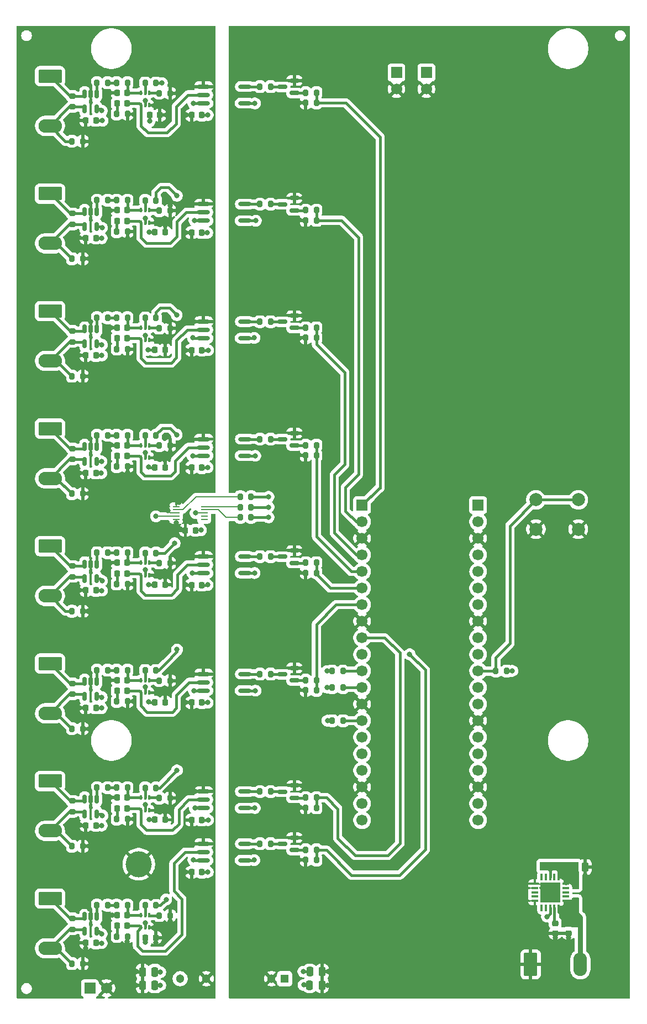
<source format=gbr>
%TF.GenerationSoftware,KiCad,Pcbnew,9.0.5*%
%TF.CreationDate,2025-12-25T13:02:37+01:00*%
%TF.ProjectId,leak_current_detector,6c65616b-5f63-4757-9272-656e745f6465,0.1*%
%TF.SameCoordinates,Original*%
%TF.FileFunction,Copper,L1,Top*%
%TF.FilePolarity,Positive*%
%FSLAX46Y46*%
G04 Gerber Fmt 4.6, Leading zero omitted, Abs format (unit mm)*
G04 Created by KiCad (PCBNEW 9.0.5) date 2025-12-25 13:02:37*
%MOMM*%
%LPD*%
G01*
G04 APERTURE LIST*
G04 Aperture macros list*
%AMRoundRect*
0 Rectangle with rounded corners*
0 $1 Rounding radius*
0 $2 $3 $4 $5 $6 $7 $8 $9 X,Y pos of 4 corners*
0 Add a 4 corners polygon primitive as box body*
4,1,4,$2,$3,$4,$5,$6,$7,$8,$9,$2,$3,0*
0 Add four circle primitives for the rounded corners*
1,1,$1+$1,$2,$3*
1,1,$1+$1,$4,$5*
1,1,$1+$1,$6,$7*
1,1,$1+$1,$8,$9*
0 Add four rect primitives between the rounded corners*
20,1,$1+$1,$2,$3,$4,$5,0*
20,1,$1+$1,$4,$5,$6,$7,0*
20,1,$1+$1,$6,$7,$8,$9,0*
20,1,$1+$1,$8,$9,$2,$3,0*%
G04 Aperture macros list end*
%TA.AperFunction,SMDPad,CuDef*%
%ADD10RoundRect,0.100000X0.100000X-0.225000X0.100000X0.225000X-0.100000X0.225000X-0.100000X-0.225000X0*%
%TD*%
%TA.AperFunction,SMDPad,CuDef*%
%ADD11RoundRect,0.225000X0.225000X0.250000X-0.225000X0.250000X-0.225000X-0.250000X0.225000X-0.250000X0*%
%TD*%
%TA.AperFunction,SMDPad,CuDef*%
%ADD12O,2.000000X0.650000*%
%TD*%
%TA.AperFunction,SMDPad,CuDef*%
%ADD13RoundRect,0.200000X-0.200000X-0.275000X0.200000X-0.275000X0.200000X0.275000X-0.200000X0.275000X0*%
%TD*%
%TA.AperFunction,ComponentPad*%
%ADD14RoundRect,0.250001X-1.549999X0.799999X-1.549999X-0.799999X1.549999X-0.799999X1.549999X0.799999X0*%
%TD*%
%TA.AperFunction,ComponentPad*%
%ADD15O,3.600000X2.100000*%
%TD*%
%TA.AperFunction,SMDPad,CuDef*%
%ADD16RoundRect,0.150000X-0.150000X0.512500X-0.150000X-0.512500X0.150000X-0.512500X0.150000X0.512500X0*%
%TD*%
%TA.AperFunction,SMDPad,CuDef*%
%ADD17RoundRect,0.200000X0.200000X0.275000X-0.200000X0.275000X-0.200000X-0.275000X0.200000X-0.275000X0*%
%TD*%
%TA.AperFunction,SMDPad,CuDef*%
%ADD18RoundRect,0.225000X-0.225000X-0.250000X0.225000X-0.250000X0.225000X0.250000X-0.225000X0.250000X0*%
%TD*%
%TA.AperFunction,SMDPad,CuDef*%
%ADD19RoundRect,0.225000X-0.250000X0.225000X-0.250000X-0.225000X0.250000X-0.225000X0.250000X0.225000X0*%
%TD*%
%TA.AperFunction,SMDPad,CuDef*%
%ADD20RoundRect,0.218750X-0.218750X-0.256250X0.218750X-0.256250X0.218750X0.256250X-0.218750X0.256250X0*%
%TD*%
%TA.AperFunction,ComponentPad*%
%ADD21RoundRect,0.250001X-0.799999X-1.549999X0.799999X-1.549999X0.799999X1.549999X-0.799999X1.549999X0*%
%TD*%
%TA.AperFunction,ComponentPad*%
%ADD22O,2.100000X3.600000*%
%TD*%
%TA.AperFunction,ComponentPad*%
%ADD23R,1.700000X1.700000*%
%TD*%
%TA.AperFunction,ComponentPad*%
%ADD24C,1.700000*%
%TD*%
%TA.AperFunction,SMDPad,CuDef*%
%ADD25RoundRect,0.150000X0.587500X0.150000X-0.587500X0.150000X-0.587500X-0.150000X0.587500X-0.150000X0*%
%TD*%
%TA.AperFunction,SMDPad,CuDef*%
%ADD26RoundRect,0.200000X0.275000X-0.200000X0.275000X0.200000X-0.275000X0.200000X-0.275000X-0.200000X0*%
%TD*%
%TA.AperFunction,SMDPad,CuDef*%
%ADD27RoundRect,0.250000X0.250000X0.475000X-0.250000X0.475000X-0.250000X-0.475000X0.250000X-0.475000X0*%
%TD*%
%TA.AperFunction,SMDPad,CuDef*%
%ADD28RoundRect,0.250000X-0.250000X-0.475000X0.250000X-0.475000X0.250000X0.475000X-0.250000X0.475000X0*%
%TD*%
%TA.AperFunction,SMDPad,CuDef*%
%ADD29RoundRect,0.087500X-0.087500X0.425000X-0.087500X-0.425000X0.087500X-0.425000X0.087500X0.425000X0*%
%TD*%
%TA.AperFunction,SMDPad,CuDef*%
%ADD30RoundRect,0.087500X-0.425000X0.087500X-0.425000X-0.087500X0.425000X-0.087500X0.425000X0.087500X0*%
%TD*%
%TA.AperFunction,HeatsinkPad*%
%ADD31R,3.150000X3.150000*%
%TD*%
%TA.AperFunction,SMDPad,CuDef*%
%ADD32R,1.100000X0.250000*%
%TD*%
%TA.AperFunction,ComponentPad*%
%ADD33C,2.000000*%
%TD*%
%TA.AperFunction,SMDPad,CuDef*%
%ADD34C,4.000000*%
%TD*%
%TA.AperFunction,ComponentPad*%
%ADD35R,1.303000X1.303000*%
%TD*%
%TA.AperFunction,ComponentPad*%
%ADD36C,1.303000*%
%TD*%
%TA.AperFunction,ViaPad*%
%ADD37C,0.800000*%
%TD*%
%TA.AperFunction,Conductor*%
%ADD38C,0.400000*%
%TD*%
%TA.AperFunction,Conductor*%
%ADD39C,0.200000*%
%TD*%
%TA.AperFunction,Conductor*%
%ADD40C,0.762000*%
%TD*%
G04 APERTURE END LIST*
D10*
%TO.P,U4,1,IN*%
%TO.N,/FEE_1/inUcontroller_opto*%
X44535000Y-37660000D03*
%TO.P,U4,2,VDD*%
%TO.N,+3V3A*%
X45185000Y-37660000D03*
%TO.P,U4,3,GND*%
%TO.N,GNDA*%
X45835000Y-37660000D03*
%TO.P,U4,4,S1*%
%TO.N,Net-(U4-S1)*%
X45835000Y-35760000D03*
%TO.P,U4,5,D*%
%TO.N,Net-(U4-D)*%
X45185000Y-35760000D03*
%TO.P,U4,6,S2*%
%TO.N,Net-(U4-S2)*%
X44535000Y-35760000D03*
%TD*%
D11*
%TO.P,C29,1*%
%TO.N,+3V3A*%
X53860000Y-147187250D03*
%TO.P,C29,2*%
%TO.N,GNDA*%
X52310000Y-147187250D03*
%TD*%
D12*
%TO.P,U6,1,1*%
%TO.N,+3V3*%
X60425000Y-55357250D03*
%TO.P,U6,3,3*%
%TO.N,Net-(R17-Pad1)*%
X60450000Y-52817250D03*
%TO.P,U6,4,4*%
%TO.N,GNDA*%
X54125000Y-52817250D03*
%TO.P,U6,5,5*%
%TO.N,/FEE_2/inUcontroller_opto*%
X54100000Y-54087250D03*
%TO.P,U6,6,6*%
%TO.N,+3V3A*%
X54125000Y-55357250D03*
%TD*%
D13*
%TO.P,R50,1*%
%TO.N,Net-(U16-D)*%
X45195000Y-106260000D03*
%TO.P,R50,2*%
%TO.N,OUT*%
X46845000Y-106260000D03*
%TD*%
D14*
%TO.P,J4,1,Pin_1*%
%TO.N,/FEE_4/signal*%
X30602500Y-87215000D03*
D15*
%TO.P,J4,2,Pin_2*%
%TO.N,Net-(J4-Pin_2)*%
X30602500Y-94835000D03*
%TD*%
D13*
%TO.P,R20,1*%
%TO.N,Net-(U7-D)*%
X45195000Y-52260000D03*
%TO.P,R20,2*%
%TO.N,OUT*%
X46845000Y-52260000D03*
%TD*%
D16*
%TO.P,U14,1*%
%TO.N,Net-(R43-Pad1)*%
X37797500Y-107952500D03*
%TO.P,U14,2,GND*%
%TO.N,GNDA*%
X36847500Y-107952500D03*
%TO.P,U14,3,+*%
%TO.N,/FEE_5/signal*%
X35897500Y-107952500D03*
%TO.P,U14,4,-*%
%TO.N,Net-(J5-Pin_2)*%
X35897500Y-110227500D03*
%TO.P,U14,5,V+*%
%TO.N,+3V3A*%
X37797500Y-110227500D03*
%TD*%
D17*
%TO.P,R75,1*%
%TO.N,relay_7*%
X71430000Y-153307250D03*
%TO.P,R75,2*%
%TO.N,GND*%
X69780000Y-153307250D03*
%TD*%
D11*
%TO.P,C21,1*%
%TO.N,+3V3A*%
X53860000Y-111187250D03*
%TO.P,C21,2*%
%TO.N,GNDA*%
X52310000Y-111187250D03*
%TD*%
%TO.P,C11,1*%
%TO.N,Net-(U10-S2)*%
X42420000Y-71760000D03*
%TO.P,C11,2*%
%TO.N,GNDA*%
X40870000Y-71760000D03*
%TD*%
D13*
%TO.P,R70,1*%
%TO.N,Net-(U22-D)*%
X45195000Y-142260000D03*
%TO.P,R70,2*%
%TO.N,OUT*%
X46845000Y-142260000D03*
%TD*%
D11*
%TO.P,C19,1*%
%TO.N,Net-(U16-S2)*%
X42420000Y-107760000D03*
%TO.P,C19,2*%
%TO.N,GNDA*%
X40870000Y-107760000D03*
%TD*%
D18*
%TO.P,C8,1*%
%TO.N,+3V3A*%
X46675000Y-57150000D03*
%TO.P,C8,2*%
%TO.N,GNDA*%
X48225000Y-57150000D03*
%TD*%
D13*
%TO.P,R44,1*%
%TO.N,Net-(R43-Pad2)*%
X40815000Y-106230000D03*
%TO.P,R44,2*%
%TO.N,Net-(U16-S2)*%
X42465000Y-106230000D03*
%TD*%
D19*
%TO.P,C34,1*%
%TO.N,powerIn*%
X110030000Y-162965000D03*
%TO.P,C34,2*%
%TO.N,GND*%
X110030000Y-164515000D03*
%TD*%
D13*
%TO.P,R7,1*%
%TO.N,Net-(R7-Pad1)*%
X62765000Y-34827250D03*
%TO.P,R7,2*%
%TO.N,Net-(Q1-D)*%
X64415000Y-34827250D03*
%TD*%
D11*
%TO.P,C15,1*%
%TO.N,Net-(U13-S2)*%
X42420000Y-89760000D03*
%TO.P,C15,2*%
%TO.N,GNDA*%
X40870000Y-89760000D03*
%TD*%
D14*
%TO.P,J3,1,Pin_1*%
%TO.N,/FEE_3/signal*%
X30602500Y-69215000D03*
D15*
%TO.P,J3,2,Pin_2*%
%TO.N,Net-(J3-Pin_2)*%
X30602500Y-76835000D03*
%TD*%
D13*
%TO.P,R74,1*%
%TO.N,Net-(R73-Pad2)*%
X40815000Y-160230000D03*
%TO.P,R74,2*%
%TO.N,Net-(U25-S2)*%
X42465000Y-160230000D03*
%TD*%
D10*
%TO.P,U10,1,IN*%
%TO.N,/FEE_3/inUcontroller_opto*%
X44535000Y-73660000D03*
%TO.P,U10,2,VDD*%
%TO.N,+3V3A*%
X45185000Y-73660000D03*
%TO.P,U10,3,GND*%
%TO.N,GNDA*%
X45835000Y-73660000D03*
%TO.P,U10,4,S1*%
%TO.N,Net-(U10-S1)*%
X45835000Y-71760000D03*
%TO.P,U10,5,D*%
%TO.N,Net-(U10-D)*%
X45185000Y-71760000D03*
%TO.P,U10,6,S2*%
%TO.N,Net-(U10-S2)*%
X44535000Y-71760000D03*
%TD*%
D13*
%TO.P,R28,1*%
%TO.N,Net-(D5-K)*%
X40820000Y-75030000D03*
%TO.P,R28,2*%
%TO.N,GNDA*%
X42470000Y-75030000D03*
%TD*%
D20*
%TO.P,D5,1,K*%
%TO.N,Net-(D5-K)*%
X40860000Y-73390000D03*
%TO.P,D5,2,A*%
%TO.N,/FEE_3/inUcontroller_opto*%
X42435000Y-73390000D03*
%TD*%
D19*
%TO.P,C35,1*%
%TO.N,Net-(U26-NR)*%
X108007500Y-162985000D03*
%TO.P,C35,2*%
%TO.N,GND*%
X108007500Y-164535000D03*
%TD*%
D17*
%TO.P,R2,1*%
%TO.N,GNDA*%
X35620000Y-43190000D03*
%TO.P,R2,2*%
%TO.N,Net-(J1-Pin_2)*%
X33970000Y-43190000D03*
%TD*%
%TO.P,R9,1*%
%TO.N,GNDA*%
X48990000Y-35820000D03*
%TO.P,R9,2*%
%TO.N,Net-(U4-S1)*%
X47340000Y-35820000D03*
%TD*%
D21*
%TO.P,J9,1,Pin_1*%
%TO.N,GND*%
X104255000Y-169302500D03*
D22*
%TO.P,J9,2,Pin_2*%
%TO.N,powerIn*%
X111875000Y-169302500D03*
%TD*%
D17*
%TO.P,R15,1*%
%TO.N,relay_1*%
X71430000Y-55307250D03*
%TO.P,R15,2*%
%TO.N,GND*%
X69780000Y-55307250D03*
%TD*%
D12*
%TO.P,U9,1,1*%
%TO.N,+3V3*%
X60425000Y-73357250D03*
%TO.P,U9,3,3*%
%TO.N,Net-(R27-Pad1)*%
X60450000Y-70817250D03*
%TO.P,U9,4,4*%
%TO.N,GNDA*%
X54125000Y-70817250D03*
%TO.P,U9,5,5*%
%TO.N,/FEE_3/inUcontroller_opto*%
X54100000Y-72087250D03*
%TO.P,U9,6,6*%
%TO.N,+3V3A*%
X54125000Y-73357250D03*
%TD*%
D23*
%TO.P,J14,1,Pin_1*%
%TO.N,+3V3A*%
X36705000Y-172940000D03*
D24*
%TO.P,J14,2,Pin_2*%
%TO.N,GNDA*%
X39245000Y-172940000D03*
%TD*%
D13*
%TO.P,R8,1*%
%TO.N,Net-(D1-K)*%
X40820000Y-39030000D03*
%TO.P,R8,2*%
%TO.N,GNDA*%
X42470000Y-39030000D03*
%TD*%
%TO.P,R14,1*%
%TO.N,Net-(R13-Pad2)*%
X40815000Y-52230000D03*
%TO.P,R14,2*%
%TO.N,Net-(U7-S2)*%
X42465000Y-52230000D03*
%TD*%
%TO.P,R53,1*%
%TO.N,Net-(R53-Pad1)*%
X37795000Y-124230000D03*
%TO.P,R53,2*%
%TO.N,Net-(R53-Pad2)*%
X39445000Y-124230000D03*
%TD*%
D25*
%TO.P,Q7,1,G*%
%TO.N,Net-(Q7-G)*%
X68050000Y-143797250D03*
%TO.P,Q7,2,S*%
%TO.N,GND*%
X68050000Y-141897250D03*
%TO.P,Q7,3,D*%
%TO.N,Net-(Q7-D)*%
X66175000Y-142847250D03*
%TD*%
D13*
%TO.P,R38,1*%
%TO.N,Net-(D7-K)*%
X40820000Y-93030000D03*
%TO.P,R38,2*%
%TO.N,GNDA*%
X42470000Y-93030000D03*
%TD*%
D11*
%TO.P,C13,1*%
%TO.N,+3V3A*%
X53860000Y-75187250D03*
%TO.P,C13,2*%
%TO.N,GNDA*%
X52310000Y-75187250D03*
%TD*%
D13*
%TO.P,R81,1*%
%TO.N,I2C_SDA*%
X59755000Y-100800000D03*
%TO.P,R81,2*%
%TO.N,Net-(J10-Pin_11)*%
X61405000Y-100800000D03*
%TD*%
D18*
%TO.P,C14,1*%
%TO.N,GNDA*%
X36080000Y-94000000D03*
%TO.P,C14,2*%
%TO.N,+3V3A*%
X37630000Y-94000000D03*
%TD*%
D13*
%TO.P,R24,1*%
%TO.N,Net-(R23-Pad2)*%
X40815000Y-70230000D03*
%TO.P,R24,2*%
%TO.N,Net-(U10-S2)*%
X42465000Y-70230000D03*
%TD*%
%TO.P,R54,1*%
%TO.N,Net-(R53-Pad2)*%
X40815000Y-124230000D03*
%TO.P,R54,2*%
%TO.N,Net-(U19-S2)*%
X42465000Y-124230000D03*
%TD*%
D20*
%TO.P,D7,1,K*%
%TO.N,Net-(D7-K)*%
X40860000Y-91390000D03*
%TO.P,D7,2,A*%
%TO.N,/FEE_4/inUcontroller_opto*%
X42435000Y-91390000D03*
%TD*%
D13*
%TO.P,R73,1*%
%TO.N,Net-(R73-Pad1)*%
X37795000Y-160230000D03*
%TO.P,R73,2*%
%TO.N,Net-(R73-Pad2)*%
X39445000Y-160230000D03*
%TD*%
D17*
%TO.P,R42,1*%
%TO.N,GNDA*%
X35620000Y-115190000D03*
%TO.P,R42,2*%
%TO.N,Net-(J5-Pin_2)*%
X33970000Y-115190000D03*
%TD*%
D20*
%TO.P,D11,1,K*%
%TO.N,Net-(D11-K)*%
X40860000Y-127390000D03*
%TO.P,D11,2,A*%
%TO.N,/FEE_6/inUcontroller_opto*%
X42435000Y-127390000D03*
%TD*%
D23*
%TO.P,J11,1,Pin_1*%
%TO.N,unconnected-(J11-Pin_1-Pad1)*%
X96210000Y-98950000D03*
D24*
%TO.P,J11,2,Pin_2*%
%TO.N,+5V*%
X96210000Y-101490000D03*
%TO.P,J11,3,Pin_3*%
%TO.N,GND*%
X96210000Y-104030000D03*
%TO.P,J11,4,Pin_4*%
%TO.N,unconnected-(J11-Pin_4-Pad4)*%
X96210000Y-106570000D03*
%TO.P,J11,5,Pin_5*%
%TO.N,+3V3*%
X96210000Y-109110000D03*
%TO.P,J11,6,Pin_6*%
%TO.N,unconnected-(J11-Pin_6-Pad6)*%
X96210000Y-111650000D03*
%TO.P,J11,7,Pin_7*%
%TO.N,unconnected-(J11-Pin_7-Pad7)*%
X96210000Y-114190000D03*
%TO.P,J11,8,Pin_8*%
%TO.N,GND*%
X96210000Y-116730000D03*
%TO.P,J11,9,Pin_9*%
%TO.N,unconnected-(J11-Pin_9-Pad9)*%
X96210000Y-119270000D03*
%TO.P,J11,10,Pin_10*%
%TO.N,unconnected-(J11-Pin_10-Pad10)*%
X96210000Y-121810000D03*
%TO.P,J11,11,Pin_11*%
%TO.N,Net-(J11-Pin_11)*%
X96210000Y-124350000D03*
%TO.P,J11,12,Pin_12*%
%TO.N,unconnected-(J11-Pin_12-Pad12)*%
X96210000Y-126890000D03*
%TO.P,J11,13,Pin_13*%
%TO.N,unconnected-(J11-Pin_13-Pad13)*%
X96210000Y-129430000D03*
%TO.P,J11,14,Pin_14*%
%TO.N,GND*%
X96210000Y-131970000D03*
%TO.P,J11,15,Pin_15*%
%TO.N,unconnected-(J11-Pin_15-Pad15)*%
X96210000Y-134510000D03*
%TO.P,J11,16,Pin_16*%
%TO.N,unconnected-(J11-Pin_16-Pad16)*%
X96210000Y-137050000D03*
%TO.P,J11,17,Pin_17*%
%TO.N,unconnected-(J11-Pin_17-Pad17)*%
X96210000Y-139590000D03*
%TO.P,J11,18,Pin_18*%
%TO.N,GND*%
X96210000Y-142130000D03*
%TO.P,J11,19,Pin_19*%
%TO.N,unconnected-(J11-Pin_19-Pad19)*%
X96210000Y-144670000D03*
%TO.P,J11,20,Pin_20*%
%TO.N,unconnected-(J11-Pin_20-Pad20)*%
X96210000Y-147210000D03*
%TD*%
D25*
%TO.P,Q8,1,G*%
%TO.N,Net-(Q8-G)*%
X68050000Y-151797250D03*
%TO.P,Q8,2,S*%
%TO.N,GND*%
X68050000Y-149897250D03*
%TO.P,Q8,3,D*%
%TO.N,Net-(Q8-D)*%
X66175000Y-150847250D03*
%TD*%
D18*
%TO.P,C20,1*%
%TO.N,+3V3A*%
X46675000Y-111150000D03*
%TO.P,C20,2*%
%TO.N,GNDA*%
X48225000Y-111150000D03*
%TD*%
D13*
%TO.P,R48,1*%
%TO.N,Net-(D9-K)*%
X40820000Y-111030000D03*
%TO.P,R48,2*%
%TO.N,GNDA*%
X42470000Y-111030000D03*
%TD*%
D17*
%TO.P,R62,1*%
%TO.N,GNDA*%
X35620000Y-151190000D03*
%TO.P,R62,2*%
%TO.N,Net-(J7-Pin_2)*%
X33970000Y-151190000D03*
%TD*%
D16*
%TO.P,U11,1*%
%TO.N,Net-(R33-Pad1)*%
X37797500Y-89952500D03*
%TO.P,U11,2,GND*%
%TO.N,GNDA*%
X36847500Y-89952500D03*
%TO.P,U11,3,+*%
%TO.N,/FEE_4/signal*%
X35897500Y-89952500D03*
%TO.P,U11,4,-*%
%TO.N,Net-(J4-Pin_2)*%
X35897500Y-92227500D03*
%TO.P,U11,5,V+*%
%TO.N,+3V3A*%
X37797500Y-92227500D03*
%TD*%
D25*
%TO.P,Q4,1,G*%
%TO.N,Net-(Q4-G)*%
X68050000Y-89797250D03*
%TO.P,Q4,2,S*%
%TO.N,GND*%
X68050000Y-87897250D03*
%TO.P,Q4,3,D*%
%TO.N,Net-(Q4-D)*%
X66175000Y-88847250D03*
%TD*%
D14*
%TO.P,J7,1,Pin_1*%
%TO.N,/FEE_7/signal*%
X30602500Y-141215000D03*
D15*
%TO.P,J7,2,Pin_2*%
%TO.N,Net-(J7-Pin_2)*%
X30602500Y-148835000D03*
%TD*%
D25*
%TO.P,Q1,1,G*%
%TO.N,Net-(Q1-G)*%
X68050000Y-35797250D03*
%TO.P,Q1,2,S*%
%TO.N,GND*%
X68050000Y-33897250D03*
%TO.P,Q1,3,D*%
%TO.N,Net-(Q1-D)*%
X66175000Y-34847250D03*
%TD*%
D11*
%TO.P,C1,1*%
%TO.N,+3V3A*%
X52895000Y-102800000D03*
%TO.P,C1,2*%
%TO.N,GNDA*%
X51345000Y-102800000D03*
%TD*%
D23*
%TO.P,J12,1,Pin_1*%
%TO.N,+5V*%
X83690000Y-32670000D03*
D24*
%TO.P,J12,2,Pin_2*%
%TO.N,GND*%
X83690000Y-35210000D03*
%TD*%
D18*
%TO.P,C30,1*%
%TO.N,GNDA*%
X36080000Y-166000000D03*
%TO.P,C30,2*%
%TO.N,+3V3A*%
X37630000Y-166000000D03*
%TD*%
D13*
%TO.P,R77,1*%
%TO.N,Net-(R77-Pad1)*%
X62765000Y-150827250D03*
%TO.P,R77,2*%
%TO.N,Net-(Q8-D)*%
X64415000Y-150827250D03*
%TD*%
D17*
%TO.P,R19,1*%
%TO.N,GNDA*%
X48990000Y-53820000D03*
%TO.P,R19,2*%
%TO.N,Net-(U7-S1)*%
X47340000Y-53820000D03*
%TD*%
D18*
%TO.P,C6,1*%
%TO.N,GNDA*%
X36080000Y-58000000D03*
%TO.P,C6,2*%
%TO.N,+3V3A*%
X37630000Y-58000000D03*
%TD*%
D13*
%TO.P,R82,1*%
%TO.N,I2C_SCL*%
X59755000Y-99240000D03*
%TO.P,R82,2*%
%TO.N,Net-(J10-Pin_12)*%
X61405000Y-99240000D03*
%TD*%
%TO.P,R68,1*%
%TO.N,Net-(D13-K)*%
X40820000Y-147030000D03*
%TO.P,R68,2*%
%TO.N,GNDA*%
X42470000Y-147030000D03*
%TD*%
%TO.P,R78,1*%
%TO.N,Net-(D15-K)*%
X40820000Y-165030000D03*
%TO.P,R78,2*%
%TO.N,GNDA*%
X42470000Y-165030000D03*
%TD*%
%TO.P,R23,1*%
%TO.N,Net-(R23-Pad1)*%
X37795000Y-70230000D03*
%TO.P,R23,2*%
%TO.N,Net-(R23-Pad2)*%
X39445000Y-70230000D03*
%TD*%
%TO.P,R3,1*%
%TO.N,Net-(R3-Pad1)*%
X37795000Y-34230000D03*
%TO.P,R3,2*%
%TO.N,Net-(R3-Pad2)*%
X39445000Y-34230000D03*
%TD*%
D26*
%TO.P,R11,1*%
%TO.N,Net-(J2-Pin_2)*%
X34045000Y-55915000D03*
%TO.P,R11,2*%
%TO.N,/FEE_2/signal*%
X34045000Y-54265000D03*
%TD*%
D17*
%TO.P,R32,1*%
%TO.N,GNDA*%
X35620000Y-97190000D03*
%TO.P,R32,2*%
%TO.N,Net-(J4-Pin_2)*%
X33970000Y-97190000D03*
%TD*%
D11*
%TO.P,C5,1*%
%TO.N,+3V3A*%
X53860000Y-39187250D03*
%TO.P,C5,2*%
%TO.N,GNDA*%
X52310000Y-39187250D03*
%TD*%
D10*
%TO.P,U19,1,IN*%
%TO.N,/FEE_6/inUcontroller_opto*%
X44535000Y-127660000D03*
%TO.P,U19,2,VDD*%
%TO.N,+3V3A*%
X45185000Y-127660000D03*
%TO.P,U19,3,GND*%
%TO.N,GNDA*%
X45835000Y-127660000D03*
%TO.P,U19,4,S1*%
%TO.N,Net-(U19-S1)*%
X45835000Y-125760000D03*
%TO.P,U19,5,D*%
%TO.N,Net-(U19-D)*%
X45185000Y-125760000D03*
%TO.P,U19,6,S2*%
%TO.N,Net-(U19-S2)*%
X44535000Y-125760000D03*
%TD*%
D27*
%TO.P,C44,1*%
%TO.N,+3V3A*%
X46680000Y-170440000D03*
%TO.P,C44,2*%
%TO.N,GNDA*%
X44780000Y-170440000D03*
%TD*%
D17*
%TO.P,R22,1*%
%TO.N,GNDA*%
X35620000Y-79190000D03*
%TO.P,R22,2*%
%TO.N,Net-(J3-Pin_2)*%
X33970000Y-79190000D03*
%TD*%
%TO.P,R56,1*%
%TO.N,relay_5*%
X71430000Y-125757250D03*
%TO.P,R56,2*%
%TO.N,Net-(Q6-G)*%
X69780000Y-125757250D03*
%TD*%
%TO.P,R6,1*%
%TO.N,relay_0*%
X71430000Y-35757250D03*
%TO.P,R6,2*%
%TO.N,Net-(Q1-G)*%
X69780000Y-35757250D03*
%TD*%
D18*
%TO.P,C26,1*%
%TO.N,GNDA*%
X36080000Y-148000000D03*
%TO.P,C26,2*%
%TO.N,+3V3A*%
X37630000Y-148000000D03*
%TD*%
D14*
%TO.P,J1,1,Pin_1*%
%TO.N,/FEE_1/signal*%
X30602500Y-33215000D03*
D15*
%TO.P,J1,2,Pin_2*%
%TO.N,Net-(J1-Pin_2)*%
X30602500Y-40835000D03*
%TD*%
D26*
%TO.P,R71,1*%
%TO.N,Net-(J8-Pin_2)*%
X34045000Y-163915000D03*
%TO.P,R71,2*%
%TO.N,/FEE_8/signal*%
X34045000Y-162265000D03*
%TD*%
D11*
%TO.P,C23,1*%
%TO.N,Net-(U19-S2)*%
X42420000Y-125760000D03*
%TO.P,C23,2*%
%TO.N,GNDA*%
X40870000Y-125760000D03*
%TD*%
D14*
%TO.P,J2,1,Pin_1*%
%TO.N,/FEE_2/signal*%
X30602500Y-51215000D03*
D15*
%TO.P,J2,2,Pin_2*%
%TO.N,Net-(J2-Pin_2)*%
X30602500Y-58835000D03*
%TD*%
D10*
%TO.P,U22,1,IN*%
%TO.N,/FEE_7/inUcontroller_opto*%
X44535000Y-145660000D03*
%TO.P,U22,2,VDD*%
%TO.N,+3V3A*%
X45185000Y-145660000D03*
%TO.P,U22,3,GND*%
%TO.N,GNDA*%
X45835000Y-145660000D03*
%TO.P,U22,4,S1*%
%TO.N,Net-(U22-S1)*%
X45835000Y-143760000D03*
%TO.P,U22,5,D*%
%TO.N,Net-(U22-D)*%
X45185000Y-143760000D03*
%TO.P,U22,6,S2*%
%TO.N,Net-(U22-S2)*%
X44535000Y-143760000D03*
%TD*%
D17*
%TO.P,R5,1*%
%TO.N,relay_0*%
X71430000Y-37307250D03*
%TO.P,R5,2*%
%TO.N,GND*%
X69780000Y-37307250D03*
%TD*%
D10*
%TO.P,U7,1,IN*%
%TO.N,/FEE_2/inUcontroller_opto*%
X44535000Y-55660000D03*
%TO.P,U7,2,VDD*%
%TO.N,+3V3A*%
X45185000Y-55660000D03*
%TO.P,U7,3,GND*%
%TO.N,GNDA*%
X45835000Y-55660000D03*
%TO.P,U7,4,S1*%
%TO.N,Net-(U7-S1)*%
X45835000Y-53760000D03*
%TO.P,U7,5,D*%
%TO.N,Net-(U7-D)*%
X45185000Y-53760000D03*
%TO.P,U7,6,S2*%
%TO.N,Net-(U7-S2)*%
X44535000Y-53760000D03*
%TD*%
D18*
%TO.P,C24,1*%
%TO.N,+3V3A*%
X46675000Y-129150000D03*
%TO.P,C24,2*%
%TO.N,GNDA*%
X48225000Y-129150000D03*
%TD*%
D28*
%TO.P,C39,1*%
%TO.N,+5V*%
X70380000Y-172480000D03*
%TO.P,C39,2*%
%TO.N,GND*%
X72280000Y-172480000D03*
%TD*%
D18*
%TO.P,C2,1*%
%TO.N,GNDA*%
X36080000Y-40000000D03*
%TO.P,C2,2*%
%TO.N,+3V3A*%
X37630000Y-40000000D03*
%TD*%
D17*
%TO.P,R55,1*%
%TO.N,relay_5*%
X71430000Y-127307250D03*
%TO.P,R55,2*%
%TO.N,GND*%
X69780000Y-127307250D03*
%TD*%
D29*
%TO.P,U26,1,OUT*%
%TO.N,+5V*%
X108540000Y-155897500D03*
%TO.P,U26,2*%
%TO.N,N/C*%
X107890000Y-155897500D03*
%TO.P,U26,3,SENSE/FB*%
%TO.N,+5V*%
X107240000Y-155897500D03*
%TO.P,U26,4,6.4V*%
%TO.N,unconnected-(U26-6.4V-Pad4)*%
X106590000Y-155897500D03*
%TO.P,U26,5,6.4V*%
%TO.N,unconnected-(U26-6.4V-Pad5)*%
X105940000Y-155897500D03*
D30*
%TO.P,U26,6,3.2V*%
%TO.N,GND*%
X104877500Y-156960000D03*
%TO.P,U26,7,GND*%
X104877500Y-157610000D03*
%TO.P,U26,8,1.6V*%
%TO.N,unconnected-(U26-1.6V-Pad8)*%
X104877500Y-158260000D03*
%TO.P,U26,9,0.8V*%
%TO.N,unconnected-(U26-0.8V-Pad9)*%
X104877500Y-158910000D03*
%TO.P,U26,10,0.4V*%
%TO.N,GND*%
X104877500Y-159560000D03*
D29*
%TO.P,U26,11,0.2V*%
%TO.N,unconnected-(U26-0.2V-Pad11)*%
X105940000Y-160622500D03*
%TO.P,U26,12,0.1V*%
%TO.N,unconnected-(U26-0.1V-Pad12)*%
X106590000Y-160622500D03*
%TO.P,U26,13,EN*%
%TO.N,powerIn*%
X107240000Y-160622500D03*
%TO.P,U26,14,NR*%
%TO.N,Net-(U26-NR)*%
X107890000Y-160622500D03*
%TO.P,U26,15,IN*%
%TO.N,powerIn*%
X108540000Y-160622500D03*
D30*
%TO.P,U26,16,IN*%
X109602500Y-159560000D03*
%TO.P,U26,17*%
%TO.N,N/C*%
X109602500Y-158910000D03*
%TO.P,U26,18*%
X109602500Y-158260000D03*
%TO.P,U26,19*%
X109602500Y-157610000D03*
%TO.P,U26,20,OUT*%
%TO.N,+5V*%
X109602500Y-156960000D03*
D31*
%TO.P,U26,21,EP*%
%TO.N,GND*%
X107240000Y-158260000D03*
%TD*%
D32*
%TO.P,U1,1,ADDR*%
%TO.N,GNDA*%
X49940000Y-99150000D03*
%TO.P,U1,2,ALERT/RDY*%
%TO.N,ADC_IN*%
X49940000Y-99650000D03*
%TO.P,U1,3,GND*%
%TO.N,GNDA*%
X49940000Y-100150000D03*
%TO.P,U1,4,AIN0*%
%TO.N,OUT*%
X49940000Y-100650000D03*
%TO.P,U1,5,AIN1*%
%TO.N,GNDA*%
X49940000Y-101150000D03*
%TO.P,U1,6*%
%TO.N,unconnected-(U1-Pad6)*%
X54240000Y-101150000D03*
%TO.P,U1,7*%
%TO.N,unconnected-(U1-Pad7)*%
X54240000Y-100650000D03*
%TO.P,U1,8,VDD*%
%TO.N,+3V3A*%
X54240000Y-100150000D03*
%TO.P,U1,9,SDA*%
%TO.N,I2C_SDA*%
X54240000Y-99650000D03*
%TO.P,U1,10,SCL*%
%TO.N,I2C_SCL*%
X54240000Y-99150000D03*
%TD*%
D13*
%TO.P,R17,1*%
%TO.N,Net-(R17-Pad1)*%
X62765000Y-52827250D03*
%TO.P,R17,2*%
%TO.N,Net-(Q2-D)*%
X64415000Y-52827250D03*
%TD*%
%TO.P,R67,1*%
%TO.N,Net-(R67-Pad1)*%
X62765000Y-142827250D03*
%TO.P,R67,2*%
%TO.N,Net-(Q7-D)*%
X64415000Y-142827250D03*
%TD*%
D12*
%TO.P,U21,1,1*%
%TO.N,+3V3*%
X60425000Y-145357250D03*
%TO.P,U21,3,3*%
%TO.N,Net-(R67-Pad1)*%
X60450000Y-142817250D03*
%TO.P,U21,4,4*%
%TO.N,GNDA*%
X54125000Y-142817250D03*
%TO.P,U21,5,5*%
%TO.N,/FEE_7/inUcontroller_opto*%
X54100000Y-144087250D03*
%TO.P,U21,6,6*%
%TO.N,+3V3A*%
X54125000Y-145357250D03*
%TD*%
D11*
%TO.P,C7,1*%
%TO.N,Net-(U7-S2)*%
X42420000Y-53760000D03*
%TO.P,C7,2*%
%TO.N,GNDA*%
X40870000Y-53760000D03*
%TD*%
D20*
%TO.P,D15,1,K*%
%TO.N,Net-(D15-K)*%
X40860000Y-163390000D03*
%TO.P,D15,2,A*%
%TO.N,/FEE_8/inUcontroller_opto*%
X42435000Y-163390000D03*
%TD*%
D13*
%TO.P,R84,1*%
%TO.N,ADC_IN*%
X59755000Y-97660000D03*
%TO.P,R84,2*%
%TO.N,Net-(J10-Pin_14)*%
X61405000Y-97660000D03*
%TD*%
D16*
%TO.P,U8,1*%
%TO.N,Net-(R23-Pad1)*%
X37797500Y-71952500D03*
%TO.P,U8,2,GND*%
%TO.N,GNDA*%
X36847500Y-71952500D03*
%TO.P,U8,3,+*%
%TO.N,/FEE_3/signal*%
X35897500Y-71952500D03*
%TO.P,U8,4,-*%
%TO.N,Net-(J3-Pin_2)*%
X35897500Y-74227500D03*
%TO.P,U8,5,V+*%
%TO.N,+3V3A*%
X37797500Y-74227500D03*
%TD*%
D13*
%TO.P,R27,1*%
%TO.N,Net-(R27-Pad1)*%
X62765000Y-70827250D03*
%TO.P,R27,2*%
%TO.N,Net-(Q3-D)*%
X64415000Y-70827250D03*
%TD*%
D20*
%TO.P,D13,1,K*%
%TO.N,Net-(D13-K)*%
X40860000Y-145390000D03*
%TO.P,D13,2,A*%
%TO.N,/FEE_7/inUcontroller_opto*%
X42435000Y-145390000D03*
%TD*%
D17*
%TO.P,R45,1*%
%TO.N,relay_4*%
X71430000Y-109307250D03*
%TO.P,R45,2*%
%TO.N,GND*%
X69780000Y-109307250D03*
%TD*%
D20*
%TO.P,D1,1,K*%
%TO.N,Net-(D1-K)*%
X40860000Y-37390000D03*
%TO.P,D1,2,A*%
%TO.N,/FEE_1/inUcontroller_opto*%
X42435000Y-37390000D03*
%TD*%
D17*
%TO.P,R35,1*%
%TO.N,relay_3*%
X71430000Y-91307250D03*
%TO.P,R35,2*%
%TO.N,GND*%
X69780000Y-91307250D03*
%TD*%
%TO.P,R59,1*%
%TO.N,GNDA*%
X48990000Y-125820000D03*
%TO.P,R59,2*%
%TO.N,Net-(U19-S1)*%
X47340000Y-125820000D03*
%TD*%
%TO.P,R72,1*%
%TO.N,GNDA*%
X35620000Y-169190000D03*
%TO.P,R72,2*%
%TO.N,Net-(J8-Pin_2)*%
X33970000Y-169190000D03*
%TD*%
D13*
%TO.P,R47,1*%
%TO.N,Net-(R47-Pad1)*%
X62765000Y-106827250D03*
%TO.P,R47,2*%
%TO.N,Net-(Q5-D)*%
X64415000Y-106827250D03*
%TD*%
D18*
%TO.P,C4,1*%
%TO.N,+3V3A*%
X45875000Y-39180000D03*
%TO.P,C4,2*%
%TO.N,GNDA*%
X47425000Y-39180000D03*
%TD*%
D26*
%TO.P,R31,1*%
%TO.N,Net-(J4-Pin_2)*%
X34045000Y-91915000D03*
%TO.P,R31,2*%
%TO.N,/FEE_4/signal*%
X34045000Y-90265000D03*
%TD*%
D18*
%TO.P,C22,1*%
%TO.N,GNDA*%
X36080000Y-130000000D03*
%TO.P,C22,2*%
%TO.N,+3V3A*%
X37630000Y-130000000D03*
%TD*%
D11*
%TO.P,C17,1*%
%TO.N,+3V3A*%
X53860000Y-93187250D03*
%TO.P,C17,2*%
%TO.N,GNDA*%
X52310000Y-93187250D03*
%TD*%
D17*
%TO.P,R49,1*%
%TO.N,GNDA*%
X48990000Y-107820000D03*
%TO.P,R49,2*%
%TO.N,Net-(U16-S1)*%
X47340000Y-107820000D03*
%TD*%
D11*
%TO.P,C33,1*%
%TO.N,+3V3A*%
X53860000Y-155187250D03*
%TO.P,C33,2*%
%TO.N,GNDA*%
X52310000Y-155187250D03*
%TD*%
D17*
%TO.P,R65,1*%
%TO.N,relay_6*%
X71430000Y-145307250D03*
%TO.P,R65,2*%
%TO.N,GND*%
X69780000Y-145307250D03*
%TD*%
D13*
%TO.P,R43,1*%
%TO.N,Net-(R43-Pad1)*%
X37795000Y-106230000D03*
%TO.P,R43,2*%
%TO.N,Net-(R43-Pad2)*%
X39445000Y-106230000D03*
%TD*%
D18*
%TO.P,C28,1*%
%TO.N,+3V3A*%
X46675000Y-147150000D03*
%TO.P,C28,2*%
%TO.N,GNDA*%
X48225000Y-147150000D03*
%TD*%
D11*
%TO.P,C9,1*%
%TO.N,+3V3A*%
X53860000Y-57187250D03*
%TO.P,C9,2*%
%TO.N,GNDA*%
X52310000Y-57187250D03*
%TD*%
D13*
%TO.P,R83,1*%
%TO.N,+3V3*%
X73835000Y-124360000D03*
%TO.P,R83,2*%
%TO.N,Net-(J10-Pin_11)*%
X75485000Y-124360000D03*
%TD*%
D17*
%TO.P,R29,1*%
%TO.N,GNDA*%
X48990000Y-71820000D03*
%TO.P,R29,2*%
%TO.N,Net-(U10-S1)*%
X47340000Y-71820000D03*
%TD*%
D10*
%TO.P,U25,1,IN*%
%TO.N,/FEE_8/inUcontroller_opto*%
X44535000Y-163660000D03*
%TO.P,U25,2,VDD*%
%TO.N,+3V3A*%
X45185000Y-163660000D03*
%TO.P,U25,3,GND*%
%TO.N,GNDA*%
X45835000Y-163660000D03*
%TO.P,U25,4,S1*%
%TO.N,Net-(U25-S1)*%
X45835000Y-161760000D03*
%TO.P,U25,5,D*%
%TO.N,Net-(U25-D)*%
X45185000Y-161760000D03*
%TO.P,U25,6,S2*%
%TO.N,Net-(U25-S2)*%
X44535000Y-161760000D03*
%TD*%
D13*
%TO.P,R34,1*%
%TO.N,Net-(R33-Pad2)*%
X40815000Y-88230000D03*
%TO.P,R34,2*%
%TO.N,Net-(U13-S2)*%
X42465000Y-88230000D03*
%TD*%
D18*
%TO.P,C12,1*%
%TO.N,+3V3A*%
X46675000Y-75150000D03*
%TO.P,C12,2*%
%TO.N,GNDA*%
X48225000Y-75150000D03*
%TD*%
D26*
%TO.P,R41,1*%
%TO.N,Net-(J5-Pin_2)*%
X34045000Y-109915000D03*
%TO.P,R41,2*%
%TO.N,/FEE_5/signal*%
X34045000Y-108265000D03*
%TD*%
D25*
%TO.P,Q6,1,G*%
%TO.N,Net-(Q6-G)*%
X68050000Y-125797250D03*
%TO.P,Q6,2,S*%
%TO.N,GND*%
X68050000Y-123897250D03*
%TO.P,Q6,3,D*%
%TO.N,Net-(Q6-D)*%
X66175000Y-124847250D03*
%TD*%
D26*
%TO.P,R51,1*%
%TO.N,Net-(J6-Pin_2)*%
X34045000Y-127915000D03*
%TO.P,R51,2*%
%TO.N,/FEE_6/signal*%
X34045000Y-126265000D03*
%TD*%
D17*
%TO.P,R16,1*%
%TO.N,relay_1*%
X71430000Y-53757250D03*
%TO.P,R16,2*%
%TO.N,Net-(Q2-G)*%
X69780000Y-53757250D03*
%TD*%
%TO.P,R26,1*%
%TO.N,relay_2*%
X71430000Y-71757250D03*
%TO.P,R26,2*%
%TO.N,Net-(Q3-G)*%
X69780000Y-71757250D03*
%TD*%
%TO.P,R46,1*%
%TO.N,relay_4*%
X71430000Y-107757250D03*
%TO.P,R46,2*%
%TO.N,Net-(Q5-G)*%
X69780000Y-107757250D03*
%TD*%
%TO.P,R39,1*%
%TO.N,GNDA*%
X48990000Y-89820000D03*
%TO.P,R39,2*%
%TO.N,Net-(U13-S1)*%
X47340000Y-89820000D03*
%TD*%
D13*
%TO.P,R40,1*%
%TO.N,Net-(U13-D)*%
X45195000Y-88260000D03*
%TO.P,R40,2*%
%TO.N,OUT*%
X46845000Y-88260000D03*
%TD*%
%TO.P,R30,1*%
%TO.N,Net-(U10-D)*%
X45195000Y-70260000D03*
%TO.P,R30,2*%
%TO.N,OUT*%
X46845000Y-70260000D03*
%TD*%
D27*
%TO.P,C40,1*%
%TO.N,+3V3A*%
X46680000Y-172500000D03*
%TO.P,C40,2*%
%TO.N,GNDA*%
X44780000Y-172500000D03*
%TD*%
D14*
%TO.P,J6,1,Pin_1*%
%TO.N,/FEE_6/signal*%
X30602500Y-123215000D03*
D15*
%TO.P,J6,2,Pin_2*%
%TO.N,Net-(J6-Pin_2)*%
X30602500Y-130835000D03*
%TD*%
D11*
%TO.P,C3,1*%
%TO.N,Net-(U4-S2)*%
X42420000Y-35760000D03*
%TO.P,C3,2*%
%TO.N,GNDA*%
X40870000Y-35760000D03*
%TD*%
D26*
%TO.P,R61,1*%
%TO.N,Net-(J7-Pin_2)*%
X34045000Y-145915000D03*
%TO.P,R61,2*%
%TO.N,/FEE_7/signal*%
X34045000Y-144265000D03*
%TD*%
D12*
%TO.P,U3,1,1*%
%TO.N,+3V3*%
X60425000Y-37357250D03*
%TO.P,U3,3,3*%
%TO.N,Net-(R7-Pad1)*%
X60450000Y-34817250D03*
%TO.P,U3,4,4*%
%TO.N,GNDA*%
X54125000Y-34817250D03*
%TO.P,U3,5,5*%
%TO.N,/FEE_1/inUcontroller_opto*%
X54100000Y-36087250D03*
%TO.P,U3,6,6*%
%TO.N,+3V3A*%
X54125000Y-37357250D03*
%TD*%
D25*
%TO.P,Q3,1,G*%
%TO.N,Net-(Q3-G)*%
X68050000Y-71797250D03*
%TO.P,Q3,2,S*%
%TO.N,GND*%
X68050000Y-69897250D03*
%TO.P,Q3,3,D*%
%TO.N,Net-(Q3-D)*%
X66175000Y-70847250D03*
%TD*%
D28*
%TO.P,C36,1*%
%TO.N,+5V*%
X110707500Y-154380000D03*
%TO.P,C36,2*%
%TO.N,GND*%
X112607500Y-154380000D03*
%TD*%
D23*
%TO.P,J13,1,Pin_1*%
%TO.N,+3V3*%
X88280000Y-32670000D03*
D24*
%TO.P,J13,2,Pin_2*%
%TO.N,GND*%
X88280000Y-35210000D03*
%TD*%
D33*
%TO.P,SW1,1,1*%
%TO.N,Net-(J11-Pin_11)*%
X105060000Y-98120000D03*
X111560000Y-98120000D03*
%TO.P,SW1,2,2*%
%TO.N,GND*%
X105060000Y-102620000D03*
X111560000Y-102620000D03*
%TD*%
D13*
%TO.P,R13,1*%
%TO.N,Net-(R13-Pad1)*%
X37795000Y-52230000D03*
%TO.P,R13,2*%
%TO.N,Net-(R13-Pad2)*%
X39445000Y-52230000D03*
%TD*%
%TO.P,R10,1*%
%TO.N,Net-(U4-D)*%
X45195000Y-34260000D03*
%TO.P,R10,2*%
%TO.N,OUT*%
X46845000Y-34260000D03*
%TD*%
D16*
%TO.P,U5,1*%
%TO.N,Net-(R13-Pad1)*%
X37797500Y-53952500D03*
%TO.P,U5,2,GND*%
%TO.N,GNDA*%
X36847500Y-53952500D03*
%TO.P,U5,3,+*%
%TO.N,/FEE_2/signal*%
X35897500Y-53952500D03*
%TO.P,U5,4,-*%
%TO.N,Net-(J2-Pin_2)*%
X35897500Y-56227500D03*
%TO.P,U5,5,V+*%
%TO.N,+3V3A*%
X37797500Y-56227500D03*
%TD*%
D17*
%TO.P,R52,1*%
%TO.N,GNDA*%
X35620000Y-133190000D03*
%TO.P,R52,2*%
%TO.N,Net-(J6-Pin_2)*%
X33970000Y-133190000D03*
%TD*%
D16*
%TO.P,U17,1*%
%TO.N,Net-(R53-Pad1)*%
X37797500Y-125952500D03*
%TO.P,U17,2,GND*%
%TO.N,GNDA*%
X36847500Y-125952500D03*
%TO.P,U17,3,+*%
%TO.N,/FEE_6/signal*%
X35897500Y-125952500D03*
%TO.P,U17,4,-*%
%TO.N,Net-(J6-Pin_2)*%
X35897500Y-128227500D03*
%TO.P,U17,5,V+*%
%TO.N,+3V3A*%
X37797500Y-128227500D03*
%TD*%
D11*
%TO.P,C31,1*%
%TO.N,Net-(U25-S2)*%
X42420000Y-161760000D03*
%TO.P,C31,2*%
%TO.N,GNDA*%
X40870000Y-161760000D03*
%TD*%
D13*
%TO.P,R64,1*%
%TO.N,Net-(R63-Pad2)*%
X40815000Y-142230000D03*
%TO.P,R64,2*%
%TO.N,Net-(U22-S2)*%
X42465000Y-142230000D03*
%TD*%
D10*
%TO.P,U16,1,IN*%
%TO.N,/FEE_5/inUcontroller_opto*%
X44535000Y-109660000D03*
%TO.P,U16,2,VDD*%
%TO.N,+3V3A*%
X45185000Y-109660000D03*
%TO.P,U16,3,GND*%
%TO.N,GNDA*%
X45835000Y-109660000D03*
%TO.P,U16,4,S1*%
%TO.N,Net-(U16-S1)*%
X45835000Y-107760000D03*
%TO.P,U16,5,D*%
%TO.N,Net-(U16-D)*%
X45185000Y-107760000D03*
%TO.P,U16,6,S2*%
%TO.N,Net-(U16-S2)*%
X44535000Y-107760000D03*
%TD*%
D12*
%TO.P,U18,1,1*%
%TO.N,+3V3*%
X60425000Y-127357250D03*
%TO.P,U18,3,3*%
%TO.N,Net-(R57-Pad1)*%
X60450000Y-124817250D03*
%TO.P,U18,4,4*%
%TO.N,GNDA*%
X54125000Y-124817250D03*
%TO.P,U18,5,5*%
%TO.N,/FEE_6/inUcontroller_opto*%
X54100000Y-126087250D03*
%TO.P,U18,6,6*%
%TO.N,+3V3A*%
X54125000Y-127357250D03*
%TD*%
D26*
%TO.P,R1,1*%
%TO.N,Net-(J1-Pin_2)*%
X34045000Y-37915000D03*
%TO.P,R1,2*%
%TO.N,/FEE_1/signal*%
X34045000Y-36265000D03*
%TD*%
D13*
%TO.P,R60,1*%
%TO.N,Net-(U19-D)*%
X45195000Y-124260000D03*
%TO.P,R60,2*%
%TO.N,OUT*%
X46845000Y-124260000D03*
%TD*%
D12*
%TO.P,U24,1,1*%
%TO.N,+3V3*%
X60425000Y-153357250D03*
%TO.P,U24,3,3*%
%TO.N,Net-(R77-Pad1)*%
X60450000Y-150817250D03*
%TO.P,U24,4,4*%
%TO.N,GNDA*%
X54125000Y-150817250D03*
%TO.P,U24,5,5*%
%TO.N,/FEE_8/inUcontroller_opto*%
X54100000Y-152087250D03*
%TO.P,U24,6,6*%
%TO.N,+3V3A*%
X54125000Y-153357250D03*
%TD*%
D13*
%TO.P,R86,1*%
%TO.N,+3V3*%
X73865000Y-131960000D03*
%TO.P,R86,2*%
%TO.N,Net-(J10-Pin_14)*%
X75515000Y-131960000D03*
%TD*%
D26*
%TO.P,R21,1*%
%TO.N,Net-(J3-Pin_2)*%
X34045000Y-73915000D03*
%TO.P,R21,2*%
%TO.N,/FEE_3/signal*%
X34045000Y-72265000D03*
%TD*%
D13*
%TO.P,R57,1*%
%TO.N,Net-(R57-Pad1)*%
X62765000Y-124827250D03*
%TO.P,R57,2*%
%TO.N,Net-(Q6-D)*%
X64415000Y-124827250D03*
%TD*%
D17*
%TO.P,R66,1*%
%TO.N,relay_6*%
X71430000Y-143757250D03*
%TO.P,R66,2*%
%TO.N,Net-(Q7-G)*%
X69780000Y-143757250D03*
%TD*%
D20*
%TO.P,D9,1,K*%
%TO.N,Net-(D9-K)*%
X40860000Y-109390000D03*
%TO.P,D9,2,A*%
%TO.N,/FEE_5/inUcontroller_opto*%
X42435000Y-109390000D03*
%TD*%
D17*
%TO.P,R12,1*%
%TO.N,GNDA*%
X35620000Y-61190000D03*
%TO.P,R12,2*%
%TO.N,Net-(J2-Pin_2)*%
X33970000Y-61190000D03*
%TD*%
%TO.P,R76,1*%
%TO.N,relay_7*%
X71430000Y-151757250D03*
%TO.P,R76,2*%
%TO.N,Net-(Q8-G)*%
X69780000Y-151757250D03*
%TD*%
D13*
%TO.P,R37,1*%
%TO.N,Net-(R37-Pad1)*%
X62765000Y-88827250D03*
%TO.P,R37,2*%
%TO.N,Net-(Q4-D)*%
X64415000Y-88827250D03*
%TD*%
%TO.P,R33,1*%
%TO.N,Net-(R33-Pad1)*%
X37795000Y-88230000D03*
%TO.P,R33,2*%
%TO.N,Net-(R33-Pad2)*%
X39445000Y-88230000D03*
%TD*%
D17*
%TO.P,R87,1*%
%TO.N,+3V3*%
X100575000Y-124360000D03*
%TO.P,R87,2*%
%TO.N,Net-(J11-Pin_11)*%
X98925000Y-124360000D03*
%TD*%
D28*
%TO.P,C43,1*%
%TO.N,+5V*%
X70400000Y-170420000D03*
%TO.P,C43,2*%
%TO.N,GND*%
X72300000Y-170420000D03*
%TD*%
D16*
%TO.P,U20,1*%
%TO.N,Net-(R63-Pad1)*%
X37797500Y-143952500D03*
%TO.P,U20,2,GND*%
%TO.N,GNDA*%
X36847500Y-143952500D03*
%TO.P,U20,3,+*%
%TO.N,/FEE_7/signal*%
X35897500Y-143952500D03*
%TO.P,U20,4,-*%
%TO.N,Net-(J7-Pin_2)*%
X35897500Y-146227500D03*
%TO.P,U20,5,V+*%
%TO.N,+3V3A*%
X37797500Y-146227500D03*
%TD*%
D14*
%TO.P,J8,1,Pin_1*%
%TO.N,/FEE_8/signal*%
X30602500Y-159215000D03*
D15*
%TO.P,J8,2,Pin_2*%
%TO.N,Net-(J8-Pin_2)*%
X30602500Y-166835000D03*
%TD*%
D16*
%TO.P,U2,1*%
%TO.N,Net-(R3-Pad1)*%
X37797500Y-35952500D03*
%TO.P,U2,2,GND*%
%TO.N,GNDA*%
X36847500Y-35952500D03*
%TO.P,U2,3,+*%
%TO.N,/FEE_1/signal*%
X35897500Y-35952500D03*
%TO.P,U2,4,-*%
%TO.N,Net-(J1-Pin_2)*%
X35897500Y-38227500D03*
%TO.P,U2,5,V+*%
%TO.N,+3V3A*%
X37797500Y-38227500D03*
%TD*%
D17*
%TO.P,R36,1*%
%TO.N,relay_3*%
X71430000Y-89757250D03*
%TO.P,R36,2*%
%TO.N,Net-(Q4-G)*%
X69780000Y-89757250D03*
%TD*%
D13*
%TO.P,R85,1*%
%TO.N,+3V3*%
X73845000Y-126890000D03*
%TO.P,R85,2*%
%TO.N,Net-(J10-Pin_12)*%
X75495000Y-126890000D03*
%TD*%
%TO.P,R80,1*%
%TO.N,Net-(U25-D)*%
X45195000Y-160260000D03*
%TO.P,R80,2*%
%TO.N,OUT*%
X46845000Y-160260000D03*
%TD*%
D16*
%TO.P,U23,1*%
%TO.N,Net-(R73-Pad1)*%
X37797500Y-161952500D03*
%TO.P,U23,2,GND*%
%TO.N,GNDA*%
X36847500Y-161952500D03*
%TO.P,U23,3,+*%
%TO.N,/FEE_8/signal*%
X35897500Y-161952500D03*
%TO.P,U23,4,-*%
%TO.N,Net-(J8-Pin_2)*%
X35897500Y-164227500D03*
%TO.P,U23,5,V+*%
%TO.N,+3V3A*%
X37797500Y-164227500D03*
%TD*%
D11*
%TO.P,C25,1*%
%TO.N,+3V3A*%
X53860000Y-129187250D03*
%TO.P,C25,2*%
%TO.N,GNDA*%
X52310000Y-129187250D03*
%TD*%
D12*
%TO.P,U15,1,1*%
%TO.N,+3V3*%
X60425000Y-109357250D03*
%TO.P,U15,3,3*%
%TO.N,Net-(R47-Pad1)*%
X60450000Y-106817250D03*
%TO.P,U15,4,4*%
%TO.N,GNDA*%
X54125000Y-106817250D03*
%TO.P,U15,5,5*%
%TO.N,/FEE_5/inUcontroller_opto*%
X54100000Y-108087250D03*
%TO.P,U15,6,6*%
%TO.N,+3V3A*%
X54125000Y-109357250D03*
%TD*%
D13*
%TO.P,R63,1*%
%TO.N,Net-(R63-Pad1)*%
X37795000Y-142230000D03*
%TO.P,R63,2*%
%TO.N,Net-(R63-Pad2)*%
X39445000Y-142230000D03*
%TD*%
D17*
%TO.P,R25,1*%
%TO.N,relay_2*%
X71430000Y-73307250D03*
%TO.P,R25,2*%
%TO.N,GND*%
X69780000Y-73307250D03*
%TD*%
D18*
%TO.P,C16,1*%
%TO.N,+3V3A*%
X46675000Y-93150000D03*
%TO.P,C16,2*%
%TO.N,GNDA*%
X48225000Y-93150000D03*
%TD*%
D34*
%TO.P,TP1,1,1*%
%TO.N,GNDA*%
X44200000Y-153960000D03*
%TD*%
D20*
%TO.P,D3,1,K*%
%TO.N,Net-(D3-K)*%
X40860000Y-55390000D03*
%TO.P,D3,2,A*%
%TO.N,/FEE_2/inUcontroller_opto*%
X42435000Y-55390000D03*
%TD*%
D17*
%TO.P,R69,1*%
%TO.N,GNDA*%
X48990000Y-143820000D03*
%TO.P,R69,2*%
%TO.N,Net-(U22-S1)*%
X47340000Y-143820000D03*
%TD*%
D13*
%TO.P,R18,1*%
%TO.N,Net-(D3-K)*%
X40820000Y-57030000D03*
%TO.P,R18,2*%
%TO.N,GNDA*%
X42470000Y-57030000D03*
%TD*%
%TO.P,R4,1*%
%TO.N,Net-(R3-Pad2)*%
X40815000Y-34230000D03*
%TO.P,R4,2*%
%TO.N,Net-(U4-S2)*%
X42465000Y-34230000D03*
%TD*%
D25*
%TO.P,Q2,1,G*%
%TO.N,Net-(Q2-G)*%
X68050000Y-53797250D03*
%TO.P,Q2,2,S*%
%TO.N,GND*%
X68050000Y-51897250D03*
%TO.P,Q2,3,D*%
%TO.N,Net-(Q2-D)*%
X66175000Y-52847250D03*
%TD*%
D12*
%TO.P,U12,1,1*%
%TO.N,+3V3*%
X60425000Y-91357250D03*
%TO.P,U12,3,3*%
%TO.N,Net-(R37-Pad1)*%
X60450000Y-88817250D03*
%TO.P,U12,4,4*%
%TO.N,GNDA*%
X54125000Y-88817250D03*
%TO.P,U12,5,5*%
%TO.N,/FEE_4/inUcontroller_opto*%
X54100000Y-90087250D03*
%TO.P,U12,6,6*%
%TO.N,+3V3A*%
X54125000Y-91357250D03*
%TD*%
D18*
%TO.P,C10,1*%
%TO.N,GNDA*%
X36080000Y-76000000D03*
%TO.P,C10,2*%
%TO.N,+3V3A*%
X37630000Y-76000000D03*
%TD*%
%TO.P,C32,1*%
%TO.N,+3V3A*%
X45230000Y-165190000D03*
%TO.P,C32,2*%
%TO.N,GNDA*%
X46780000Y-165190000D03*
%TD*%
D23*
%TO.P,J10,1,Pin_1*%
%TO.N,relay_0*%
X78430000Y-98950000D03*
D24*
%TO.P,J10,2,Pin_2*%
%TO.N,relay_1*%
X78430000Y-101490000D03*
%TO.P,J10,3,Pin_3*%
%TO.N,GND*%
X78430000Y-104030000D03*
%TO.P,J10,4,Pin_4*%
%TO.N,relay_2*%
X78430000Y-106570000D03*
%TO.P,J10,5,Pin_5*%
%TO.N,relay_3*%
X78430000Y-109110000D03*
%TO.P,J10,6,Pin_6*%
%TO.N,relay_4*%
X78430000Y-111650000D03*
%TO.P,J10,7,Pin_7*%
%TO.N,relay_5*%
X78430000Y-114190000D03*
%TO.P,J10,8,Pin_8*%
%TO.N,GND*%
X78430000Y-116730000D03*
%TO.P,J10,9,Pin_9*%
%TO.N,relay_6*%
X78430000Y-119270000D03*
%TO.P,J10,10,Pin_10*%
%TO.N,relay_7*%
X78430000Y-121810000D03*
%TO.P,J10,11,Pin_11*%
%TO.N,Net-(J10-Pin_11)*%
X78430000Y-124350000D03*
%TO.P,J10,12,Pin_12*%
%TO.N,Net-(J10-Pin_12)*%
X78430000Y-126890000D03*
%TO.P,J10,13,Pin_13*%
%TO.N,GND*%
X78430000Y-129430000D03*
%TO.P,J10,14,Pin_14*%
%TO.N,Net-(J10-Pin_14)*%
X78430000Y-131970000D03*
%TO.P,J10,15,Pin_15*%
%TO.N,unconnected-(J10-Pin_15-Pad15)*%
X78430000Y-134510000D03*
%TO.P,J10,16,Pin_16*%
%TO.N,unconnected-(J10-Pin_16-Pad16)*%
X78430000Y-137050000D03*
%TO.P,J10,17,Pin_17*%
%TO.N,unconnected-(J10-Pin_17-Pad17)*%
X78430000Y-139590000D03*
%TO.P,J10,18,Pin_18*%
%TO.N,GND*%
X78430000Y-142130000D03*
%TO.P,J10,19,Pin_19*%
%TO.N,unconnected-(J10-Pin_19-Pad19)*%
X78430000Y-144670000D03*
%TO.P,J10,20,Pin_20*%
%TO.N,unconnected-(J10-Pin_20-Pad20)*%
X78430000Y-147210000D03*
%TD*%
D25*
%TO.P,Q5,1,G*%
%TO.N,Net-(Q5-G)*%
X68050000Y-107797250D03*
%TO.P,Q5,2,S*%
%TO.N,GND*%
X68050000Y-105897250D03*
%TO.P,Q5,3,D*%
%TO.N,Net-(Q5-D)*%
X66175000Y-106847250D03*
%TD*%
D14*
%TO.P,J5,1,Pin_1*%
%TO.N,/FEE_5/signal*%
X30602500Y-105215000D03*
D15*
%TO.P,J5,2,Pin_2*%
%TO.N,Net-(J5-Pin_2)*%
X30602500Y-112835000D03*
%TD*%
D18*
%TO.P,C18,1*%
%TO.N,GNDA*%
X36080000Y-112000000D03*
%TO.P,C18,2*%
%TO.N,+3V3A*%
X37630000Y-112000000D03*
%TD*%
D17*
%TO.P,R79,1*%
%TO.N,GNDA*%
X48990000Y-161820000D03*
%TO.P,R79,2*%
%TO.N,Net-(U25-S1)*%
X47340000Y-161820000D03*
%TD*%
D10*
%TO.P,U13,1,IN*%
%TO.N,/FEE_4/inUcontroller_opto*%
X44535000Y-91660000D03*
%TO.P,U13,2,VDD*%
%TO.N,+3V3A*%
X45185000Y-91660000D03*
%TO.P,U13,3,GND*%
%TO.N,GNDA*%
X45835000Y-91660000D03*
%TO.P,U13,4,S1*%
%TO.N,Net-(U13-S1)*%
X45835000Y-89760000D03*
%TO.P,U13,5,D*%
%TO.N,Net-(U13-D)*%
X45185000Y-89760000D03*
%TO.P,U13,6,S2*%
%TO.N,Net-(U13-S2)*%
X44535000Y-89760000D03*
%TD*%
D35*
%TO.P,PS2,1,+VIN*%
%TO.N,+5V*%
X66550000Y-171490000D03*
D36*
%TO.P,PS2,2,-VIN*%
%TO.N,GND*%
X64550000Y-171490000D03*
%TO.P,PS2,7,-VOUT*%
%TO.N,GNDA*%
X54550000Y-171490000D03*
%TO.P,PS2,9,+VOUT*%
%TO.N,+3V3A*%
X50550000Y-171490000D03*
%TD*%
D11*
%TO.P,C27,1*%
%TO.N,Net-(U22-S2)*%
X42420000Y-143760000D03*
%TO.P,C27,2*%
%TO.N,GNDA*%
X40870000Y-143760000D03*
%TD*%
D13*
%TO.P,R58,1*%
%TO.N,Net-(D11-K)*%
X40820000Y-129030000D03*
%TO.P,R58,2*%
%TO.N,GNDA*%
X42470000Y-129030000D03*
%TD*%
D37*
%TO.N,GNDA*%
X48710000Y-99810000D03*
X34890000Y-39950000D03*
X52550000Y-150820000D03*
X50390000Y-98470000D03*
X46580000Y-37690000D03*
X36810000Y-70800000D03*
X44200000Y-152780000D03*
X44200000Y-153960000D03*
X48970000Y-108870000D03*
X42480000Y-58020000D03*
X52420000Y-88840000D03*
X46690000Y-91620000D03*
X52630000Y-70840000D03*
X51360000Y-57180000D03*
X36080000Y-166870000D03*
X48240000Y-110020000D03*
X48980000Y-53040000D03*
X36620000Y-79210000D03*
X44200000Y-155060000D03*
X43420000Y-111070000D03*
X36670000Y-142610000D03*
X42910000Y-154000000D03*
X36740000Y-52680000D03*
X49020000Y-162660000D03*
X46460000Y-163680000D03*
X35160000Y-93990000D03*
X36410000Y-115170000D03*
X49010000Y-90800000D03*
X49950000Y-101650000D03*
X39920000Y-89740000D03*
X51307250Y-93187250D03*
X46740000Y-109750000D03*
X46890000Y-127670000D03*
X42450000Y-165810000D03*
X51400000Y-155170000D03*
X51400000Y-111160000D03*
X46740000Y-73660000D03*
X51350000Y-75200000D03*
X36620000Y-160820000D03*
X49010000Y-126940000D03*
X36800000Y-43200000D03*
X48220000Y-74040000D03*
X39870000Y-143740000D03*
X43840000Y-170410000D03*
X48230000Y-56080000D03*
X35050000Y-75990000D03*
X36680000Y-34620000D03*
X43320000Y-129020000D03*
X43780000Y-172520000D03*
X36760000Y-88760000D03*
X39790000Y-107790000D03*
X39940000Y-71720000D03*
X52570000Y-124880000D03*
X43430000Y-39080000D03*
X52490000Y-34820000D03*
X40100000Y-161720000D03*
X46780000Y-166000000D03*
X39750000Y-35750000D03*
X35080000Y-57990000D03*
X35150000Y-129970000D03*
X48240000Y-146010000D03*
X39900000Y-53770000D03*
X36570000Y-151190000D03*
X36710000Y-124710000D03*
X36590000Y-61190000D03*
X39830000Y-125740000D03*
X51370000Y-129170000D03*
X35150000Y-111970000D03*
X52790000Y-142817250D03*
X42520000Y-93960000D03*
X50530000Y-102570000D03*
X51440000Y-39160000D03*
X46800000Y-55680000D03*
X48385000Y-39190000D03*
X48240000Y-127930000D03*
X45380000Y-153960000D03*
X48610000Y-70710000D03*
X52590000Y-106780000D03*
X36620000Y-169240000D03*
X48180000Y-92020000D03*
X46940000Y-145650000D03*
X35200000Y-147970000D03*
X36600000Y-133220000D03*
X43410000Y-147050000D03*
X50080000Y-35810000D03*
X36610000Y-97160000D03*
X52530000Y-52800000D03*
%TO.N,GND*%
X108260000Y-158260000D03*
X69320000Y-123880000D03*
X68780000Y-153330000D03*
X68760000Y-91250000D03*
X88980000Y-121320000D03*
X69280000Y-141940000D03*
X108000000Y-165260000D03*
X69420000Y-33910000D03*
X81690000Y-125590000D03*
X69410000Y-87980000D03*
X106360000Y-158260000D03*
X68790000Y-55260000D03*
X106360000Y-157270000D03*
X103270000Y-158020000D03*
X107240000Y-159260000D03*
X108260000Y-159240000D03*
X106370000Y-159260000D03*
X112600000Y-155700000D03*
X69280000Y-105920000D03*
X108260000Y-157250000D03*
X73220000Y-170400000D03*
X68710000Y-127200000D03*
X69350000Y-149910000D03*
X69300000Y-69920000D03*
X68790000Y-37310000D03*
X68820000Y-73340000D03*
X107240000Y-158260000D03*
X110050000Y-165250000D03*
X107240000Y-157260000D03*
X68820000Y-109300000D03*
X103460000Y-159530000D03*
X68880000Y-145250000D03*
X69400000Y-51840000D03*
X73120000Y-172490000D03*
X103270000Y-156940000D03*
%TO.N,powerIn*%
X109097500Y-161790000D03*
X106767500Y-161990000D03*
%TO.N,+5V*%
X69420000Y-170410000D03*
X108577500Y-154600000D03*
X110217500Y-155900000D03*
X107227500Y-154570000D03*
X109567500Y-154370000D03*
X69470000Y-172460000D03*
%TO.N,+3V3A*%
X54830000Y-75200000D03*
X38540000Y-38510000D03*
X54790000Y-155150000D03*
X38470000Y-94030000D03*
X54710000Y-57210000D03*
X45210000Y-162940000D03*
X45170000Y-126830000D03*
X54820000Y-147190000D03*
X45170000Y-144850000D03*
X38570000Y-56450000D03*
X47500000Y-172510000D03*
X52570000Y-153310000D03*
X38520000Y-58050000D03*
X54740000Y-129200000D03*
X45220000Y-108820000D03*
X52750000Y-55310000D03*
X53740000Y-102780000D03*
X38480000Y-92240000D03*
X45700000Y-129100000D03*
X45770000Y-147110000D03*
X38520000Y-166040000D03*
X38560000Y-112030000D03*
X45820000Y-57120000D03*
X54760000Y-93160000D03*
X38520000Y-148030000D03*
X38560000Y-76000000D03*
X52670000Y-127390000D03*
X45230000Y-165940000D03*
X54750000Y-111160000D03*
X52510000Y-73320000D03*
X38510000Y-130030000D03*
X52390000Y-109320000D03*
X47500000Y-170490000D03*
X45190000Y-54950000D03*
X38570000Y-110540000D03*
X52450000Y-91370000D03*
X45180000Y-36930000D03*
X38560000Y-74360000D03*
X38540000Y-128360000D03*
X45640000Y-75140000D03*
X52920000Y-100160000D03*
X45710000Y-111140000D03*
X45690000Y-93130000D03*
X54770000Y-39170000D03*
X45180000Y-72980000D03*
X45170000Y-90910000D03*
X45855000Y-40120000D03*
X52800000Y-145357250D03*
X38520000Y-164630000D03*
X38640000Y-146490000D03*
X38640000Y-40040000D03*
X52570000Y-37360000D03*
%TO.N,relay_7*%
X85720000Y-121800000D03*
%TO.N,Net-(J10-Pin_11)*%
X64090000Y-100810000D03*
%TO.N,Net-(J10-Pin_12)*%
X64090000Y-99230000D03*
%TO.N,Net-(J10-Pin_14)*%
X64090000Y-97660000D03*
%TO.N,+3V3*%
X61900000Y-153330000D03*
X62130000Y-55370000D03*
X101450000Y-124330000D03*
X62090000Y-127360000D03*
X73110000Y-131960000D03*
X62050000Y-91380000D03*
X61920000Y-73320000D03*
X73040000Y-126880000D03*
X73070000Y-124360000D03*
X61950000Y-109340000D03*
X61970000Y-145350000D03*
X62000000Y-37390000D03*
%TO.N,OUT*%
X50040000Y-51540000D03*
X47760000Y-34260000D03*
X49710000Y-104760000D03*
X46830000Y-100650000D03*
X50020000Y-69820000D03*
X50020000Y-88150000D03*
X48400000Y-159360000D03*
X50070000Y-121060000D03*
X50060000Y-139570000D03*
%TD*%
D38*
%TO.N,GNDA*%
X35620000Y-133190000D02*
X36570000Y-133190000D01*
X36847500Y-161047500D02*
X36847500Y-161952500D01*
X40870000Y-107760000D02*
X39820000Y-107760000D01*
X48960000Y-71790000D02*
X48990000Y-71820000D01*
X43380000Y-111030000D02*
X43420000Y-111070000D01*
X46550000Y-37660000D02*
X46580000Y-37690000D01*
X36080000Y-112000000D02*
X35180000Y-112000000D01*
X36080000Y-94000000D02*
X35170000Y-94000000D01*
X48610000Y-70710000D02*
X48960000Y-71060000D01*
X51467250Y-39187250D02*
X51440000Y-39160000D01*
X39940000Y-89760000D02*
X39920000Y-89740000D01*
X54125000Y-124817250D02*
X52632750Y-124817250D01*
X35090000Y-58000000D02*
X35080000Y-57990000D01*
X36847500Y-34787500D02*
X36680000Y-34620000D01*
X39980000Y-71760000D02*
X39940000Y-71720000D01*
X40870000Y-125760000D02*
X39850000Y-125760000D01*
X35620000Y-43190000D02*
X36790000Y-43190000D01*
X48225000Y-147150000D02*
X48225000Y-146025000D01*
D39*
X49940000Y-98920000D02*
X50390000Y-98470000D01*
D38*
X48980000Y-53810000D02*
X48990000Y-53820000D01*
X45835000Y-55660000D02*
X46780000Y-55660000D01*
X51387250Y-129187250D02*
X51370000Y-129170000D01*
X39850000Y-125760000D02*
X39830000Y-125740000D01*
D39*
X51345000Y-102800000D02*
X50760000Y-102800000D01*
D38*
X48990000Y-90780000D02*
X49010000Y-90800000D01*
X35620000Y-169190000D02*
X36570000Y-169190000D01*
X52652750Y-70817250D02*
X52630000Y-70840000D01*
X51427250Y-111187250D02*
X51400000Y-111160000D01*
X35060000Y-76000000D02*
X35050000Y-75990000D01*
X46930000Y-145660000D02*
X46940000Y-145650000D01*
X43870000Y-170440000D02*
X43840000Y-170410000D01*
X36080000Y-58000000D02*
X35090000Y-58000000D01*
X52552750Y-150817250D02*
X52550000Y-150820000D01*
X43380000Y-39030000D02*
X43430000Y-39080000D01*
X40870000Y-71760000D02*
X39980000Y-71760000D01*
X52442750Y-88817250D02*
X52420000Y-88840000D01*
X51367250Y-57187250D02*
X51360000Y-57180000D01*
X36847500Y-71952500D02*
X36847500Y-70837500D01*
X36390000Y-115190000D02*
X36410000Y-115170000D01*
X45835000Y-37660000D02*
X46550000Y-37660000D01*
X35620000Y-115190000D02*
X36390000Y-115190000D01*
X48225000Y-127945000D02*
X48240000Y-127930000D01*
X54125000Y-88817250D02*
X52442750Y-88817250D01*
X39820000Y-107760000D02*
X39790000Y-107790000D01*
X35170000Y-94000000D02*
X35160000Y-93990000D01*
X36847500Y-89952500D02*
X36847500Y-88847500D01*
X48990000Y-89820000D02*
X48990000Y-90780000D01*
X48990000Y-162630000D02*
X49020000Y-162660000D01*
X36600000Y-79190000D02*
X36620000Y-79210000D01*
X36620000Y-160820000D02*
X36847500Y-161047500D01*
X42470000Y-147030000D02*
X43390000Y-147030000D01*
D39*
X49940000Y-101150000D02*
X49940000Y-101640000D01*
D38*
X50070000Y-35820000D02*
X50080000Y-35810000D01*
X46650000Y-91660000D02*
X46690000Y-91620000D01*
X36580000Y-97190000D02*
X36610000Y-97160000D01*
X48225000Y-93150000D02*
X48225000Y-92065000D01*
X48225000Y-92065000D02*
X48180000Y-92020000D01*
X36080000Y-148000000D02*
X35230000Y-148000000D01*
X46880000Y-127660000D02*
X46890000Y-127670000D01*
X52547250Y-52817250D02*
X52530000Y-52800000D01*
X48990000Y-125820000D02*
X48990000Y-126920000D01*
X35620000Y-61190000D02*
X36590000Y-61190000D01*
X52310000Y-155187250D02*
X51417250Y-155187250D01*
D39*
X49940000Y-101640000D02*
X49950000Y-101650000D01*
D38*
X52632750Y-124817250D02*
X52570000Y-124880000D01*
X40140000Y-161760000D02*
X40100000Y-161720000D01*
X48225000Y-75150000D02*
X48225000Y-74045000D01*
X44780000Y-170440000D02*
X43870000Y-170440000D01*
X36847500Y-142787500D02*
X36670000Y-142610000D01*
X48375000Y-39180000D02*
X48385000Y-39190000D01*
X54125000Y-150817250D02*
X52552750Y-150817250D01*
X35620000Y-151190000D02*
X36570000Y-151190000D01*
X51362750Y-75187250D02*
X51350000Y-75200000D01*
X45835000Y-73660000D02*
X46740000Y-73660000D01*
X48970000Y-108870000D02*
X48970000Y-107840000D01*
X36847500Y-70837500D02*
X36810000Y-70800000D01*
X35620000Y-97190000D02*
X36580000Y-97190000D01*
X36080000Y-130000000D02*
X35180000Y-130000000D01*
X36847500Y-143952500D02*
X36847500Y-142787500D01*
X40870000Y-89760000D02*
X39940000Y-89760000D01*
X39890000Y-143760000D02*
X39870000Y-143740000D01*
X36790000Y-43190000D02*
X36800000Y-43200000D01*
X48980000Y-53040000D02*
X48980000Y-53810000D01*
X40870000Y-35760000D02*
X39760000Y-35760000D01*
X36570000Y-133190000D02*
X36600000Y-133220000D01*
X52492750Y-34817250D02*
X52490000Y-34820000D01*
X54125000Y-106817250D02*
X52627250Y-106817250D01*
X54125000Y-70817250D02*
X52652750Y-70817250D01*
X40870000Y-143760000D02*
X39890000Y-143760000D01*
X42470000Y-129030000D02*
X43310000Y-129030000D01*
X52310000Y-57187250D02*
X51367250Y-57187250D01*
X45835000Y-145660000D02*
X46930000Y-145660000D01*
X36080000Y-40000000D02*
X34940000Y-40000000D01*
X47425000Y-39180000D02*
X48375000Y-39180000D01*
X35180000Y-112000000D02*
X35150000Y-111970000D01*
X43390000Y-147030000D02*
X43410000Y-147050000D01*
X43310000Y-129030000D02*
X43320000Y-129020000D01*
X48225000Y-74045000D02*
X48220000Y-74040000D01*
X48225000Y-129150000D02*
X48225000Y-127945000D01*
X48960000Y-71060000D02*
X48960000Y-71790000D01*
X52310000Y-129187250D02*
X51387250Y-129187250D01*
X42470000Y-111030000D02*
X43380000Y-111030000D01*
X36570000Y-169190000D02*
X36620000Y-169240000D01*
X45835000Y-163660000D02*
X46440000Y-163660000D01*
X52790000Y-142817250D02*
X54125000Y-142817250D01*
X48225000Y-110035000D02*
X48240000Y-110020000D01*
X45835000Y-127660000D02*
X46880000Y-127660000D01*
D39*
X49940000Y-99150000D02*
X49940000Y-98920000D01*
D38*
X43800000Y-172500000D02*
X43780000Y-172520000D01*
X48990000Y-126920000D02*
X49010000Y-126940000D01*
X36080000Y-166000000D02*
X36080000Y-166870000D01*
X35230000Y-148000000D02*
X35200000Y-147970000D01*
X48970000Y-107840000D02*
X48990000Y-107820000D01*
X39760000Y-35760000D02*
X39750000Y-35750000D01*
X36080000Y-76000000D02*
X35060000Y-76000000D01*
X36847500Y-125952500D02*
X36847500Y-124847500D01*
D39*
X49940000Y-100150000D02*
X49050000Y-100150000D01*
D38*
X40870000Y-53760000D02*
X39910000Y-53760000D01*
X46780000Y-166000000D02*
X46780000Y-165190000D01*
X45835000Y-91660000D02*
X46650000Y-91660000D01*
D39*
X50760000Y-102800000D02*
X50530000Y-102570000D01*
D38*
X54125000Y-34817250D02*
X52492750Y-34817250D01*
X42470000Y-93910000D02*
X42520000Y-93960000D01*
X42450000Y-165810000D02*
X42450000Y-165050000D01*
X48225000Y-146025000D02*
X48240000Y-146010000D01*
X36847500Y-52787500D02*
X36740000Y-52680000D01*
X48990000Y-161820000D02*
X48990000Y-162630000D01*
X42470000Y-57030000D02*
X42470000Y-58010000D01*
X52310000Y-39187250D02*
X51467250Y-39187250D01*
X45835000Y-109660000D02*
X46650000Y-109660000D01*
D39*
X49050000Y-100150000D02*
X48710000Y-99810000D01*
D38*
X52627250Y-106817250D02*
X52590000Y-106780000D01*
X48225000Y-111150000D02*
X48225000Y-110035000D01*
X34940000Y-40000000D02*
X34890000Y-39950000D01*
X42470000Y-93030000D02*
X42470000Y-93910000D01*
X52310000Y-111187250D02*
X51427250Y-111187250D01*
X35620000Y-79190000D02*
X36600000Y-79190000D01*
X36847500Y-53952500D02*
X36847500Y-52787500D01*
X39910000Y-53760000D02*
X39900000Y-53770000D01*
X48225000Y-56085000D02*
X48230000Y-56080000D01*
X51307250Y-93187250D02*
X52310000Y-93187250D01*
X52310000Y-75187250D02*
X51362750Y-75187250D01*
X36847500Y-124847500D02*
X36710000Y-124710000D01*
X46780000Y-55660000D02*
X46800000Y-55680000D01*
X42450000Y-165050000D02*
X42470000Y-165030000D01*
X36847500Y-35952500D02*
X36847500Y-34787500D01*
X54125000Y-52817250D02*
X52547250Y-52817250D01*
X44780000Y-172500000D02*
X43800000Y-172500000D01*
X48225000Y-57150000D02*
X48225000Y-56085000D01*
X46650000Y-109660000D02*
X46740000Y-109750000D01*
X51417250Y-155187250D02*
X51400000Y-155170000D01*
X46440000Y-163660000D02*
X46460000Y-163680000D01*
X48990000Y-35820000D02*
X50070000Y-35820000D01*
X35180000Y-130000000D02*
X35150000Y-129970000D01*
X42470000Y-58010000D02*
X42480000Y-58020000D01*
X42470000Y-39030000D02*
X43380000Y-39030000D01*
X36847500Y-88847500D02*
X36760000Y-88760000D01*
X40870000Y-161760000D02*
X40140000Y-161760000D01*
%TO.N,GND*%
X68802750Y-153307250D02*
X68780000Y-153330000D01*
X69257250Y-105897250D02*
X69280000Y-105920000D01*
X68050000Y-149897250D02*
X69337250Y-149897250D01*
X110030000Y-164515000D02*
X110030000Y-165230000D01*
X69780000Y-91307250D02*
X68817250Y-91307250D01*
X69780000Y-73307250D02*
X68852750Y-73307250D01*
X73110000Y-172480000D02*
X73120000Y-172490000D01*
X69780000Y-55307250D02*
X68837250Y-55307250D01*
X68050000Y-51897250D02*
X69342750Y-51897250D01*
X69342750Y-51897250D02*
X69400000Y-51840000D01*
X69780000Y-109307250D02*
X68827250Y-109307250D01*
X68827250Y-109307250D02*
X68820000Y-109300000D01*
X69780000Y-37307250D02*
X68792750Y-37307250D01*
X108000000Y-164542500D02*
X108007500Y-164535000D01*
X68050000Y-87897250D02*
X69327250Y-87897250D01*
X68050000Y-141897250D02*
X69237250Y-141897250D01*
X69780000Y-153307250D02*
X68802750Y-153307250D01*
X72280000Y-172480000D02*
X73110000Y-172480000D01*
X68050000Y-69897250D02*
X69277250Y-69897250D01*
X68817250Y-127307250D02*
X68710000Y-127200000D01*
X68837250Y-55307250D02*
X68790000Y-55260000D01*
X69407250Y-33897250D02*
X69420000Y-33910000D01*
X69327250Y-87897250D02*
X69410000Y-87980000D01*
X69337250Y-149897250D02*
X69350000Y-149910000D01*
D39*
X103490000Y-159560000D02*
X103460000Y-159530000D01*
D38*
X110030000Y-165230000D02*
X110050000Y-165250000D01*
X108000000Y-165260000D02*
X108000000Y-164542500D01*
X68050000Y-33897250D02*
X69407250Y-33897250D01*
D39*
X104877500Y-159560000D02*
X103490000Y-159560000D01*
D38*
X72300000Y-170420000D02*
X73200000Y-170420000D01*
D39*
X104877500Y-157610000D02*
X103680000Y-157610000D01*
D38*
X69780000Y-145307250D02*
X68937250Y-145307250D01*
X68792750Y-37307250D02*
X68790000Y-37310000D01*
X112607500Y-155692500D02*
X112600000Y-155700000D01*
X73200000Y-170420000D02*
X73220000Y-170400000D01*
X68817250Y-91307250D02*
X68760000Y-91250000D01*
X112607500Y-154380000D02*
X112607500Y-155692500D01*
X69277250Y-69897250D02*
X69300000Y-69920000D01*
D39*
X104877500Y-156960000D02*
X103290000Y-156960000D01*
X103680000Y-157610000D02*
X103270000Y-158020000D01*
D38*
X69780000Y-127307250D02*
X68817250Y-127307250D01*
X68050000Y-123897250D02*
X69302750Y-123897250D01*
X68050000Y-105897250D02*
X69257250Y-105897250D01*
X68852750Y-73307250D02*
X68820000Y-73340000D01*
D39*
X103290000Y-156960000D02*
X103270000Y-156940000D01*
D38*
X69237250Y-141897250D02*
X69280000Y-141940000D01*
X68937250Y-145307250D02*
X68880000Y-145250000D01*
X69302750Y-123897250D02*
X69320000Y-123880000D01*
%TO.N,powerIn*%
X110947500Y-159560000D02*
X110967500Y-159540000D01*
X107240000Y-160622500D02*
X107240000Y-161517500D01*
X109602500Y-159560000D02*
X110947500Y-159560000D01*
X108540000Y-160622500D02*
X108540000Y-161232500D01*
D40*
X111875000Y-162085000D02*
X110960000Y-161170000D01*
X111875000Y-169302500D02*
X111875000Y-162085000D01*
D38*
X108540000Y-161232500D02*
X109097500Y-161790000D01*
X107240000Y-161517500D02*
X106767500Y-161990000D01*
%TO.N,+5V*%
X108540000Y-155897500D02*
X108540000Y-154637500D01*
X69490000Y-172480000D02*
X69470000Y-172460000D01*
X109602500Y-156515000D02*
X110217500Y-155900000D01*
X107240000Y-155897500D02*
X107240000Y-154582500D01*
X70380000Y-172480000D02*
X69490000Y-172480000D01*
X108540000Y-154637500D02*
X108577500Y-154600000D01*
X69430000Y-170420000D02*
X69420000Y-170410000D01*
X70400000Y-170420000D02*
X69430000Y-170420000D01*
X107240000Y-154582500D02*
X107227500Y-154570000D01*
X110707500Y-154380000D02*
X109577500Y-154380000D01*
X109577500Y-154380000D02*
X109567500Y-154370000D01*
X109602500Y-156960000D02*
X109602500Y-156515000D01*
%TO.N,+3V3A*%
X45185000Y-90925000D02*
X45170000Y-90910000D01*
X47490000Y-172500000D02*
X47500000Y-172510000D01*
X45185000Y-72985000D02*
X45180000Y-72980000D01*
X46680000Y-172500000D02*
X47490000Y-172500000D01*
X54752750Y-155187250D02*
X54790000Y-155150000D01*
D39*
X53720000Y-102800000D02*
X53740000Y-102780000D01*
D38*
X46675000Y-111150000D02*
X45720000Y-111150000D01*
X54125000Y-37357250D02*
X52572750Y-37357250D01*
X45720000Y-111150000D02*
X45710000Y-111140000D01*
X38117500Y-164227500D02*
X38520000Y-164630000D01*
X37630000Y-130000000D02*
X38480000Y-130000000D01*
X37630000Y-148000000D02*
X38490000Y-148000000D01*
X52547250Y-73357250D02*
X52510000Y-73320000D01*
X37797500Y-128227500D02*
X38407500Y-128227500D01*
X45850000Y-57150000D02*
X45820000Y-57120000D01*
X38347500Y-56227500D02*
X38570000Y-56450000D01*
X45185000Y-73660000D02*
X45185000Y-72985000D01*
X38377500Y-146227500D02*
X38640000Y-146490000D01*
X38467500Y-92227500D02*
X38480000Y-92240000D01*
X45875000Y-40100000D02*
X45855000Y-40120000D01*
X54125000Y-127357250D02*
X52702750Y-127357250D01*
D39*
X54240000Y-100150000D02*
X52930000Y-100150000D01*
D38*
X46675000Y-75150000D02*
X45650000Y-75150000D01*
X45810000Y-147150000D02*
X45770000Y-147110000D01*
X38440000Y-94000000D02*
X38470000Y-94030000D01*
X46680000Y-170440000D02*
X47450000Y-170440000D01*
X52702750Y-127357250D02*
X52670000Y-127390000D01*
X46675000Y-147150000D02*
X45810000Y-147150000D01*
X37630000Y-58000000D02*
X38470000Y-58000000D01*
X53860000Y-39187250D02*
X54752750Y-39187250D01*
X45185000Y-126845000D02*
X45170000Y-126830000D01*
X54125000Y-91357250D02*
X52462750Y-91357250D01*
X37797500Y-74227500D02*
X38427500Y-74227500D01*
X52572750Y-37357250D02*
X52570000Y-37360000D01*
X54125000Y-73357250D02*
X52547250Y-73357250D01*
X45185000Y-162965000D02*
X45210000Y-162940000D01*
X52462750Y-91357250D02*
X52450000Y-91370000D01*
X38257500Y-38227500D02*
X38540000Y-38510000D01*
X45185000Y-91660000D02*
X45185000Y-90925000D01*
X45185000Y-109660000D02*
X45185000Y-108855000D01*
X52617250Y-153357250D02*
X52570000Y-153310000D01*
X38470000Y-58000000D02*
X38520000Y-58050000D01*
X45750000Y-129150000D02*
X45700000Y-129100000D01*
X53860000Y-93187250D02*
X54732750Y-93187250D01*
X45185000Y-36935000D02*
X45180000Y-36930000D01*
X54125000Y-153357250D02*
X52617250Y-153357250D01*
X54125000Y-109357250D02*
X52427250Y-109357250D01*
X38427500Y-74227500D02*
X38560000Y-74360000D01*
X37797500Y-38227500D02*
X38257500Y-38227500D01*
X45185000Y-37660000D02*
X45185000Y-36935000D01*
X37630000Y-94000000D02*
X38440000Y-94000000D01*
X38407500Y-128227500D02*
X38540000Y-128360000D01*
X45710000Y-93150000D02*
X45690000Y-93130000D01*
X45185000Y-127660000D02*
X45185000Y-126845000D01*
X54817250Y-75187250D02*
X54830000Y-75200000D01*
X45650000Y-75150000D02*
X45640000Y-75140000D01*
X54752750Y-39187250D02*
X54770000Y-39170000D01*
X52797250Y-55357250D02*
X52750000Y-55310000D01*
X38480000Y-130000000D02*
X38510000Y-130030000D01*
X45875000Y-39180000D02*
X45875000Y-40100000D01*
X52800000Y-145357250D02*
X54125000Y-145357250D01*
X37630000Y-112000000D02*
X38530000Y-112000000D01*
X53860000Y-147187250D02*
X54817250Y-147187250D01*
X54732750Y-93187250D02*
X54760000Y-93160000D01*
X53860000Y-155187250D02*
X54752750Y-155187250D01*
X53860000Y-57187250D02*
X54687250Y-57187250D01*
X45190000Y-54950000D02*
X45190000Y-55655000D01*
X38490000Y-148000000D02*
X38520000Y-148030000D01*
X53860000Y-129187250D02*
X54727250Y-129187250D01*
X46675000Y-57150000D02*
X45850000Y-57150000D01*
X45185000Y-145660000D02*
X45185000Y-144865000D01*
X37630000Y-76000000D02*
X38560000Y-76000000D01*
D39*
X52895000Y-102800000D02*
X53720000Y-102800000D01*
X52930000Y-100150000D02*
X52920000Y-100160000D01*
D38*
X45185000Y-163660000D02*
X45185000Y-162965000D01*
X45190000Y-55655000D02*
X45185000Y-55660000D01*
X45185000Y-108855000D02*
X45220000Y-108820000D01*
X54125000Y-55357250D02*
X52797250Y-55357250D01*
X37797500Y-110227500D02*
X38257500Y-110227500D01*
X54727250Y-129187250D02*
X54740000Y-129200000D01*
X53860000Y-111187250D02*
X54722750Y-111187250D01*
X38257500Y-110227500D02*
X38570000Y-110540000D01*
X45230000Y-165940000D02*
X45230000Y-165190000D01*
X38600000Y-40000000D02*
X38640000Y-40040000D01*
X46675000Y-93150000D02*
X45710000Y-93150000D01*
X37630000Y-40000000D02*
X38600000Y-40000000D01*
X37797500Y-56227500D02*
X38347500Y-56227500D01*
X47450000Y-170440000D02*
X47500000Y-170490000D01*
X52427250Y-109357250D02*
X52390000Y-109320000D01*
X37630000Y-166000000D02*
X38480000Y-166000000D01*
X37797500Y-92227500D02*
X38467500Y-92227500D01*
X45185000Y-144865000D02*
X45170000Y-144850000D01*
X38530000Y-112000000D02*
X38560000Y-112030000D01*
X54817250Y-147187250D02*
X54820000Y-147190000D01*
X54687250Y-57187250D02*
X54710000Y-57210000D01*
X46675000Y-129150000D02*
X45750000Y-129150000D01*
X38480000Y-166000000D02*
X38520000Y-166040000D01*
X53860000Y-75187250D02*
X54817250Y-75187250D01*
X37797500Y-146227500D02*
X38377500Y-146227500D01*
X37797500Y-164227500D02*
X38117500Y-164227500D01*
X54722750Y-111187250D02*
X54750000Y-111160000D01*
%TO.N,relay_0*%
X81200000Y-96290000D02*
X81090000Y-96290000D01*
X71430000Y-35757250D02*
X71430000Y-37307250D01*
X71430000Y-37307250D02*
X75957250Y-37307250D01*
X81090000Y-96290000D02*
X78430000Y-98950000D01*
X81200000Y-42550000D02*
X81200000Y-96290000D01*
X75957250Y-37307250D02*
X81200000Y-42550000D01*
%TO.N,Net-(D1-K)*%
X40860000Y-37390000D02*
X40860000Y-38990000D01*
X40860000Y-38990000D02*
X40820000Y-39030000D01*
%TO.N,Net-(U4-S2)*%
X42465000Y-35715000D02*
X42420000Y-35760000D01*
X42465000Y-34230000D02*
X42465000Y-35715000D01*
X42420000Y-35760000D02*
X44535000Y-35760000D01*
%TO.N,relay_1*%
X77900000Y-57920000D02*
X77900000Y-94190000D01*
X71430000Y-53757250D02*
X71430000Y-55307250D01*
X77900000Y-94190000D02*
X75870000Y-96220000D01*
X75287250Y-55307250D02*
X77900000Y-57920000D01*
X75870000Y-96220000D02*
X75870000Y-99835000D01*
X75870000Y-99835000D02*
X77525000Y-101490000D01*
X71430000Y-55307250D02*
X75287250Y-55307250D01*
X77525000Y-101490000D02*
X78430000Y-101490000D01*
%TO.N,Net-(D3-K)*%
X40820000Y-57030000D02*
X40820000Y-55430000D01*
X40820000Y-55430000D02*
X40860000Y-55390000D01*
%TO.N,relay_2*%
X78430000Y-106570000D02*
X77550000Y-106570000D01*
X74170000Y-94300000D02*
X75780000Y-92690000D01*
X71430000Y-71757250D02*
X71430000Y-73307250D01*
X71430000Y-74280000D02*
X71430000Y-73307250D01*
X74170000Y-103190000D02*
X74170000Y-94300000D01*
X75780000Y-92690000D02*
X75780000Y-78630000D01*
X75780000Y-78630000D02*
X71430000Y-74280000D01*
X77550000Y-106570000D02*
X74170000Y-103190000D01*
%TO.N,Net-(U10-S2)*%
X42420000Y-71760000D02*
X44535000Y-71760000D01*
X42465000Y-70230000D02*
X42465000Y-71715000D01*
X42465000Y-71715000D02*
X42420000Y-71760000D01*
%TO.N,relay_3*%
X71430000Y-91307250D02*
X71430000Y-103720000D01*
X71430000Y-89757250D02*
X71430000Y-91307250D01*
X71430000Y-103720000D02*
X76820000Y-109110000D01*
X76820000Y-109110000D02*
X78430000Y-109110000D01*
%TO.N,Net-(D5-K)*%
X40860000Y-73390000D02*
X40860000Y-74990000D01*
X40860000Y-74990000D02*
X40820000Y-75030000D01*
%TO.N,relay_4*%
X71430000Y-109540000D02*
X73540000Y-111650000D01*
X73540000Y-111650000D02*
X78430000Y-111650000D01*
X71430000Y-109307250D02*
X71430000Y-109540000D01*
X71430000Y-107757250D02*
X71430000Y-109307250D01*
%TO.N,Net-(U16-S2)*%
X42465000Y-106230000D02*
X42465000Y-107715000D01*
X42465000Y-107715000D02*
X42420000Y-107760000D01*
X42420000Y-107760000D02*
X44535000Y-107760000D01*
%TO.N,relay_5*%
X71430000Y-117180000D02*
X71430000Y-125757250D01*
X74420000Y-114190000D02*
X71430000Y-117180000D01*
X71430000Y-125757250D02*
X71430000Y-127307250D01*
X78430000Y-114190000D02*
X74420000Y-114190000D01*
%TO.N,relay_6*%
X84210000Y-150760000D02*
X84210000Y-121580000D01*
X74690000Y-145460000D02*
X74690000Y-149950000D01*
X82350000Y-152620000D02*
X84210000Y-150760000D01*
X72987250Y-143757250D02*
X74690000Y-145460000D01*
X81900000Y-119270000D02*
X78430000Y-119270000D01*
X74690000Y-149950000D02*
X77360000Y-152620000D01*
X84210000Y-121580000D02*
X81900000Y-119270000D01*
X71430000Y-143757250D02*
X71430000Y-145307250D01*
X77360000Y-152620000D02*
X82350000Y-152620000D01*
X71430000Y-143757250D02*
X72987250Y-143757250D01*
%TO.N,Net-(D7-K)*%
X40860000Y-92990000D02*
X40820000Y-93030000D01*
X40860000Y-91390000D02*
X40860000Y-92990000D01*
%TO.N,relay_7*%
X76820000Y-155640000D02*
X72937250Y-151757250D01*
X85720000Y-121800000D02*
X88110000Y-124190000D01*
X88110000Y-151710000D02*
X84180000Y-155640000D01*
X84180000Y-155640000D02*
X76820000Y-155640000D01*
X88110000Y-124190000D02*
X88110000Y-151710000D01*
X71430000Y-151757250D02*
X71430000Y-153307250D01*
X72937250Y-151757250D02*
X71430000Y-151757250D01*
%TO.N,Net-(U19-S2)*%
X42465000Y-125715000D02*
X42420000Y-125760000D01*
X42465000Y-124230000D02*
X42465000Y-125715000D01*
X42420000Y-125760000D02*
X44535000Y-125760000D01*
%TO.N,/FEE_1/signal*%
X35585000Y-36265000D02*
X35897500Y-35952500D01*
X34045000Y-36265000D02*
X33652500Y-36265000D01*
X33652500Y-36265000D02*
X30602500Y-33215000D01*
X34045000Y-36265000D02*
X35585000Y-36265000D01*
%TO.N,/FEE_2/signal*%
X33652500Y-54265000D02*
X34045000Y-54265000D01*
X35585000Y-54265000D02*
X35897500Y-53952500D01*
X30602500Y-51215000D02*
X33652500Y-54265000D01*
X34045000Y-54265000D02*
X35585000Y-54265000D01*
%TO.N,/FEE_3/signal*%
X30602500Y-69215000D02*
X33652500Y-72265000D01*
X34045000Y-72265000D02*
X35585000Y-72265000D01*
X35585000Y-72265000D02*
X35897500Y-71952500D01*
X33652500Y-72265000D02*
X34045000Y-72265000D01*
%TO.N,/FEE_4/signal*%
X35585000Y-90265000D02*
X35897500Y-89952500D01*
X33652500Y-90265000D02*
X34045000Y-90265000D01*
X34045000Y-90265000D02*
X35585000Y-90265000D01*
X30602500Y-87215000D02*
X33652500Y-90265000D01*
%TO.N,/FEE_5/signal*%
X30602500Y-105215000D02*
X33652500Y-108265000D01*
X35585000Y-108265000D02*
X35897500Y-107952500D01*
X33652500Y-108265000D02*
X34045000Y-108265000D01*
X34045000Y-108265000D02*
X35585000Y-108265000D01*
%TO.N,/FEE_6/signal*%
X34045000Y-126265000D02*
X35585000Y-126265000D01*
X35585000Y-126265000D02*
X35897500Y-125952500D01*
X30602500Y-123215000D02*
X33652500Y-126265000D01*
X33652500Y-126265000D02*
X34045000Y-126265000D01*
%TO.N,/FEE_7/signal*%
X35585000Y-144265000D02*
X35897500Y-143952500D01*
X33652500Y-144265000D02*
X34045000Y-144265000D01*
X34045000Y-144265000D02*
X35585000Y-144265000D01*
X30602500Y-141215000D02*
X33652500Y-144265000D01*
%TO.N,/FEE_8/signal*%
X30602500Y-159215000D02*
X33652500Y-162265000D01*
X34045000Y-162265000D02*
X35585000Y-162265000D01*
X35585000Y-162265000D02*
X35897500Y-161952500D01*
X33652500Y-162265000D02*
X34045000Y-162265000D01*
%TO.N,Net-(J10-Pin_11)*%
X64080000Y-100800000D02*
X64090000Y-100810000D01*
X75485000Y-124360000D02*
X78420000Y-124360000D01*
X78420000Y-124360000D02*
X78430000Y-124350000D01*
X61405000Y-100800000D02*
X64080000Y-100800000D01*
%TO.N,Net-(J10-Pin_12)*%
X64080000Y-99240000D02*
X64090000Y-99230000D01*
X61405000Y-99240000D02*
X64080000Y-99240000D01*
X75495000Y-126890000D02*
X78430000Y-126890000D01*
%TO.N,Net-(J10-Pin_14)*%
X75515000Y-131960000D02*
X78420000Y-131960000D01*
X61405000Y-97660000D02*
X64090000Y-97660000D01*
X78420000Y-131960000D02*
X78430000Y-131970000D01*
%TO.N,+3V3*%
X60425000Y-91357250D02*
X62027250Y-91357250D01*
X100575000Y-124360000D02*
X101420000Y-124360000D01*
X60425000Y-109357250D02*
X61932750Y-109357250D01*
X61872750Y-153357250D02*
X61900000Y-153330000D01*
X60425000Y-73357250D02*
X61882750Y-73357250D01*
X60425000Y-37357250D02*
X61967250Y-37357250D01*
X61962750Y-145357250D02*
X61970000Y-145350000D01*
X73050000Y-126890000D02*
X73040000Y-126880000D01*
X73835000Y-124360000D02*
X73070000Y-124360000D01*
X101420000Y-124360000D02*
X101450000Y-124330000D01*
X62117250Y-55357250D02*
X62130000Y-55370000D01*
X61932750Y-109357250D02*
X61950000Y-109340000D01*
X60425000Y-153357250D02*
X61872750Y-153357250D01*
X60425000Y-145357250D02*
X61962750Y-145357250D01*
X73110000Y-131960000D02*
X73865000Y-131960000D01*
X61882750Y-73357250D02*
X61920000Y-73320000D01*
X60425000Y-127357250D02*
X62087250Y-127357250D01*
X62027250Y-91357250D02*
X62050000Y-91380000D01*
X60425000Y-55357250D02*
X62117250Y-55357250D01*
X73845000Y-126890000D02*
X73050000Y-126890000D01*
X61967250Y-37357250D02*
X62000000Y-37390000D01*
X62087250Y-127357250D02*
X62090000Y-127360000D01*
%TO.N,Net-(J11-Pin_11)*%
X101070000Y-120140000D02*
X98925000Y-122285000D01*
X98925000Y-124360000D02*
X96220000Y-124360000D01*
X95790000Y-124350000D02*
X96210000Y-124350000D01*
X105060000Y-98120000D02*
X111560000Y-98120000D01*
X96220000Y-124360000D02*
X96210000Y-124350000D01*
X98925000Y-122285000D02*
X98925000Y-124360000D01*
X105060000Y-98120000D02*
X101070000Y-102110000D01*
X101070000Y-102110000D02*
X101070000Y-120140000D01*
%TO.N,Net-(R3-Pad2)*%
X39445000Y-34230000D02*
X40815000Y-34230000D01*
%TO.N,Net-(R3-Pad1)*%
X37797500Y-35952500D02*
X37797500Y-34232500D01*
X37797500Y-34232500D02*
X37795000Y-34230000D01*
D39*
%TO.N,I2C_SDA*%
X54240000Y-99650000D02*
X56400000Y-99650000D01*
X56400000Y-99650000D02*
X57550000Y-100800000D01*
X57550000Y-100800000D02*
X59755000Y-100800000D01*
D38*
%TO.N,Net-(U22-S2)*%
X42420000Y-143760000D02*
X44535000Y-143760000D01*
X42465000Y-143715000D02*
X42420000Y-143760000D01*
X42465000Y-142230000D02*
X42465000Y-143715000D01*
D39*
%TO.N,I2C_SCL*%
X54240000Y-99150000D02*
X59665000Y-99150000D01*
X59665000Y-99150000D02*
X59755000Y-99240000D01*
D38*
%TO.N,Net-(U25-S2)*%
X42465000Y-161715000D02*
X42420000Y-161760000D01*
X42420000Y-161760000D02*
X44535000Y-161760000D01*
X42465000Y-160230000D02*
X42465000Y-161715000D01*
%TO.N,Net-(R17-Pad1)*%
X60450000Y-52817250D02*
X62755000Y-52817250D01*
X62755000Y-52817250D02*
X62765000Y-52827250D01*
D39*
%TO.N,ADC_IN*%
X52960000Y-97660000D02*
X59755000Y-97660000D01*
X49940000Y-99650000D02*
X50970000Y-99650000D01*
X50970000Y-99650000D02*
X52960000Y-97660000D01*
D38*
%TO.N,Net-(U26-NR)*%
X108007500Y-162985000D02*
X107890000Y-162867500D01*
X107890000Y-162867500D02*
X107890000Y-160622500D01*
%TO.N,Net-(D9-K)*%
X40860000Y-109390000D02*
X40860000Y-110990000D01*
X40860000Y-110990000D02*
X40820000Y-111030000D01*
%TO.N,Net-(D11-K)*%
X40860000Y-128990000D02*
X40820000Y-129030000D01*
X40860000Y-127390000D02*
X40860000Y-128990000D01*
%TO.N,Net-(D13-K)*%
X40860000Y-146990000D02*
X40820000Y-147030000D01*
X40860000Y-145390000D02*
X40860000Y-146990000D01*
%TO.N,Net-(D15-K)*%
X40860000Y-163390000D02*
X40860000Y-164990000D01*
X40860000Y-164990000D02*
X40820000Y-165030000D01*
%TO.N,Net-(Q1-G)*%
X69740000Y-35797250D02*
X69780000Y-35757250D01*
X68050000Y-35797250D02*
X69740000Y-35797250D01*
%TO.N,Net-(Q1-D)*%
X66155000Y-34827250D02*
X66175000Y-34847250D01*
X64415000Y-34827250D02*
X66155000Y-34827250D01*
%TO.N,OUT*%
X48210000Y-106260000D02*
X49710000Y-104760000D01*
X46845000Y-160260000D02*
X47500000Y-160260000D01*
X50020000Y-69820000D02*
X50020000Y-69810000D01*
X50070000Y-121410000D02*
X50070000Y-121060000D01*
X48340000Y-123140000D02*
X50070000Y-121410000D01*
X46845000Y-88260000D02*
X46845000Y-88105000D01*
X46845000Y-69385000D02*
X46845000Y-70260000D01*
X50040000Y-51520000D02*
X48780000Y-50260000D01*
X47500000Y-160260000D02*
X48400000Y-159360000D01*
X48920000Y-68710000D02*
X47520000Y-68710000D01*
X49020000Y-87150000D02*
X50020000Y-88150000D01*
X46845000Y-142260000D02*
X47370000Y-142260000D01*
X50020000Y-69810000D02*
X48920000Y-68710000D01*
X47220000Y-124260000D02*
X48340000Y-123140000D01*
X46845000Y-88105000D02*
X47800000Y-87150000D01*
X50040000Y-51540000D02*
X50040000Y-51520000D01*
X48780000Y-50260000D02*
X47620000Y-50260000D01*
X46845000Y-51035000D02*
X46845000Y-52260000D01*
X47370000Y-142260000D02*
X50060000Y-139570000D01*
X46845000Y-106260000D02*
X48210000Y-106260000D01*
X46845000Y-124260000D02*
X47220000Y-124260000D01*
X47520000Y-68710000D02*
X46845000Y-69385000D01*
X46845000Y-34260000D02*
X47760000Y-34260000D01*
D39*
X46830000Y-100650000D02*
X49940000Y-100650000D01*
D38*
X47800000Y-87150000D02*
X49020000Y-87150000D01*
X47620000Y-50260000D02*
X46845000Y-51035000D01*
%TO.N,Net-(U7-S2)*%
X42420000Y-53760000D02*
X44535000Y-53760000D01*
X42465000Y-53715000D02*
X42420000Y-53760000D01*
X42465000Y-52230000D02*
X42465000Y-53715000D01*
%TO.N,Net-(U13-S2)*%
X42465000Y-89715000D02*
X42420000Y-89760000D01*
X42420000Y-89760000D02*
X44535000Y-89760000D01*
X42465000Y-88230000D02*
X42465000Y-89715000D01*
%TO.N,/FEE_1/inUcontroller_opto*%
X44535000Y-37660000D02*
X44535000Y-40815000D01*
X51742750Y-36087250D02*
X54100000Y-36087250D01*
X48550000Y-41870000D02*
X49940000Y-40480000D01*
X44535000Y-40815000D02*
X45590000Y-41870000D01*
X44265000Y-37390000D02*
X44535000Y-37660000D01*
X45590000Y-41870000D02*
X48550000Y-41870000D01*
X42435000Y-37390000D02*
X44265000Y-37390000D01*
X49940000Y-40480000D02*
X49940000Y-37890000D01*
X49940000Y-37890000D02*
X51742750Y-36087250D01*
%TO.N,/FEE_2/inUcontroller_opto*%
X50050000Y-55540000D02*
X51502750Y-54087250D01*
X44535000Y-57965000D02*
X45370000Y-58800000D01*
X44265000Y-55390000D02*
X44535000Y-55660000D01*
X50050000Y-57780000D02*
X50050000Y-55540000D01*
X44535000Y-55660000D02*
X44535000Y-57965000D01*
X51502750Y-54087250D02*
X54100000Y-54087250D01*
X42435000Y-55390000D02*
X44265000Y-55390000D01*
X49030000Y-58800000D02*
X50050000Y-57780000D01*
X45370000Y-58800000D02*
X49030000Y-58800000D01*
%TO.N,/FEE_3/inUcontroller_opto*%
X45280000Y-77150000D02*
X49150000Y-77150000D01*
X49170000Y-77170000D02*
X49990000Y-76350000D01*
X42435000Y-73390000D02*
X44265000Y-73390000D01*
X49150000Y-77150000D02*
X49170000Y-77170000D01*
X49990000Y-76350000D02*
X49990000Y-73740000D01*
X44535000Y-76405000D02*
X45280000Y-77150000D01*
X44265000Y-73390000D02*
X44535000Y-73660000D01*
X44535000Y-73660000D02*
X44535000Y-76405000D01*
X51642750Y-72087250D02*
X54100000Y-72087250D01*
X49990000Y-73740000D02*
X51642750Y-72087250D01*
%TO.N,/FEE_4/inUcontroller_opto*%
X44265000Y-91390000D02*
X44535000Y-91660000D01*
X44535000Y-93845000D02*
X45110000Y-94420000D01*
X51802750Y-90087250D02*
X54100000Y-90087250D01*
X49770000Y-93770000D02*
X49770000Y-92120000D01*
X42435000Y-91390000D02*
X44265000Y-91390000D01*
X44535000Y-91660000D02*
X44535000Y-93845000D01*
X49120000Y-94420000D02*
X49770000Y-93770000D01*
X45110000Y-94420000D02*
X49120000Y-94420000D01*
X49770000Y-92120000D02*
X51802750Y-90087250D01*
%TO.N,/FEE_5/inUcontroller_opto*%
X44535000Y-112045000D02*
X45230000Y-112740000D01*
X45230000Y-112740000D02*
X49150000Y-112740000D01*
X42435000Y-109390000D02*
X44265000Y-109390000D01*
X50140000Y-111750000D02*
X50140000Y-109570000D01*
X51622750Y-108087250D02*
X54100000Y-108087250D01*
X44535000Y-109660000D02*
X44535000Y-112045000D01*
X44265000Y-109390000D02*
X44535000Y-109660000D01*
X50140000Y-109570000D02*
X51622750Y-108087250D01*
X49150000Y-112740000D02*
X50140000Y-111750000D01*
%TO.N,/FEE_6/inUcontroller_opto*%
X49950000Y-130040000D02*
X49950000Y-128030000D01*
X45480000Y-130650000D02*
X49340000Y-130650000D01*
X44265000Y-127390000D02*
X44535000Y-127660000D01*
X49950000Y-128030000D02*
X51892750Y-126087250D01*
X44535000Y-127660000D02*
X44535000Y-129705000D01*
X49340000Y-130650000D02*
X49950000Y-130040000D01*
X44535000Y-129705000D02*
X45480000Y-130650000D01*
X42435000Y-127390000D02*
X44265000Y-127390000D01*
X51892750Y-126087250D02*
X54100000Y-126087250D01*
%TO.N,/FEE_7/inUcontroller_opto*%
X44535000Y-147875000D02*
X45410000Y-148750000D01*
X50330000Y-147810000D02*
X50330000Y-145590000D01*
X45410000Y-148750000D02*
X49390000Y-148750000D01*
X49390000Y-148750000D02*
X50330000Y-147810000D01*
X44265000Y-145390000D02*
X44535000Y-145660000D01*
X51832750Y-144087250D02*
X54100000Y-144087250D01*
X42435000Y-145390000D02*
X44265000Y-145390000D01*
X44535000Y-145660000D02*
X44535000Y-147875000D01*
X50330000Y-145590000D02*
X51832750Y-144087250D01*
%TO.N,/FEE_8/inUcontroller_opto*%
X44265000Y-163390000D02*
X44535000Y-163660000D01*
X44780000Y-167260000D02*
X48250000Y-167260000D01*
X49590000Y-153790000D02*
X51292750Y-152087250D01*
X48250000Y-167260000D02*
X50800000Y-164710000D01*
X43990000Y-164205000D02*
X43990000Y-166470000D01*
X49590000Y-158070000D02*
X49590000Y-153790000D01*
X43990000Y-166470000D02*
X44780000Y-167260000D01*
X50800000Y-159280000D02*
X49590000Y-158070000D01*
X51292750Y-152087250D02*
X54100000Y-152087250D01*
X44535000Y-163660000D02*
X43990000Y-164205000D01*
X50800000Y-164710000D02*
X50800000Y-159280000D01*
X42435000Y-163390000D02*
X44265000Y-163390000D01*
%TO.N,Net-(U7-S1)*%
X45835000Y-53760000D02*
X47280000Y-53760000D01*
X47280000Y-53760000D02*
X47340000Y-53820000D01*
%TO.N,Net-(U7-D)*%
X45185000Y-53760000D02*
X45185000Y-52270000D01*
X45185000Y-52270000D02*
X45195000Y-52260000D01*
%TO.N,Net-(U13-S1)*%
X45895000Y-89820000D02*
X45835000Y-89760000D01*
X47340000Y-89820000D02*
X45895000Y-89820000D01*
%TO.N,Net-(U13-D)*%
X45185000Y-89760000D02*
X45185000Y-88270000D01*
X45185000Y-88270000D02*
X45195000Y-88260000D01*
%TO.N,Net-(Q2-G)*%
X69740000Y-53797250D02*
X69780000Y-53757250D01*
X68050000Y-53797250D02*
X69740000Y-53797250D01*
%TO.N,Net-(Q2-D)*%
X64415000Y-52827250D02*
X66155000Y-52827250D01*
X66155000Y-52827250D02*
X66175000Y-52847250D01*
%TO.N,Net-(Q3-D)*%
X66155000Y-70827250D02*
X66175000Y-70847250D01*
X64415000Y-70827250D02*
X66155000Y-70827250D01*
%TO.N,Net-(Q3-G)*%
X69740000Y-71797250D02*
X69780000Y-71757250D01*
X68050000Y-71797250D02*
X69740000Y-71797250D01*
%TO.N,Net-(Q4-G)*%
X69740000Y-89797250D02*
X69780000Y-89757250D01*
X68050000Y-89797250D02*
X69740000Y-89797250D01*
%TO.N,Net-(Q4-D)*%
X64415000Y-88827250D02*
X66155000Y-88827250D01*
X66155000Y-88827250D02*
X66175000Y-88847250D01*
%TO.N,Net-(Q5-G)*%
X69740000Y-107797250D02*
X69780000Y-107757250D01*
X68050000Y-107797250D02*
X69740000Y-107797250D01*
%TO.N,Net-(Q5-D)*%
X66155000Y-106827250D02*
X66175000Y-106847250D01*
X64415000Y-106827250D02*
X66155000Y-106827250D01*
%TO.N,Net-(Q6-D)*%
X64415000Y-124827250D02*
X66155000Y-124827250D01*
X66155000Y-124827250D02*
X66175000Y-124847250D01*
%TO.N,Net-(Q6-G)*%
X69740000Y-125797250D02*
X69780000Y-125757250D01*
X68050000Y-125797250D02*
X69740000Y-125797250D01*
%TO.N,Net-(Q7-D)*%
X64415000Y-142827250D02*
X66155000Y-142827250D01*
X66155000Y-142827250D02*
X66175000Y-142847250D01*
%TO.N,Net-(Q7-G)*%
X68050000Y-143797250D02*
X69740000Y-143797250D01*
X69740000Y-143797250D02*
X69780000Y-143757250D01*
%TO.N,Net-(Q8-D)*%
X64415000Y-150827250D02*
X66155000Y-150827250D01*
X66155000Y-150827250D02*
X66175000Y-150847250D01*
%TO.N,Net-(Q8-G)*%
X68050000Y-151797250D02*
X69740000Y-151797250D01*
X69740000Y-151797250D02*
X69780000Y-151757250D01*
%TO.N,Net-(R7-Pad1)*%
X60450000Y-34817250D02*
X62755000Y-34817250D01*
X62755000Y-34817250D02*
X62765000Y-34827250D01*
%TO.N,Net-(U4-S1)*%
X45835000Y-35760000D02*
X47280000Y-35760000D01*
X47280000Y-35760000D02*
X47340000Y-35820000D01*
%TO.N,Net-(U4-D)*%
X45185000Y-34270000D02*
X45195000Y-34260000D01*
X45185000Y-35760000D02*
X45185000Y-34270000D01*
%TO.N,Net-(R13-Pad2)*%
X39445000Y-52230000D02*
X40815000Y-52230000D01*
%TO.N,Net-(R13-Pad1)*%
X37797500Y-53952500D02*
X37797500Y-52232500D01*
X37797500Y-52232500D02*
X37795000Y-52230000D01*
%TO.N,Net-(R23-Pad2)*%
X39445000Y-70230000D02*
X40815000Y-70230000D01*
%TO.N,Net-(R23-Pad1)*%
X37797500Y-71952500D02*
X37797500Y-70232500D01*
X37797500Y-70232500D02*
X37795000Y-70230000D01*
%TO.N,Net-(R27-Pad1)*%
X60450000Y-70817250D02*
X62755000Y-70817250D01*
X62755000Y-70817250D02*
X62765000Y-70827250D01*
%TO.N,Net-(U10-S1)*%
X45835000Y-71760000D02*
X47280000Y-71760000D01*
X47280000Y-71760000D02*
X47340000Y-71820000D01*
%TO.N,Net-(U10-D)*%
X45185000Y-70270000D02*
X45195000Y-70260000D01*
X45185000Y-71760000D02*
X45185000Y-70270000D01*
%TO.N,Net-(R33-Pad2)*%
X39445000Y-88230000D02*
X40815000Y-88230000D01*
%TO.N,Net-(R33-Pad1)*%
X37797500Y-89952500D02*
X37797500Y-88232500D01*
X37797500Y-88232500D02*
X37795000Y-88230000D01*
%TO.N,Net-(R37-Pad1)*%
X62755000Y-88817250D02*
X62765000Y-88827250D01*
X60450000Y-88817250D02*
X62755000Y-88817250D01*
%TO.N,Net-(R43-Pad1)*%
X37797500Y-106232500D02*
X37795000Y-106230000D01*
X37797500Y-107952500D02*
X37797500Y-106232500D01*
%TO.N,Net-(R43-Pad2)*%
X39445000Y-106230000D02*
X40815000Y-106230000D01*
%TO.N,Net-(R47-Pad1)*%
X62755000Y-106817250D02*
X62765000Y-106827250D01*
X60450000Y-106817250D02*
X62755000Y-106817250D01*
%TO.N,Net-(U16-S1)*%
X47280000Y-107760000D02*
X47340000Y-107820000D01*
X45835000Y-107760000D02*
X47280000Y-107760000D01*
%TO.N,Net-(U16-D)*%
X45185000Y-106270000D02*
X45195000Y-106260000D01*
X45185000Y-107760000D02*
X45185000Y-106270000D01*
%TO.N,Net-(R53-Pad2)*%
X39445000Y-124230000D02*
X40815000Y-124230000D01*
%TO.N,Net-(R53-Pad1)*%
X37797500Y-124232500D02*
X37795000Y-124230000D01*
X37797500Y-125952500D02*
X37797500Y-124232500D01*
%TO.N,Net-(R57-Pad1)*%
X60450000Y-124817250D02*
X62755000Y-124817250D01*
X62755000Y-124817250D02*
X62765000Y-124827250D01*
%TO.N,Net-(U19-S1)*%
X45835000Y-125760000D02*
X47280000Y-125760000D01*
X47280000Y-125760000D02*
X47340000Y-125820000D01*
%TO.N,Net-(U19-D)*%
X45185000Y-125760000D02*
X45185000Y-124270000D01*
X45185000Y-124270000D02*
X45195000Y-124260000D01*
%TO.N,Net-(R63-Pad1)*%
X37797500Y-142232500D02*
X37795000Y-142230000D01*
X37797500Y-143952500D02*
X37797500Y-142232500D01*
%TO.N,Net-(R63-Pad2)*%
X39445000Y-142230000D02*
X40815000Y-142230000D01*
%TO.N,Net-(R67-Pad1)*%
X60450000Y-142817250D02*
X62755000Y-142817250D01*
X62755000Y-142817250D02*
X62765000Y-142827250D01*
%TO.N,Net-(U22-S1)*%
X47280000Y-143760000D02*
X47340000Y-143820000D01*
X45835000Y-143760000D02*
X47280000Y-143760000D01*
%TO.N,Net-(U22-D)*%
X45185000Y-142270000D02*
X45195000Y-142260000D01*
X45185000Y-143760000D02*
X45185000Y-142270000D01*
%TO.N,Net-(R73-Pad2)*%
X39445000Y-160230000D02*
X40815000Y-160230000D01*
%TO.N,Net-(R73-Pad1)*%
X37797500Y-161952500D02*
X37797500Y-160232500D01*
X37797500Y-160232500D02*
X37795000Y-160230000D01*
%TO.N,Net-(R77-Pad1)*%
X62755000Y-150817250D02*
X62765000Y-150827250D01*
X60450000Y-150817250D02*
X62755000Y-150817250D01*
%TO.N,Net-(U25-S1)*%
X47340000Y-161820000D02*
X45895000Y-161820000D01*
X45895000Y-161820000D02*
X45835000Y-161760000D01*
%TO.N,Net-(U25-D)*%
X45185000Y-160270000D02*
X45195000Y-160260000D01*
X45185000Y-161760000D02*
X45185000Y-160270000D01*
%TO.N,Net-(J1-Pin_2)*%
X30602500Y-40835000D02*
X33522500Y-37915000D01*
X33970000Y-43190000D02*
X32957500Y-43190000D01*
X34045000Y-37915000D02*
X35585000Y-37915000D01*
X35585000Y-37915000D02*
X35897500Y-38227500D01*
X33522500Y-37915000D02*
X34045000Y-37915000D01*
X32957500Y-43190000D02*
X30602500Y-40835000D01*
%TO.N,Net-(J2-Pin_2)*%
X31615000Y-58835000D02*
X33970000Y-61190000D01*
X30602500Y-58835000D02*
X33522500Y-55915000D01*
X34045000Y-55915000D02*
X35585000Y-55915000D01*
X35585000Y-55915000D02*
X35897500Y-56227500D01*
X33522500Y-55915000D02*
X34045000Y-55915000D01*
X30602500Y-58835000D02*
X31615000Y-58835000D01*
%TO.N,Net-(J3-Pin_2)*%
X30602500Y-76835000D02*
X33522500Y-73915000D01*
X35585000Y-73915000D02*
X35897500Y-74227500D01*
X30602500Y-76835000D02*
X31615000Y-76835000D01*
X33522500Y-73915000D02*
X34045000Y-73915000D01*
X34045000Y-73915000D02*
X35585000Y-73915000D01*
X31615000Y-76835000D02*
X33970000Y-79190000D01*
%TO.N,Net-(J4-Pin_2)*%
X35585000Y-91915000D02*
X35897500Y-92227500D01*
X31615000Y-94835000D02*
X33970000Y-97190000D01*
X34045000Y-91915000D02*
X35585000Y-91915000D01*
X30602500Y-94835000D02*
X33522500Y-91915000D01*
X33522500Y-91915000D02*
X34045000Y-91915000D01*
X30602500Y-94835000D02*
X31615000Y-94835000D01*
%TO.N,Net-(J5-Pin_2)*%
X34045000Y-109915000D02*
X35585000Y-109915000D01*
X33970000Y-115190000D02*
X32957500Y-115190000D01*
X35585000Y-109915000D02*
X35897500Y-110227500D01*
X33522500Y-109915000D02*
X34045000Y-109915000D01*
X32957500Y-115190000D02*
X30602500Y-112835000D01*
X30602500Y-112835000D02*
X33522500Y-109915000D01*
%TO.N,Net-(J6-Pin_2)*%
X31615000Y-130835000D02*
X33970000Y-133190000D01*
X30602500Y-130835000D02*
X33522500Y-127915000D01*
X33522500Y-127915000D02*
X34045000Y-127915000D01*
X35585000Y-127915000D02*
X35897500Y-128227500D01*
X34045000Y-127915000D02*
X35585000Y-127915000D01*
X30602500Y-130835000D02*
X31615000Y-130835000D01*
%TO.N,Net-(J7-Pin_2)*%
X30602500Y-148835000D02*
X33522500Y-145915000D01*
X35585000Y-145915000D02*
X35897500Y-146227500D01*
X31615000Y-148835000D02*
X33970000Y-151190000D01*
X34045000Y-145915000D02*
X35585000Y-145915000D01*
X30602500Y-148835000D02*
X31615000Y-148835000D01*
X33522500Y-145915000D02*
X34045000Y-145915000D01*
%TO.N,Net-(J8-Pin_2)*%
X30602500Y-166835000D02*
X31615000Y-166835000D01*
X31615000Y-166835000D02*
X33970000Y-169190000D01*
X34045000Y-163915000D02*
X35585000Y-163915000D01*
X30602500Y-166835000D02*
X33522500Y-163915000D01*
X35585000Y-163915000D02*
X35897500Y-164227500D01*
X33522500Y-163915000D02*
X34045000Y-163915000D01*
%TD*%
%TA.AperFunction,Conductor*%
%TO.N,+5V*%
G36*
X111561754Y-153629685D02*
G01*
X111607509Y-153682489D01*
X111618073Y-153746602D01*
X111607000Y-153854981D01*
X111607000Y-154905001D01*
X111607001Y-154905019D01*
X111617500Y-155007796D01*
X111617501Y-155007799D01*
X111671206Y-155169868D01*
X111677500Y-155208872D01*
X111677500Y-157636000D01*
X111657815Y-157703039D01*
X111605011Y-157748794D01*
X111553500Y-157760000D01*
X110739500Y-157760000D01*
X110672461Y-157740315D01*
X110626706Y-157687511D01*
X110615500Y-157636000D01*
X110615500Y-157483966D01*
X110615499Y-157483952D01*
X110614818Y-157478786D01*
X110600365Y-157369001D01*
X110541117Y-157225963D01*
X110446867Y-157103133D01*
X110324037Y-157008883D01*
X110324036Y-157008882D01*
X110324037Y-157008882D01*
X110181002Y-156949636D01*
X110181000Y-156949635D01*
X110180999Y-156949635D01*
X110155452Y-156946271D01*
X110066047Y-156934500D01*
X110066040Y-156934500D01*
X109439499Y-156934500D01*
X109372460Y-156914815D01*
X109326705Y-156862011D01*
X109315499Y-156810500D01*
X109315499Y-156637129D01*
X109315498Y-156637123D01*
X109311561Y-156600500D01*
X109309091Y-156577517D01*
X109258796Y-156442669D01*
X109258795Y-156442668D01*
X109258793Y-156442664D01*
X109172547Y-156327455D01*
X109172544Y-156327452D01*
X109057335Y-156241206D01*
X109057328Y-156241202D01*
X108922482Y-156190908D01*
X108922483Y-156190908D01*
X108862883Y-156184501D01*
X108862881Y-156184500D01*
X108862873Y-156184500D01*
X108862865Y-156184500D01*
X108689500Y-156184500D01*
X108622461Y-156164815D01*
X108576706Y-156112011D01*
X108565500Y-156060500D01*
X108565500Y-155433966D01*
X108565499Y-155433952D01*
X108553901Y-155345862D01*
X108550365Y-155319001D01*
X108491117Y-155175963D01*
X108396867Y-155053133D01*
X108274037Y-154958883D01*
X108274036Y-154958882D01*
X108274037Y-154958882D01*
X108131002Y-154899636D01*
X108131000Y-154899635D01*
X108130999Y-154899635D01*
X108105452Y-154896271D01*
X108016047Y-154884500D01*
X108016040Y-154884500D01*
X107763960Y-154884500D01*
X107763952Y-154884500D01*
X107661774Y-154897953D01*
X107649001Y-154899635D01*
X107649000Y-154899635D01*
X107648997Y-154899636D01*
X107505963Y-154958882D01*
X107383132Y-155053133D01*
X107338375Y-155111462D01*
X107281947Y-155152664D01*
X107212201Y-155156819D01*
X107151281Y-155122606D01*
X107141625Y-155111462D01*
X107096867Y-155053133D01*
X106974036Y-154958882D01*
X106974037Y-154958882D01*
X106831002Y-154899636D01*
X106831000Y-154899635D01*
X106830999Y-154899635D01*
X106805452Y-154896271D01*
X106716047Y-154884500D01*
X106716040Y-154884500D01*
X106463960Y-154884500D01*
X106463952Y-154884500D01*
X106361774Y-154897953D01*
X106349001Y-154899635D01*
X106349000Y-154899635D01*
X106312451Y-154914774D01*
X106242981Y-154922241D01*
X106217549Y-154914774D01*
X106193973Y-154905009D01*
X106180999Y-154899635D01*
X106166629Y-154897743D01*
X106066047Y-154884500D01*
X106066040Y-154884500D01*
X105813960Y-154884500D01*
X105813955Y-154884500D01*
X105813947Y-154884501D01*
X105777684Y-154889275D01*
X105708649Y-154878509D01*
X105656393Y-154832128D01*
X105637500Y-154766336D01*
X105637500Y-153734000D01*
X105657185Y-153666961D01*
X105709989Y-153621206D01*
X105761500Y-153610000D01*
X111494715Y-153610000D01*
X111561754Y-153629685D01*
G37*
%TD.AperFunction*%
%TD*%
%TA.AperFunction,Conductor*%
%TO.N,powerIn*%
G36*
X111620539Y-159084685D02*
G01*
X111666294Y-159137489D01*
X111677500Y-159189000D01*
X111677500Y-163531000D01*
X111657815Y-163598039D01*
X111605011Y-163643794D01*
X111553500Y-163655000D01*
X110667642Y-163655000D01*
X110602543Y-163636537D01*
X110588701Y-163627998D01*
X110427709Y-163574651D01*
X110328346Y-163564500D01*
X109731662Y-163564500D01*
X109731644Y-163564501D01*
X109632292Y-163574650D01*
X109632289Y-163574651D01*
X109471298Y-163627998D01*
X109457457Y-163636537D01*
X109392358Y-163655000D01*
X109046056Y-163655000D01*
X108979017Y-163635315D01*
X108933262Y-163582511D01*
X108923318Y-163513353D01*
X108928348Y-163492003D01*
X108972849Y-163357708D01*
X108983000Y-163258345D01*
X108982999Y-162711656D01*
X108972849Y-162612292D01*
X108919503Y-162451303D01*
X108919499Y-162451297D01*
X108919498Y-162451294D01*
X108830470Y-162306959D01*
X108830467Y-162306955D01*
X108710543Y-162187031D01*
X108649402Y-162149318D01*
X108602678Y-162097369D01*
X108590500Y-162043780D01*
X108590500Y-160553504D01*
X108576613Y-160483691D01*
X108582840Y-160414099D01*
X108625703Y-160358922D01*
X108691593Y-160335677D01*
X108698230Y-160335499D01*
X108862871Y-160335499D01*
X108862872Y-160335499D01*
X108922483Y-160329091D01*
X109057331Y-160278796D01*
X109172546Y-160192546D01*
X109258796Y-160077331D01*
X109309091Y-159942483D01*
X109315500Y-159882873D01*
X109315500Y-159709500D01*
X109335185Y-159642461D01*
X109387989Y-159596706D01*
X109439500Y-159585500D01*
X110066033Y-159585500D01*
X110066040Y-159585500D01*
X110180999Y-159570365D01*
X110324037Y-159511117D01*
X110446867Y-159416867D01*
X110541117Y-159294037D01*
X110600365Y-159150999D01*
X110600364Y-159150999D01*
X110603475Y-159143491D01*
X110606253Y-159144641D01*
X110635164Y-159097231D01*
X110698016Y-159066713D01*
X110718557Y-159065000D01*
X111553500Y-159065000D01*
X111620539Y-159084685D01*
G37*
%TD.AperFunction*%
%TD*%
%TA.AperFunction,Conductor*%
%TO.N,GNDA*%
G36*
X49403063Y-158892268D02*
G01*
X49451584Y-158922241D01*
X50063181Y-159533837D01*
X50096666Y-159595160D01*
X50099500Y-159621518D01*
X50099500Y-161296038D01*
X50079815Y-161363077D01*
X50027011Y-161408832D01*
X49957853Y-161418776D01*
X49894297Y-161389751D01*
X49857115Y-161332929D01*
X49833018Y-161255603D01*
X49745072Y-161110122D01*
X49624877Y-160989927D01*
X49479395Y-160901980D01*
X49479396Y-160901980D01*
X49317105Y-160851409D01*
X49317106Y-160851409D01*
X49246572Y-160845000D01*
X49240000Y-160845000D01*
X49240000Y-162794999D01*
X49246581Y-162794999D01*
X49317102Y-162788591D01*
X49317107Y-162788590D01*
X49479396Y-162738018D01*
X49624877Y-162650072D01*
X49745072Y-162529877D01*
X49833019Y-162384395D01*
X49857115Y-162307070D01*
X49895852Y-162248922D01*
X49959877Y-162220948D01*
X50028863Y-162232030D01*
X50080906Y-162278648D01*
X50099500Y-162343960D01*
X50099500Y-164368481D01*
X50079815Y-164435520D01*
X50063181Y-164456162D01*
X47996162Y-166523181D01*
X47934839Y-166556666D01*
X47908481Y-166559500D01*
X46131074Y-166559500D01*
X46064035Y-166539815D01*
X46018280Y-166487011D01*
X46008336Y-166417853D01*
X46016351Y-166388440D01*
X46021068Y-166376940D01*
X46028013Y-166366547D01*
X46095894Y-166202666D01*
X46099035Y-166186870D01*
X46103589Y-166175771D01*
X46118223Y-166157483D01*
X46129077Y-166136732D01*
X46139644Y-166130714D01*
X46147243Y-166121218D01*
X46169439Y-166113745D01*
X46189792Y-166102155D01*
X46202243Y-166102702D01*
X46213462Y-166098926D01*
X46234030Y-166104100D01*
X46257316Y-166105125D01*
X46407393Y-166154855D01*
X46506683Y-166164999D01*
X47030000Y-166164999D01*
X47053308Y-166164999D01*
X47053322Y-166164998D01*
X47152607Y-166154855D01*
X47313481Y-166101547D01*
X47313492Y-166101542D01*
X47457728Y-166012575D01*
X47457732Y-166012572D01*
X47577572Y-165892732D01*
X47577575Y-165892728D01*
X47666542Y-165748492D01*
X47666547Y-165748481D01*
X47719855Y-165587606D01*
X47729999Y-165488322D01*
X47730000Y-165488309D01*
X47730000Y-165440000D01*
X47030000Y-165440000D01*
X47030000Y-166164999D01*
X46506683Y-166164999D01*
X46530000Y-166164998D01*
X46530000Y-164940000D01*
X47030000Y-164940000D01*
X47729999Y-164940000D01*
X47729999Y-164891692D01*
X47729998Y-164891677D01*
X47719855Y-164792392D01*
X47666547Y-164631518D01*
X47666542Y-164631507D01*
X47577575Y-164487271D01*
X47577572Y-164487267D01*
X47457732Y-164367427D01*
X47457728Y-164367424D01*
X47313492Y-164278457D01*
X47313481Y-164278452D01*
X47152606Y-164225144D01*
X47053322Y-164215000D01*
X47030000Y-164215000D01*
X47030000Y-164940000D01*
X46530000Y-164940000D01*
X46530000Y-164214648D01*
X46515891Y-164188810D01*
X46496938Y-164154101D01*
X46496938Y-164154099D01*
X46496937Y-164154097D01*
X46500032Y-164110830D01*
X46501922Y-164084409D01*
X46503543Y-164080287D01*
X46519556Y-164041628D01*
X46534999Y-163924330D01*
X46535000Y-163924316D01*
X46535000Y-163860000D01*
X46009500Y-163860000D01*
X46000814Y-163857449D01*
X45991853Y-163858738D01*
X45967812Y-163847759D01*
X45942461Y-163840315D01*
X45936533Y-163833474D01*
X45928297Y-163829713D01*
X45914007Y-163807478D01*
X45896706Y-163787511D01*
X45894418Y-163776996D01*
X45890523Y-163770935D01*
X45885500Y-163736000D01*
X45885500Y-163587515D01*
X45905185Y-163520476D01*
X45906403Y-163518617D01*
X45908752Y-163515102D01*
X45962367Y-163470301D01*
X46011849Y-163460000D01*
X46534999Y-163460000D01*
X46534999Y-163395675D01*
X46519557Y-163278371D01*
X46519555Y-163278366D01*
X46459100Y-163132414D01*
X46362924Y-163007075D01*
X46237585Y-162910899D01*
X46173240Y-162884246D01*
X46167058Y-162879264D01*
X46159334Y-162877439D01*
X46140246Y-162857657D01*
X46118836Y-162840404D01*
X46115092Y-162831590D01*
X46110818Y-162827160D01*
X46099076Y-162793877D01*
X46087965Y-162738018D01*
X46077238Y-162684091D01*
X46083465Y-162614501D01*
X46126328Y-162559324D01*
X46151403Y-162545340D01*
X46188585Y-162529939D01*
X46236037Y-162520500D01*
X46523480Y-162520500D01*
X46590519Y-162540185D01*
X46611161Y-162556819D01*
X46704811Y-162650469D01*
X46704813Y-162650470D01*
X46704815Y-162650472D01*
X46850394Y-162738478D01*
X47012804Y-162789086D01*
X47083384Y-162795500D01*
X47083387Y-162795500D01*
X47596613Y-162795500D01*
X47596616Y-162795500D01*
X47667196Y-162789086D01*
X47829606Y-162738478D01*
X47975185Y-162650472D01*
X48077673Y-162547983D01*
X48138994Y-162514499D01*
X48208685Y-162519483D01*
X48253034Y-162547984D01*
X48355122Y-162650072D01*
X48500604Y-162738019D01*
X48500603Y-162738019D01*
X48662894Y-162788590D01*
X48662893Y-162788590D01*
X48733408Y-162794998D01*
X48733426Y-162794999D01*
X48739999Y-162794998D01*
X48740000Y-162794998D01*
X48740000Y-160845000D01*
X48739999Y-160844999D01*
X48733436Y-160845000D01*
X48733417Y-160845001D01*
X48662897Y-160851408D01*
X48662892Y-160851409D01*
X48500603Y-160901981D01*
X48355122Y-160989927D01*
X48355121Y-160989928D01*
X48253035Y-161092015D01*
X48246054Y-161095826D01*
X48241400Y-161102278D01*
X48215826Y-161112332D01*
X48191712Y-161125500D01*
X48183777Y-161124932D01*
X48176375Y-161127843D01*
X48149429Y-161122476D01*
X48122020Y-161120516D01*
X48113903Y-161115400D01*
X48107852Y-161114195D01*
X48082921Y-161095872D01*
X48079229Y-161093545D01*
X48078448Y-161092791D01*
X47975185Y-160989528D01*
X47965286Y-160983543D01*
X47955250Y-160973855D01*
X47944586Y-160955117D01*
X47930030Y-160939218D01*
X47927648Y-160925355D01*
X47920691Y-160913130D01*
X47921850Y-160891602D01*
X47918201Y-160870357D01*
X47923692Y-160857406D01*
X47924449Y-160843362D01*
X47937061Y-160825881D01*
X47945478Y-160806032D01*
X47953694Y-160796963D01*
X48050845Y-160699812D01*
X48463925Y-160286730D01*
X48525246Y-160253247D01*
X48527237Y-160252831D01*
X48662666Y-160225894D01*
X48826547Y-160158013D01*
X48974035Y-160059464D01*
X49099464Y-159934035D01*
X49198013Y-159786547D01*
X49265894Y-159622666D01*
X49266123Y-159621518D01*
X49300499Y-159448695D01*
X49300500Y-159448693D01*
X49300500Y-159271306D01*
X49300499Y-159271304D01*
X49265896Y-159097341D01*
X49265893Y-159097332D01*
X49249342Y-159057374D01*
X49241873Y-158987905D01*
X49273148Y-158925426D01*
X49333237Y-158889774D01*
X49403063Y-158892268D01*
G37*
%TD.AperFunction*%
%TA.AperFunction,Conductor*%
G36*
X55943039Y-25520185D02*
G01*
X55988794Y-25572989D01*
X56000000Y-25624500D01*
X56000000Y-96935500D01*
X55980315Y-97002539D01*
X55927511Y-97048294D01*
X55876000Y-97059500D01*
X53046669Y-97059500D01*
X53046653Y-97059499D01*
X53039057Y-97059499D01*
X52880943Y-97059499D01*
X52801010Y-97080917D01*
X52728216Y-97100422D01*
X52692563Y-97121007D01*
X52692562Y-97121006D01*
X52591287Y-97179477D01*
X52591282Y-97179481D01*
X52479478Y-97291286D01*
X51057873Y-98712890D01*
X50996550Y-98746375D01*
X50926858Y-98741391D01*
X50870925Y-98699519D01*
X50847188Y-98667810D01*
X50847187Y-98667809D01*
X50732093Y-98581649D01*
X50732086Y-98581645D01*
X50597379Y-98531403D01*
X50597372Y-98531401D01*
X50537844Y-98525000D01*
X50065000Y-98525000D01*
X50065000Y-98900500D01*
X50062449Y-98909185D01*
X50063738Y-98918147D01*
X50052759Y-98942187D01*
X50045315Y-98967539D01*
X50038474Y-98973466D01*
X50034713Y-98981703D01*
X50012478Y-98995992D01*
X49992511Y-99013294D01*
X49981996Y-99015581D01*
X49975935Y-99019477D01*
X49941000Y-99024500D01*
X49939000Y-99024500D01*
X49871961Y-99004815D01*
X49826206Y-98952011D01*
X49815000Y-98900500D01*
X49815000Y-98525000D01*
X49342155Y-98525000D01*
X49282627Y-98531401D01*
X49282620Y-98531403D01*
X49147913Y-98581645D01*
X49147906Y-98581649D01*
X49032812Y-98667809D01*
X49032809Y-98667812D01*
X48946649Y-98782906D01*
X48946645Y-98782913D01*
X48896403Y-98917620D01*
X48896401Y-98917627D01*
X48890000Y-98977155D01*
X48890000Y-99025000D01*
X48891373Y-99025000D01*
X48904292Y-99028793D01*
X48917724Y-99027832D01*
X48937164Y-99038445D01*
X48958412Y-99044685D01*
X48967229Y-99054860D01*
X48979049Y-99061314D01*
X48989665Y-99080752D01*
X49004167Y-99097489D01*
X49006083Y-99110815D01*
X49012538Y-99122635D01*
X49010959Y-99144726D01*
X49014111Y-99166647D01*
X49008408Y-99180415D01*
X49007557Y-99192327D01*
X48990644Y-99223305D01*
X48989147Y-99225305D01*
X48933216Y-99267179D01*
X48890027Y-99274972D01*
X48890000Y-99275000D01*
X48890000Y-99322844D01*
X48896619Y-99384398D01*
X48896620Y-99410909D01*
X48895909Y-99417514D01*
X48895909Y-99417517D01*
X48889500Y-99477127D01*
X48889500Y-99477134D01*
X48889500Y-99477135D01*
X48889500Y-99822869D01*
X48889501Y-99822876D01*
X48896619Y-99889092D01*
X48896619Y-99915598D01*
X48894130Y-99938753D01*
X48867393Y-100003304D01*
X48810001Y-100043154D01*
X48770840Y-100049500D01*
X47554361Y-100049500D01*
X47487322Y-100029815D01*
X47466684Y-100013185D01*
X47404035Y-99950536D01*
X47404034Y-99950535D01*
X47404033Y-99950534D01*
X47256553Y-99851990D01*
X47256540Y-99851983D01*
X47092667Y-99784106D01*
X47092658Y-99784103D01*
X46918694Y-99749500D01*
X46918691Y-99749500D01*
X46741309Y-99749500D01*
X46741306Y-99749500D01*
X46567341Y-99784103D01*
X46567332Y-99784106D01*
X46403459Y-99851983D01*
X46403446Y-99851990D01*
X46255965Y-99950535D01*
X46255961Y-99950538D01*
X46130538Y-100075961D01*
X46130535Y-100075965D01*
X46031990Y-100223446D01*
X46031983Y-100223459D01*
X45964106Y-100387332D01*
X45964103Y-100387341D01*
X45929500Y-100561304D01*
X45929500Y-100738695D01*
X45964103Y-100912658D01*
X45964106Y-100912667D01*
X46031983Y-101076540D01*
X46031990Y-101076553D01*
X46130535Y-101224034D01*
X46130538Y-101224038D01*
X46255961Y-101349461D01*
X46255965Y-101349464D01*
X46403446Y-101448009D01*
X46403459Y-101448016D01*
X46526363Y-101498923D01*
X46567334Y-101515894D01*
X46567336Y-101515894D01*
X46567341Y-101515896D01*
X46741304Y-101550499D01*
X46741307Y-101550500D01*
X46741309Y-101550500D01*
X46918693Y-101550500D01*
X46918694Y-101550499D01*
X46976682Y-101538964D01*
X47092658Y-101515896D01*
X47092661Y-101515894D01*
X47092666Y-101515894D01*
X47256547Y-101448013D01*
X47404035Y-101349464D01*
X47466681Y-101286817D01*
X47528002Y-101253334D01*
X47554361Y-101250500D01*
X48770841Y-101250500D01*
X48837880Y-101270185D01*
X48883635Y-101322989D01*
X48894130Y-101361245D01*
X48896401Y-101382372D01*
X48896403Y-101382379D01*
X48946645Y-101517086D01*
X48946649Y-101517093D01*
X49032809Y-101632187D01*
X49032812Y-101632190D01*
X49147906Y-101718350D01*
X49147913Y-101718354D01*
X49282620Y-101768596D01*
X49282627Y-101768598D01*
X49342155Y-101774999D01*
X49342172Y-101775000D01*
X49815000Y-101775000D01*
X49815000Y-101399499D01*
X49817550Y-101390813D01*
X49816262Y-101381852D01*
X49827240Y-101357811D01*
X49834685Y-101332460D01*
X49841525Y-101326532D01*
X49845287Y-101318296D01*
X49867521Y-101304006D01*
X49887489Y-101286705D01*
X49898003Y-101284417D01*
X49904065Y-101280522D01*
X49938996Y-101275499D01*
X49941001Y-101275499D01*
X50008039Y-101295184D01*
X50053794Y-101347988D01*
X50065000Y-101399499D01*
X50065000Y-101775000D01*
X50537828Y-101775000D01*
X50537839Y-101774999D01*
X50560189Y-101772596D01*
X50628949Y-101785000D01*
X50680087Y-101832609D01*
X50697368Y-101900308D01*
X50675305Y-101966603D01*
X50661129Y-101983566D01*
X50547424Y-102097271D01*
X50458457Y-102241507D01*
X50458452Y-102241518D01*
X50405144Y-102402393D01*
X50395000Y-102501677D01*
X50395000Y-102550000D01*
X51095000Y-102550000D01*
X51095000Y-101824999D01*
X51071693Y-101825000D01*
X51071674Y-101825001D01*
X50972388Y-101835144D01*
X50965771Y-101836561D01*
X50965155Y-101833684D01*
X50908253Y-101835564D01*
X50848260Y-101799751D01*
X50817153Y-101737188D01*
X50824807Y-101667739D01*
X50843208Y-101640286D01*
X50841875Y-101639288D01*
X50933350Y-101517093D01*
X50933354Y-101517086D01*
X50983596Y-101382379D01*
X50983598Y-101382372D01*
X50989999Y-101322844D01*
X50990000Y-101322827D01*
X50990000Y-101275000D01*
X50988627Y-101275000D01*
X50975707Y-101271206D01*
X50962276Y-101272168D01*
X50942835Y-101261554D01*
X50921588Y-101255315D01*
X50912770Y-101245139D01*
X50900951Y-101238686D01*
X50890334Y-101219247D01*
X50875833Y-101202511D01*
X50873916Y-101189184D01*
X50867462Y-101177365D01*
X50869040Y-101155273D01*
X50865889Y-101133353D01*
X50871591Y-101119584D01*
X50872443Y-101107673D01*
X50889356Y-101076695D01*
X50890853Y-101074695D01*
X50946784Y-101032821D01*
X50989972Y-101025027D01*
X50990000Y-101025000D01*
X50990000Y-100977172D01*
X50989999Y-100977160D01*
X50983380Y-100915604D01*
X50983380Y-100889090D01*
X50984090Y-100882485D01*
X50984091Y-100882483D01*
X50990500Y-100822873D01*
X50990499Y-100477128D01*
X50984091Y-100417517D01*
X50984090Y-100417516D01*
X50983380Y-100410904D01*
X50983380Y-100384396D01*
X50987167Y-100349168D01*
X51013905Y-100284617D01*
X51071297Y-100244768D01*
X51078330Y-100242657D01*
X51201785Y-100209577D01*
X51251904Y-100180639D01*
X51338716Y-100130520D01*
X51450520Y-100018716D01*
X51450520Y-100018714D01*
X51460728Y-100008507D01*
X51460729Y-100008504D01*
X52009438Y-99459795D01*
X52070759Y-99426312D01*
X52140451Y-99431296D01*
X52196384Y-99473168D01*
X52220801Y-99538632D01*
X52205949Y-99606905D01*
X52200219Y-99616369D01*
X52121990Y-99733446D01*
X52121983Y-99733459D01*
X52054106Y-99897332D01*
X52054103Y-99897341D01*
X52019500Y-100071304D01*
X52019500Y-100248695D01*
X52054103Y-100422658D01*
X52054106Y-100422667D01*
X52121983Y-100586540D01*
X52121990Y-100586553D01*
X52220535Y-100734034D01*
X52220538Y-100734038D01*
X52345961Y-100859461D01*
X52345965Y-100859464D01*
X52493446Y-100958009D01*
X52493459Y-100958016D01*
X52539678Y-100977160D01*
X52657334Y-101025894D01*
X52657336Y-101025894D01*
X52657341Y-101025896D01*
X52831304Y-101060499D01*
X52831307Y-101060500D01*
X52831309Y-101060500D01*
X53008692Y-101060500D01*
X53023718Y-101057510D01*
X53041307Y-101054012D01*
X53110899Y-101060239D01*
X53166077Y-101103101D01*
X53189322Y-101168990D01*
X53189500Y-101175628D01*
X53189500Y-101322869D01*
X53189501Y-101322876D01*
X53195908Y-101382483D01*
X53246202Y-101517328D01*
X53246204Y-101517331D01*
X53332147Y-101632136D01*
X53356565Y-101697600D01*
X53341714Y-101765873D01*
X53292309Y-101815279D01*
X53224036Y-101830131D01*
X53220280Y-101829805D01*
X53168348Y-101824500D01*
X52621662Y-101824500D01*
X52621644Y-101824501D01*
X52522292Y-101834650D01*
X52522289Y-101834651D01*
X52361305Y-101887996D01*
X52361294Y-101888001D01*
X52216959Y-101977029D01*
X52216953Y-101977033D01*
X52207324Y-101986663D01*
X52146000Y-102020146D01*
X52076308Y-102015159D01*
X52031965Y-101986660D01*
X52022732Y-101977427D01*
X52022728Y-101977424D01*
X51878492Y-101888457D01*
X51878481Y-101888452D01*
X51717606Y-101835144D01*
X51618322Y-101825000D01*
X51595000Y-101825000D01*
X51595000Y-103774999D01*
X51618308Y-103774999D01*
X51618322Y-103774998D01*
X51717607Y-103764855D01*
X51878481Y-103711547D01*
X51878492Y-103711542D01*
X52022731Y-103622573D01*
X52031959Y-103613345D01*
X52093279Y-103579856D01*
X52162971Y-103584835D01*
X52207327Y-103613339D01*
X52216955Y-103622967D01*
X52216959Y-103622970D01*
X52361294Y-103711998D01*
X52361297Y-103711999D01*
X52361303Y-103712003D01*
X52522292Y-103765349D01*
X52621655Y-103775500D01*
X53168344Y-103775499D01*
X53168352Y-103775498D01*
X53168355Y-103775498D01*
X53222760Y-103769940D01*
X53267708Y-103765349D01*
X53428697Y-103712003D01*
X53428699Y-103712001D01*
X53428701Y-103712001D01*
X53464532Y-103689899D01*
X53480114Y-103680287D01*
X53547506Y-103661846D01*
X53569403Y-103664207D01*
X53586808Y-103667669D01*
X53651307Y-103680500D01*
X53651309Y-103680500D01*
X53828693Y-103680500D01*
X53828694Y-103680499D01*
X53910596Y-103664208D01*
X54002658Y-103645896D01*
X54002661Y-103645894D01*
X54002666Y-103645894D01*
X54166547Y-103578013D01*
X54314035Y-103479464D01*
X54439464Y-103354035D01*
X54538013Y-103206547D01*
X54605894Y-103042666D01*
X54640500Y-102868691D01*
X54640500Y-102691309D01*
X54640500Y-102691306D01*
X54640499Y-102691304D01*
X54605896Y-102517341D01*
X54605893Y-102517332D01*
X54538016Y-102353459D01*
X54538009Y-102353446D01*
X54439464Y-102205965D01*
X54439461Y-102205961D01*
X54314038Y-102080538D01*
X54314034Y-102080535D01*
X54197399Y-102002601D01*
X54152594Y-101948988D01*
X54143887Y-101879663D01*
X54174042Y-101816636D01*
X54233485Y-101779917D01*
X54266286Y-101775499D01*
X54837872Y-101775499D01*
X54897483Y-101769091D01*
X55032331Y-101718796D01*
X55147546Y-101632546D01*
X55233796Y-101517331D01*
X55284091Y-101382483D01*
X55290500Y-101322873D01*
X55290499Y-100977128D01*
X55284091Y-100917517D01*
X55284089Y-100917513D01*
X55283632Y-100913255D01*
X55283632Y-100886745D01*
X55284089Y-100882486D01*
X55284091Y-100882483D01*
X55290500Y-100822873D01*
X55290499Y-100477128D01*
X55284091Y-100417517D01*
X55284089Y-100417513D01*
X55283632Y-100413255D01*
X55283633Y-100386743D01*
X55286375Y-100361243D01*
X55313114Y-100296692D01*
X55370507Y-100256845D01*
X55409664Y-100250500D01*
X55876000Y-100250500D01*
X55943039Y-100270185D01*
X55988794Y-100322989D01*
X56000000Y-100374500D01*
X56000000Y-174375500D01*
X55980315Y-174442539D01*
X55927511Y-174488294D01*
X55876000Y-174499500D01*
X39596950Y-174499500D01*
X39529911Y-174479815D01*
X39484156Y-174427011D01*
X39474212Y-174357853D01*
X39503237Y-174294297D01*
X39558632Y-174257569D01*
X39763217Y-174191095D01*
X39952554Y-174094622D01*
X40006716Y-174055270D01*
X40006717Y-174055270D01*
X39374408Y-173422962D01*
X39437993Y-173405925D01*
X39552007Y-173340099D01*
X39645099Y-173247007D01*
X39710925Y-173132993D01*
X39727962Y-173069408D01*
X40360270Y-173701717D01*
X40360270Y-173701716D01*
X40399622Y-173647554D01*
X40496095Y-173458217D01*
X40561757Y-173256130D01*
X40561757Y-173256127D01*
X40595000Y-173046246D01*
X40595000Y-173024986D01*
X43780001Y-173024986D01*
X43790494Y-173127697D01*
X43845641Y-173294119D01*
X43845643Y-173294124D01*
X43937684Y-173443345D01*
X44061654Y-173567315D01*
X44210875Y-173659356D01*
X44210880Y-173659358D01*
X44377302Y-173714505D01*
X44377309Y-173714506D01*
X44480019Y-173724999D01*
X44529999Y-173724998D01*
X44530000Y-173724998D01*
X44530000Y-172750000D01*
X43780001Y-172750000D01*
X43780001Y-173024986D01*
X40595000Y-173024986D01*
X40595000Y-172833753D01*
X40576672Y-172718036D01*
X40561757Y-172623872D01*
X40561757Y-172623869D01*
X40496095Y-172421782D01*
X40399624Y-172232449D01*
X40360270Y-172178282D01*
X40360269Y-172178282D01*
X39727962Y-172810590D01*
X39710925Y-172747007D01*
X39645099Y-172632993D01*
X39552007Y-172539901D01*
X39437993Y-172474075D01*
X39374409Y-172457037D01*
X39856432Y-171975013D01*
X43780000Y-171975013D01*
X43780000Y-172250000D01*
X44530000Y-172250000D01*
X44530000Y-170690000D01*
X43780001Y-170690000D01*
X43780001Y-170964986D01*
X43790494Y-171067697D01*
X43845641Y-171234119D01*
X43845643Y-171234124D01*
X43937684Y-171383346D01*
X43942161Y-171389007D01*
X43940868Y-171390029D01*
X43970143Y-171443642D01*
X43965159Y-171513334D01*
X43941362Y-171550361D01*
X43942161Y-171550993D01*
X43937684Y-171556653D01*
X43845643Y-171705875D01*
X43845641Y-171705880D01*
X43790494Y-171872302D01*
X43790493Y-171872309D01*
X43780000Y-171975013D01*
X39856432Y-171975013D01*
X39947262Y-171884183D01*
X40006716Y-171824728D01*
X39952550Y-171785375D01*
X39763217Y-171688904D01*
X39561129Y-171623242D01*
X39351246Y-171590000D01*
X39138754Y-171590000D01*
X38928872Y-171623242D01*
X38928869Y-171623242D01*
X38726782Y-171688904D01*
X38537439Y-171785380D01*
X38483282Y-171824727D01*
X38483282Y-171824728D01*
X39115591Y-172457037D01*
X39052007Y-172474075D01*
X38937993Y-172539901D01*
X38844901Y-172632993D01*
X38779075Y-172747007D01*
X38762037Y-172810591D01*
X38091818Y-172140372D01*
X38058333Y-172079049D01*
X38058330Y-172079036D01*
X38055499Y-172066015D01*
X38055499Y-172042128D01*
X38049091Y-171982517D01*
X38012415Y-171884183D01*
X37998798Y-171847673D01*
X37998793Y-171847664D01*
X37912547Y-171732455D01*
X37912544Y-171732452D01*
X37797335Y-171646206D01*
X37797328Y-171646202D01*
X37662482Y-171595908D01*
X37662483Y-171595908D01*
X37602883Y-171589501D01*
X37602881Y-171589500D01*
X37602873Y-171589500D01*
X37602864Y-171589500D01*
X35807129Y-171589500D01*
X35807123Y-171589501D01*
X35747516Y-171595908D01*
X35612671Y-171646202D01*
X35612664Y-171646206D01*
X35497455Y-171732452D01*
X35497452Y-171732455D01*
X35411206Y-171847664D01*
X35411202Y-171847671D01*
X35360908Y-171982517D01*
X35354501Y-172042116D01*
X35354500Y-172042135D01*
X35354500Y-173837870D01*
X35354501Y-173837876D01*
X35360908Y-173897483D01*
X35411202Y-174032328D01*
X35411206Y-174032335D01*
X35497452Y-174147544D01*
X35497455Y-174147547D01*
X35612664Y-174233793D01*
X35612671Y-174233797D01*
X35681096Y-174259318D01*
X35737030Y-174301189D01*
X35761447Y-174366653D01*
X35746595Y-174434926D01*
X35697190Y-174484332D01*
X35637763Y-174499500D01*
X25624500Y-174499500D01*
X25557461Y-174479815D01*
X25511706Y-174427011D01*
X25500500Y-174375500D01*
X25500500Y-172918592D01*
X26173500Y-172918592D01*
X26173500Y-173081407D01*
X26205259Y-173241073D01*
X26205262Y-173241082D01*
X26267562Y-173391490D01*
X26267563Y-173391492D01*
X26358015Y-173526862D01*
X26358018Y-173526866D01*
X26473133Y-173641981D01*
X26473137Y-173641984D01*
X26608505Y-173732435D01*
X26608506Y-173732435D01*
X26608507Y-173732436D01*
X26608509Y-173732437D01*
X26675717Y-173760275D01*
X26758919Y-173794738D01*
X26758921Y-173794738D01*
X26758926Y-173794740D01*
X26918592Y-173826499D01*
X26918595Y-173826500D01*
X26918597Y-173826500D01*
X27081405Y-173826500D01*
X27081406Y-173826499D01*
X27134629Y-173815912D01*
X27241073Y-173794740D01*
X27241076Y-173794738D01*
X27241081Y-173794738D01*
X27391495Y-173732435D01*
X27526863Y-173641984D01*
X27641984Y-173526863D01*
X27732435Y-173391495D01*
X27794738Y-173241081D01*
X27826500Y-173081403D01*
X27826500Y-172918597D01*
X27826500Y-172918594D01*
X27826499Y-172918592D01*
X27794740Y-172758926D01*
X27794737Y-172758917D01*
X27732437Y-172608509D01*
X27732436Y-172608507D01*
X27725878Y-172598693D01*
X27641984Y-172473137D01*
X27641981Y-172473133D01*
X27526866Y-172358018D01*
X27526862Y-172358015D01*
X27391492Y-172267563D01*
X27391490Y-172267562D01*
X27241082Y-172205262D01*
X27241073Y-172205259D01*
X27081406Y-172173500D01*
X27081403Y-172173500D01*
X26918597Y-172173500D01*
X26918594Y-172173500D01*
X26758926Y-172205259D01*
X26758917Y-172205262D01*
X26608509Y-172267562D01*
X26608507Y-172267563D01*
X26473137Y-172358015D01*
X26473133Y-172358018D01*
X26358018Y-172473133D01*
X26358015Y-172473137D01*
X26267563Y-172608507D01*
X26267562Y-172608509D01*
X26205262Y-172758917D01*
X26205259Y-172758926D01*
X26173500Y-172918592D01*
X25500500Y-172918592D01*
X25500500Y-158364984D01*
X28302000Y-158364984D01*
X28302000Y-160065015D01*
X28312500Y-160167795D01*
X28312501Y-160167797D01*
X28340093Y-160251065D01*
X28367686Y-160334335D01*
X28367687Y-160334337D01*
X28459786Y-160483651D01*
X28459789Y-160483655D01*
X28583844Y-160607710D01*
X28583848Y-160607713D01*
X28733162Y-160699812D01*
X28733164Y-160699813D01*
X28733166Y-160699814D01*
X28899703Y-160754999D01*
X29002492Y-160765500D01*
X31110981Y-160765500D01*
X31178020Y-160785185D01*
X31198662Y-160801819D01*
X33093626Y-162696782D01*
X33124330Y-162747573D01*
X33126520Y-162754602D01*
X33126521Y-162754604D01*
X33126522Y-162754606D01*
X33214528Y-162900185D01*
X33214530Y-162900188D01*
X33316661Y-163002319D01*
X33320999Y-163010264D01*
X33328247Y-163015690D01*
X33337481Y-163040449D01*
X33350146Y-163063642D01*
X33349500Y-163072671D01*
X33352664Y-163081154D01*
X33347047Y-163106974D01*
X33345162Y-163133334D01*
X33339343Y-163142387D01*
X33337812Y-163149427D01*
X33316661Y-163177681D01*
X33223952Y-163270390D01*
X33194736Y-163292061D01*
X33190695Y-163294221D01*
X33075954Y-163370887D01*
X33075953Y-163370888D01*
X31198662Y-165248181D01*
X31137339Y-165281666D01*
X31110981Y-165284500D01*
X29730473Y-165284500D01*
X29674593Y-165293350D01*
X29489427Y-165322678D01*
X29257312Y-165398097D01*
X29039857Y-165508896D01*
X28842423Y-165652339D01*
X28842418Y-165652343D01*
X28669843Y-165824918D01*
X28669839Y-165824923D01*
X28526396Y-166022357D01*
X28415597Y-166239812D01*
X28415597Y-166239813D01*
X28415596Y-166239815D01*
X28341929Y-166466540D01*
X28340180Y-166471922D01*
X28340178Y-166471927D01*
X28302000Y-166712973D01*
X28302000Y-166957026D01*
X28340178Y-167198072D01*
X28415597Y-167430187D01*
X28526396Y-167647642D01*
X28669839Y-167845076D01*
X28669843Y-167845081D01*
X28842418Y-168017656D01*
X28842423Y-168017660D01*
X29014636Y-168142779D01*
X29039861Y-168161106D01*
X29257315Y-168271904D01*
X29489424Y-168347321D01*
X29730473Y-168385500D01*
X29730474Y-168385500D01*
X31474526Y-168385500D01*
X31474527Y-168385500D01*
X31715576Y-168347321D01*
X31947685Y-168271904D01*
X31947701Y-168271895D01*
X31951420Y-168270355D01*
X32020888Y-168262876D01*
X32083372Y-168294141D01*
X32086571Y-168297228D01*
X33033181Y-169243838D01*
X33066666Y-169305161D01*
X33069500Y-169331519D01*
X33069500Y-169521613D01*
X33075913Y-169592192D01*
X33075913Y-169592194D01*
X33075914Y-169592196D01*
X33126522Y-169754606D01*
X33208058Y-169889483D01*
X33214530Y-169900188D01*
X33334811Y-170020469D01*
X33334813Y-170020470D01*
X33334815Y-170020472D01*
X33480394Y-170108478D01*
X33642804Y-170159086D01*
X33713384Y-170165500D01*
X33713387Y-170165500D01*
X34226613Y-170165500D01*
X34226616Y-170165500D01*
X34297196Y-170159086D01*
X34459606Y-170108478D01*
X34605185Y-170020472D01*
X34707673Y-169917983D01*
X34768994Y-169884499D01*
X34838685Y-169889483D01*
X34883034Y-169917984D01*
X34985122Y-170020072D01*
X35130604Y-170108019D01*
X35130603Y-170108019D01*
X35292894Y-170158590D01*
X35292893Y-170158590D01*
X35363408Y-170164998D01*
X35363426Y-170164999D01*
X35870000Y-170164999D01*
X35876581Y-170164999D01*
X35947102Y-170158591D01*
X35947107Y-170158590D01*
X36109396Y-170108018D01*
X36254877Y-170020072D01*
X36359936Y-169915013D01*
X43780000Y-169915013D01*
X43780000Y-170190000D01*
X44530000Y-170190000D01*
X44530000Y-169215000D01*
X45030000Y-169215000D01*
X45030000Y-173724999D01*
X45079972Y-173724999D01*
X45079986Y-173724998D01*
X45182697Y-173714505D01*
X45349119Y-173659358D01*
X45349124Y-173659356D01*
X45498345Y-173567315D01*
X45622318Y-173443342D01*
X45624165Y-173440348D01*
X45625969Y-173438724D01*
X45626798Y-173437677D01*
X45626976Y-173437818D01*
X45676110Y-173393621D01*
X45745073Y-173382396D01*
X45809156Y-173410236D01*
X45835243Y-173440341D01*
X45837288Y-173443656D01*
X45961344Y-173567712D01*
X46110666Y-173659814D01*
X46277203Y-173714999D01*
X46379991Y-173725500D01*
X46980008Y-173725499D01*
X46980016Y-173725498D01*
X46980019Y-173725498D01*
X47036302Y-173719748D01*
X47082797Y-173714999D01*
X47249334Y-173659814D01*
X47398656Y-173567712D01*
X47521122Y-173445245D01*
X47582441Y-173411763D01*
X47584609Y-173411312D01*
X47762658Y-173375896D01*
X47762661Y-173375894D01*
X47762666Y-173375894D01*
X47926547Y-173308013D01*
X48074035Y-173209464D01*
X48199464Y-173084035D01*
X48298013Y-172936547D01*
X48365894Y-172772666D01*
X48368629Y-172758919D01*
X48395492Y-172623869D01*
X48400500Y-172598691D01*
X48400500Y-172421309D01*
X48400500Y-172421306D01*
X48400499Y-172421304D01*
X48365896Y-172247341D01*
X48365893Y-172247332D01*
X48363054Y-172240479D01*
X48335311Y-172173500D01*
X48298016Y-172083459D01*
X48298009Y-172083446D01*
X48199464Y-171935965D01*
X48199461Y-171935961D01*
X48074038Y-171810538D01*
X48074034Y-171810535D01*
X47926553Y-171711990D01*
X47926540Y-171711983D01*
X47762667Y-171644106D01*
X47762658Y-171644103D01*
X47649610Y-171621617D01*
X47587699Y-171589232D01*
X47553124Y-171528516D01*
X47556864Y-171458747D01*
X47597731Y-171402075D01*
X47603742Y-171399330D01*
X49398000Y-171399330D01*
X49398000Y-171580669D01*
X49426365Y-171759757D01*
X49426366Y-171759761D01*
X49462935Y-171872309D01*
X49482401Y-171932216D01*
X49538398Y-172042116D01*
X49564721Y-172093779D01*
X49671304Y-172240477D01*
X49799523Y-172368696D01*
X49946221Y-172475279D01*
X50107786Y-172557600D01*
X50280239Y-172613634D01*
X50344861Y-172623869D01*
X50459331Y-172642000D01*
X50459336Y-172642000D01*
X50640669Y-172642000D01*
X50755139Y-172623869D01*
X50819761Y-172613634D01*
X50992214Y-172557600D01*
X51153779Y-172475279D01*
X51300477Y-172368696D01*
X51428696Y-172240477D01*
X51535279Y-172093779D01*
X51617600Y-171932214D01*
X51673634Y-171759761D01*
X51686241Y-171680162D01*
X51702000Y-171580669D01*
X51702000Y-171399370D01*
X53398500Y-171399370D01*
X53398500Y-171580629D01*
X53426852Y-171759640D01*
X53482864Y-171932025D01*
X53565150Y-172093520D01*
X53576837Y-172109606D01*
X53576838Y-172109606D01*
X54170000Y-171516445D01*
X54170000Y-171540028D01*
X54195896Y-171636675D01*
X54245924Y-171723325D01*
X54316675Y-171794076D01*
X54403325Y-171844104D01*
X54499972Y-171870000D01*
X54523553Y-171870000D01*
X53930391Y-172463160D01*
X53930392Y-172463161D01*
X53946478Y-172474848D01*
X54107974Y-172557135D01*
X54280359Y-172613147D01*
X54280358Y-172613147D01*
X54459371Y-172641500D01*
X54640629Y-172641500D01*
X54819640Y-172613147D01*
X54992025Y-172557135D01*
X55153514Y-172474853D01*
X55169607Y-172463160D01*
X54576448Y-171870000D01*
X54600028Y-171870000D01*
X54696675Y-171844104D01*
X54783325Y-171794076D01*
X54854076Y-171723325D01*
X54904104Y-171636675D01*
X54930000Y-171540028D01*
X54930000Y-171516446D01*
X55523160Y-172109606D01*
X55534853Y-172093514D01*
X55617135Y-171932025D01*
X55673147Y-171759640D01*
X55701500Y-171580629D01*
X55701500Y-171399370D01*
X55673147Y-171220359D01*
X55617135Y-171047974D01*
X55534848Y-170886478D01*
X55523161Y-170870392D01*
X55523160Y-170870391D01*
X54930000Y-171463551D01*
X54930000Y-171439972D01*
X54904104Y-171343325D01*
X54854076Y-171256675D01*
X54783325Y-171185924D01*
X54696675Y-171135896D01*
X54600028Y-171110000D01*
X54576447Y-171110000D01*
X55169606Y-170516838D01*
X55169606Y-170516837D01*
X55153520Y-170505150D01*
X54992025Y-170422864D01*
X54819640Y-170366852D01*
X54819641Y-170366852D01*
X54640629Y-170338500D01*
X54459371Y-170338500D01*
X54280359Y-170366852D01*
X54107974Y-170422864D01*
X53946484Y-170505147D01*
X53930392Y-170516837D01*
X53930392Y-170516838D01*
X54523554Y-171110000D01*
X54499972Y-171110000D01*
X54403325Y-171135896D01*
X54316675Y-171185924D01*
X54245924Y-171256675D01*
X54195896Y-171343325D01*
X54170000Y-171439972D01*
X54170000Y-171463554D01*
X53576838Y-170870392D01*
X53576837Y-170870392D01*
X53565147Y-170886484D01*
X53482864Y-171047974D01*
X53426852Y-171220359D01*
X53398500Y-171399370D01*
X51702000Y-171399370D01*
X51702000Y-171399330D01*
X51673634Y-171220242D01*
X51673634Y-171220239D01*
X51617600Y-171047786D01*
X51535279Y-170886221D01*
X51428696Y-170739523D01*
X51300477Y-170611304D01*
X51153779Y-170504721D01*
X50992214Y-170422400D01*
X50819761Y-170366366D01*
X50819759Y-170366365D01*
X50819757Y-170366365D01*
X50640669Y-170338000D01*
X50640664Y-170338000D01*
X50459336Y-170338000D01*
X50459331Y-170338000D01*
X50280242Y-170366365D01*
X50107783Y-170422401D01*
X49946220Y-170504721D01*
X49929543Y-170516838D01*
X49799523Y-170611304D01*
X49799521Y-170611306D01*
X49799520Y-170611306D01*
X49671306Y-170739520D01*
X49671306Y-170739521D01*
X49671304Y-170739523D01*
X49625531Y-170802523D01*
X49564721Y-170886220D01*
X49482401Y-171047783D01*
X49426365Y-171220242D01*
X49398000Y-171399330D01*
X47603742Y-171399330D01*
X47649610Y-171378383D01*
X47762658Y-171355896D01*
X47762661Y-171355894D01*
X47762666Y-171355894D01*
X47926547Y-171288013D01*
X48074035Y-171189464D01*
X48199464Y-171064035D01*
X48298013Y-170916547D01*
X48365894Y-170752666D01*
X48368509Y-170739523D01*
X48400499Y-170578695D01*
X48400500Y-170578693D01*
X48400500Y-170401306D01*
X48400499Y-170401304D01*
X48365896Y-170227341D01*
X48365893Y-170227332D01*
X48298016Y-170063459D01*
X48298009Y-170063446D01*
X48199464Y-169915965D01*
X48199461Y-169915961D01*
X48074038Y-169790538D01*
X48074034Y-169790535D01*
X47926553Y-169691990D01*
X47926540Y-169691983D01*
X47762667Y-169624106D01*
X47762659Y-169624104D01*
X47631965Y-169598107D01*
X47570054Y-169565722D01*
X47550619Y-169541587D01*
X47522714Y-169496347D01*
X47522711Y-169496343D01*
X47398657Y-169372289D01*
X47398656Y-169372288D01*
X47249334Y-169280186D01*
X47249246Y-169280157D01*
X47247862Y-169279698D01*
X47082797Y-169225001D01*
X47082795Y-169225000D01*
X46980010Y-169214500D01*
X46379998Y-169214500D01*
X46379980Y-169214501D01*
X46277203Y-169225000D01*
X46277200Y-169225001D01*
X46110668Y-169280185D01*
X46110663Y-169280187D01*
X45961342Y-169372289D01*
X45837288Y-169496343D01*
X45837283Y-169496349D01*
X45835241Y-169499661D01*
X45833247Y-169501453D01*
X45832807Y-169502011D01*
X45832711Y-169501935D01*
X45783291Y-169546383D01*
X45714328Y-169557602D01*
X45650247Y-169529755D01*
X45624168Y-169499656D01*
X45622319Y-169496659D01*
X45622316Y-169496655D01*
X45498345Y-169372684D01*
X45349124Y-169280643D01*
X45349119Y-169280641D01*
X45182697Y-169225494D01*
X45182690Y-169225493D01*
X45079986Y-169215000D01*
X45030000Y-169215000D01*
X44530000Y-169215000D01*
X44529999Y-169214999D01*
X44480029Y-169215000D01*
X44480011Y-169215001D01*
X44377302Y-169225494D01*
X44210880Y-169280641D01*
X44210875Y-169280643D01*
X44061654Y-169372684D01*
X43937684Y-169496654D01*
X43845643Y-169645875D01*
X43845641Y-169645880D01*
X43790494Y-169812302D01*
X43790493Y-169812309D01*
X43780000Y-169915013D01*
X36359936Y-169915013D01*
X36375072Y-169899877D01*
X36406606Y-169847714D01*
X36463019Y-169754395D01*
X36513590Y-169592106D01*
X36520000Y-169521572D01*
X36520000Y-169440000D01*
X35870000Y-169440000D01*
X35870000Y-170164999D01*
X35363426Y-170164999D01*
X35369999Y-170164998D01*
X35370000Y-170164998D01*
X35370000Y-168940000D01*
X35870000Y-168940000D01*
X36519999Y-168940000D01*
X36519999Y-168858417D01*
X36513591Y-168787897D01*
X36513590Y-168787892D01*
X36463018Y-168625603D01*
X36375072Y-168480122D01*
X36254877Y-168359927D01*
X36109395Y-168271980D01*
X36109396Y-168271980D01*
X35947105Y-168221409D01*
X35947106Y-168221409D01*
X35876572Y-168215000D01*
X35870000Y-168215000D01*
X35870000Y-168940000D01*
X35370000Y-168940000D01*
X35370000Y-168215000D01*
X35369999Y-168214999D01*
X35363436Y-168215000D01*
X35363417Y-168215001D01*
X35292897Y-168221408D01*
X35292892Y-168221409D01*
X35130603Y-168271981D01*
X34985122Y-168359927D01*
X34985121Y-168359928D01*
X34883035Y-168462015D01*
X34821712Y-168495500D01*
X34752020Y-168490516D01*
X34707673Y-168462015D01*
X34605188Y-168359530D01*
X34459606Y-168271522D01*
X34431859Y-168262876D01*
X34297196Y-168220914D01*
X34297194Y-168220913D01*
X34297192Y-168220913D01*
X34247778Y-168216423D01*
X34226616Y-168214500D01*
X34226613Y-168214500D01*
X34036519Y-168214500D01*
X33969480Y-168194815D01*
X33948838Y-168178181D01*
X32923704Y-167153047D01*
X32890219Y-167091724D01*
X32888912Y-167045967D01*
X32903000Y-166957025D01*
X32903000Y-166712973D01*
X32887330Y-166614038D01*
X32864821Y-166471924D01*
X32808414Y-166298322D01*
X35130001Y-166298322D01*
X35140144Y-166397607D01*
X35193452Y-166558481D01*
X35193457Y-166558492D01*
X35282424Y-166702728D01*
X35282427Y-166702732D01*
X35402267Y-166822572D01*
X35402271Y-166822575D01*
X35546507Y-166911542D01*
X35546518Y-166911547D01*
X35707393Y-166964855D01*
X35806683Y-166974999D01*
X35830000Y-166974998D01*
X35830000Y-166250000D01*
X35130001Y-166250000D01*
X35130001Y-166298322D01*
X32808414Y-166298322D01*
X32789404Y-166239815D01*
X32678606Y-166022361D01*
X32678604Y-166022358D01*
X32678603Y-166022356D01*
X32626984Y-165951309D01*
X32626054Y-165950030D01*
X32602574Y-165884225D01*
X32618399Y-165816171D01*
X32638687Y-165789468D01*
X33579983Y-164848172D01*
X33641304Y-164814689D01*
X33678879Y-164812364D01*
X33713384Y-164815500D01*
X33713389Y-164815500D01*
X34376613Y-164815500D01*
X34376616Y-164815500D01*
X34447196Y-164809086D01*
X34609606Y-164758478D01*
X34755185Y-164670472D01*
X34755189Y-164670468D01*
X34773839Y-164651819D01*
X34800766Y-164637115D01*
X34826585Y-164620523D01*
X34832785Y-164619631D01*
X34835162Y-164618334D01*
X34861520Y-164615500D01*
X34973000Y-164615500D01*
X35040039Y-164635185D01*
X35085794Y-164687989D01*
X35097000Y-164739500D01*
X35097000Y-164805701D01*
X35099901Y-164842567D01*
X35099902Y-164842573D01*
X35145754Y-165000393D01*
X35145755Y-165000396D01*
X35145756Y-165000398D01*
X35174904Y-165049685D01*
X35229417Y-165141862D01*
X35229423Y-165141870D01*
X35252160Y-165164607D01*
X35285645Y-165225930D01*
X35280661Y-165295622D01*
X35270018Y-165317385D01*
X35193454Y-165441513D01*
X35193452Y-165441518D01*
X35140144Y-165602393D01*
X35130000Y-165701677D01*
X35130000Y-165750000D01*
X35956000Y-165750000D01*
X36023039Y-165769685D01*
X36068794Y-165822489D01*
X36080000Y-165874000D01*
X36080000Y-166000000D01*
X36206000Y-166000000D01*
X36273039Y-166019685D01*
X36318794Y-166072489D01*
X36330000Y-166124000D01*
X36330000Y-166974999D01*
X36353308Y-166974999D01*
X36353322Y-166974998D01*
X36452607Y-166964855D01*
X36613481Y-166911547D01*
X36613492Y-166911542D01*
X36757731Y-166822573D01*
X36766959Y-166813345D01*
X36828279Y-166779856D01*
X36897971Y-166784835D01*
X36942327Y-166813339D01*
X36951955Y-166822967D01*
X36951959Y-166822970D01*
X37096294Y-166911998D01*
X37096297Y-166911999D01*
X37096303Y-166912003D01*
X37257292Y-166965349D01*
X37356655Y-166975500D01*
X37903344Y-166975499D01*
X37903352Y-166975498D01*
X37903355Y-166975498D01*
X37957760Y-166969940D01*
X38002708Y-166965349D01*
X38163697Y-166912003D01*
X38163700Y-166912001D01*
X38165534Y-166911146D01*
X38166916Y-166910935D01*
X38170553Y-166909731D01*
X38170758Y-166910352D01*
X38234610Y-166900650D01*
X38253943Y-166904865D01*
X38257341Y-166905896D01*
X38431304Y-166940499D01*
X38431307Y-166940500D01*
X38431309Y-166940500D01*
X38608693Y-166940500D01*
X38608694Y-166940499D01*
X38666682Y-166928964D01*
X38782658Y-166905896D01*
X38782661Y-166905894D01*
X38782666Y-166905894D01*
X38946547Y-166838013D01*
X39094035Y-166739464D01*
X39219464Y-166614035D01*
X39318013Y-166466547D01*
X39385894Y-166302666D01*
X39398397Y-166239813D01*
X39415296Y-166154855D01*
X39420500Y-166128691D01*
X39420500Y-165951309D01*
X39420500Y-165951306D01*
X39420499Y-165951304D01*
X39385896Y-165777341D01*
X39385893Y-165777332D01*
X39318016Y-165613459D01*
X39318009Y-165613446D01*
X39219464Y-165465965D01*
X39219461Y-165465961D01*
X39176181Y-165422681D01*
X39142696Y-165361358D01*
X39147680Y-165291666D01*
X39176181Y-165247319D01*
X39219461Y-165204038D01*
X39219464Y-165204035D01*
X39318013Y-165056547D01*
X39385894Y-164892666D01*
X39395860Y-164842567D01*
X39420499Y-164718695D01*
X39420500Y-164718693D01*
X39420500Y-164541306D01*
X39420499Y-164541304D01*
X39385896Y-164367341D01*
X39385893Y-164367332D01*
X39318016Y-164203459D01*
X39318009Y-164203446D01*
X39219464Y-164055965D01*
X39219461Y-164055961D01*
X39094038Y-163930538D01*
X39094034Y-163930535D01*
X38946553Y-163831990D01*
X38946540Y-163831983D01*
X38782667Y-163764106D01*
X38782658Y-163764103D01*
X38696304Y-163746927D01*
X38634393Y-163714542D01*
X38599819Y-163653827D01*
X38596877Y-163635037D01*
X38595098Y-163612432D01*
X38595097Y-163612426D01*
X38549245Y-163454606D01*
X38549244Y-163454603D01*
X38549244Y-163454602D01*
X38465581Y-163313135D01*
X38465579Y-163313133D01*
X38465576Y-163313129D01*
X38349370Y-163196923D01*
X38349367Y-163196921D01*
X38349365Y-163196919D01*
X38349049Y-163196732D01*
X38348853Y-163196522D01*
X38343202Y-163192139D01*
X38343909Y-163191227D01*
X38301366Y-163145664D01*
X38288862Y-163076923D01*
X38315506Y-163012333D01*
X38343421Y-162988144D01*
X38343202Y-162987861D01*
X38348411Y-162983820D01*
X38349050Y-162983267D01*
X38349365Y-162983081D01*
X38465581Y-162866865D01*
X38549244Y-162725398D01*
X38595098Y-162567569D01*
X38598000Y-162530694D01*
X38598000Y-161374306D01*
X38595098Y-161337431D01*
X38549244Y-161179602D01*
X38530837Y-161148477D01*
X38515268Y-161122150D01*
X38510918Y-161106250D01*
X38503023Y-161093965D01*
X38498000Y-161059030D01*
X38498000Y-161048020D01*
X38517685Y-160980981D01*
X38570489Y-160935226D01*
X38639647Y-160925282D01*
X38703203Y-160954307D01*
X38709681Y-160960339D01*
X38809811Y-161060469D01*
X38809813Y-161060470D01*
X38809815Y-161060472D01*
X38955394Y-161148478D01*
X39117804Y-161199086D01*
X39188384Y-161205500D01*
X39188387Y-161205500D01*
X39701613Y-161205500D01*
X39701616Y-161205500D01*
X39772196Y-161199086D01*
X39778113Y-161197241D01*
X39847970Y-161196085D01*
X39907366Y-161232881D01*
X39937439Y-161295947D01*
X39932719Y-161354620D01*
X39930144Y-161362392D01*
X39920000Y-161461677D01*
X39920000Y-161510000D01*
X40746000Y-161510000D01*
X40813039Y-161529685D01*
X40858794Y-161582489D01*
X40870000Y-161634000D01*
X40870000Y-161886000D01*
X40850315Y-161953039D01*
X40797511Y-161998794D01*
X40746000Y-162010000D01*
X39920001Y-162010000D01*
X39920001Y-162058322D01*
X39930144Y-162157607D01*
X39983452Y-162318481D01*
X39983457Y-162318492D01*
X40072424Y-162462728D01*
X40072427Y-162462732D01*
X40096080Y-162486385D01*
X40129565Y-162547708D01*
X40124581Y-162617400D01*
X40096082Y-162661746D01*
X40073216Y-162684612D01*
X39984955Y-162827704D01*
X39984950Y-162827715D01*
X39968473Y-162877439D01*
X39932064Y-162987315D01*
X39932064Y-162987316D01*
X39932063Y-162987316D01*
X39922000Y-163085818D01*
X39922000Y-163694181D01*
X39932063Y-163792683D01*
X39984950Y-163952284D01*
X39984955Y-163952295D01*
X40073216Y-164095387D01*
X40073219Y-164095391D01*
X40093404Y-164115576D01*
X40126889Y-164176899D01*
X40121905Y-164246591D01*
X40093404Y-164290938D01*
X40064531Y-164319810D01*
X40064530Y-164319811D01*
X39976522Y-164465393D01*
X39925913Y-164627807D01*
X39919500Y-164698386D01*
X39919500Y-165361613D01*
X39925913Y-165432192D01*
X39925913Y-165432194D01*
X39925914Y-165432196D01*
X39976522Y-165594606D01*
X40058058Y-165729483D01*
X40064530Y-165740188D01*
X40184811Y-165860469D01*
X40184813Y-165860470D01*
X40184815Y-165860472D01*
X40330394Y-165948478D01*
X40492804Y-165999086D01*
X40563384Y-166005500D01*
X40563387Y-166005500D01*
X41076613Y-166005500D01*
X41076616Y-166005500D01*
X41147196Y-165999086D01*
X41309606Y-165948478D01*
X41455185Y-165860472D01*
X41557673Y-165757983D01*
X41618994Y-165724499D01*
X41688685Y-165729483D01*
X41733034Y-165757984D01*
X41835122Y-165860072D01*
X41980604Y-165948019D01*
X41980603Y-165948019D01*
X42142894Y-165998590D01*
X42142893Y-165998590D01*
X42213408Y-166004998D01*
X42213426Y-166004999D01*
X42219999Y-166004998D01*
X42220000Y-166004998D01*
X42220000Y-165154000D01*
X42239685Y-165086961D01*
X42292489Y-165041206D01*
X42344000Y-165030000D01*
X42596000Y-165030000D01*
X42663039Y-165049685D01*
X42708794Y-165102489D01*
X42720000Y-165154000D01*
X42720000Y-166004999D01*
X42726581Y-166004999D01*
X42797102Y-165998591D01*
X42797107Y-165998590D01*
X42959398Y-165948018D01*
X43101349Y-165862205D01*
X43168904Y-165844368D01*
X43235378Y-165865885D01*
X43279666Y-165919925D01*
X43289500Y-165968321D01*
X43289500Y-166401006D01*
X43289500Y-166538994D01*
X43289500Y-166538996D01*
X43289499Y-166538996D01*
X43316418Y-166674322D01*
X43316421Y-166674332D01*
X43369222Y-166801807D01*
X43445887Y-166916545D01*
X44333454Y-167804112D01*
X44448192Y-167880777D01*
X44575667Y-167933578D01*
X44575672Y-167933580D01*
X44575676Y-167933580D01*
X44575677Y-167933581D01*
X44711003Y-167960500D01*
X44711006Y-167960500D01*
X48318996Y-167960500D01*
X48410040Y-167942389D01*
X48454328Y-167933580D01*
X48518069Y-167907177D01*
X48581807Y-167880777D01*
X48581808Y-167880776D01*
X48581811Y-167880775D01*
X48696543Y-167804114D01*
X51344114Y-165156543D01*
X51420775Y-165041811D01*
X51425668Y-165030000D01*
X51473578Y-164914332D01*
X51473580Y-164914328D01*
X51487854Y-164842567D01*
X51500500Y-164778996D01*
X51500500Y-159211004D01*
X51473581Y-159075677D01*
X51473580Y-159075676D01*
X51473580Y-159075672D01*
X51437226Y-158987905D01*
X51420778Y-158948195D01*
X51420771Y-158948182D01*
X51344115Y-158833459D01*
X51296617Y-158785961D01*
X51246542Y-158735886D01*
X50875640Y-158364984D01*
X50326819Y-157816162D01*
X50293334Y-157754839D01*
X50290500Y-157728481D01*
X50290500Y-155485572D01*
X51360001Y-155485572D01*
X51370144Y-155584857D01*
X51423452Y-155745731D01*
X51423457Y-155745742D01*
X51512424Y-155889978D01*
X51512427Y-155889982D01*
X51632267Y-156009822D01*
X51632271Y-156009825D01*
X51776507Y-156098792D01*
X51776518Y-156098797D01*
X51937393Y-156152105D01*
X52036683Y-156162249D01*
X52060000Y-156162248D01*
X52060000Y-155437250D01*
X51360001Y-155437250D01*
X51360001Y-155485572D01*
X50290500Y-155485572D01*
X50290500Y-154131519D01*
X50310185Y-154064480D01*
X50326819Y-154043838D01*
X50912468Y-153458189D01*
X51532559Y-152838097D01*
X51593880Y-152804614D01*
X51663572Y-152809598D01*
X51719505Y-152851470D01*
X51743922Y-152916934D01*
X51734800Y-152973231D01*
X51704105Y-153047337D01*
X51704103Y-153047341D01*
X51669500Y-153221304D01*
X51669500Y-153398695D01*
X51704103Y-153572658D01*
X51704106Y-153572667D01*
X51771983Y-153736540D01*
X51771990Y-153736553D01*
X51870535Y-153884034D01*
X51870538Y-153884038D01*
X51999811Y-154013311D01*
X52033296Y-154074634D01*
X52028312Y-154144326D01*
X51986440Y-154200259D01*
X51943641Y-154219721D01*
X51943821Y-154220264D01*
X51938756Y-154221942D01*
X51938095Y-154222243D01*
X51937399Y-154222392D01*
X51776518Y-154275702D01*
X51776507Y-154275707D01*
X51632271Y-154364674D01*
X51632267Y-154364677D01*
X51512427Y-154484517D01*
X51512424Y-154484521D01*
X51423457Y-154628757D01*
X51423452Y-154628768D01*
X51370144Y-154789643D01*
X51360000Y-154888927D01*
X51360000Y-154937250D01*
X52186000Y-154937250D01*
X52253039Y-154956935D01*
X52298794Y-155009739D01*
X52310000Y-155061250D01*
X52310000Y-155187250D01*
X52436000Y-155187250D01*
X52503039Y-155206935D01*
X52548794Y-155259739D01*
X52560000Y-155311250D01*
X52560000Y-156162249D01*
X52583308Y-156162249D01*
X52583322Y-156162248D01*
X52682607Y-156152105D01*
X52843481Y-156098797D01*
X52843492Y-156098792D01*
X52987731Y-156009823D01*
X52996959Y-156000595D01*
X53058279Y-155967106D01*
X53127971Y-155972085D01*
X53172327Y-156000589D01*
X53181955Y-156010217D01*
X53181959Y-156010220D01*
X53326294Y-156099248D01*
X53326297Y-156099249D01*
X53326303Y-156099253D01*
X53487292Y-156152599D01*
X53586655Y-156162750D01*
X54133344Y-156162749D01*
X54133352Y-156162748D01*
X54133355Y-156162748D01*
X54187760Y-156157190D01*
X54232708Y-156152599D01*
X54393697Y-156099253D01*
X54393699Y-156099251D01*
X54393701Y-156099251D01*
X54472738Y-156050499D01*
X54486989Y-156041708D01*
X54554380Y-156023267D01*
X54576274Y-156025628D01*
X54657115Y-156041709D01*
X54701308Y-156050500D01*
X54701309Y-156050500D01*
X54878693Y-156050500D01*
X54878694Y-156050499D01*
X54936682Y-156038964D01*
X55052658Y-156015896D01*
X55052661Y-156015894D01*
X55052666Y-156015894D01*
X55216547Y-155948013D01*
X55364035Y-155849464D01*
X55489464Y-155724035D01*
X55588013Y-155576547D01*
X55655894Y-155412666D01*
X55690500Y-155238691D01*
X55690500Y-155061309D01*
X55690500Y-155061306D01*
X55690499Y-155061304D01*
X55655896Y-154887341D01*
X55655893Y-154887332D01*
X55588016Y-154723459D01*
X55588009Y-154723446D01*
X55489464Y-154575965D01*
X55489461Y-154575961D01*
X55364038Y-154450538D01*
X55364034Y-154450535D01*
X55216553Y-154351990D01*
X55216540Y-154351983D01*
X55162662Y-154329667D01*
X55108258Y-154285827D01*
X55086193Y-154219533D01*
X55103472Y-154151833D01*
X55154609Y-154104222D01*
X55162662Y-154100545D01*
X55191019Y-154088799D01*
X55191023Y-154088797D01*
X55258309Y-154043838D01*
X55326225Y-153998458D01*
X55441208Y-153883475D01*
X55531548Y-153748271D01*
X55593776Y-153598039D01*
X55621594Y-153458192D01*
X55625500Y-153438557D01*
X55625500Y-153275942D01*
X55593777Y-153116466D01*
X55593776Y-153116465D01*
X55593776Y-153116461D01*
X55546275Y-153001782D01*
X55531549Y-152966230D01*
X55531547Y-152966226D01*
X55441211Y-152831029D01*
X55441205Y-152831021D01*
X55407614Y-152797430D01*
X55374129Y-152736107D01*
X55379113Y-152666415D01*
X55407613Y-152622069D01*
X55416208Y-152613475D01*
X55506548Y-152478271D01*
X55568776Y-152328039D01*
X55600500Y-152168555D01*
X55600500Y-152005945D01*
X55600500Y-152005942D01*
X55568777Y-151846466D01*
X55568776Y-151846465D01*
X55568776Y-151846461D01*
X55568774Y-151846456D01*
X55506549Y-151696230D01*
X55506547Y-151696226D01*
X55416211Y-151561029D01*
X55416205Y-151561021D01*
X55407261Y-151552077D01*
X55373776Y-151490754D01*
X55378760Y-151421062D01*
X55407262Y-151376714D01*
X55440816Y-151343160D01*
X55440819Y-151343156D01*
X55531107Y-151208031D01*
X55589421Y-151067250D01*
X52660579Y-151067250D01*
X52721225Y-151213662D01*
X52719034Y-151214569D01*
X52731139Y-151272695D01*
X52706141Y-151337940D01*
X52649837Y-151379312D01*
X52607538Y-151386750D01*
X51223753Y-151386750D01*
X51115340Y-151408315D01*
X51115339Y-151408315D01*
X51088421Y-151413670D01*
X50960940Y-151466474D01*
X50846204Y-151543137D01*
X49045887Y-153343454D01*
X48969222Y-153458192D01*
X48916421Y-153585667D01*
X48916418Y-153585679D01*
X48895855Y-153689059D01*
X48895855Y-153689061D01*
X48889500Y-153721007D01*
X48889500Y-158001006D01*
X48889500Y-158138994D01*
X48889500Y-158138996D01*
X48889499Y-158138996D01*
X48916418Y-158274322D01*
X48916421Y-158274332D01*
X48964301Y-158389925D01*
X48971770Y-158459394D01*
X48940495Y-158521873D01*
X48880405Y-158557525D01*
X48810580Y-158555031D01*
X48802288Y-158551938D01*
X48662667Y-158494106D01*
X48662658Y-158494103D01*
X48488694Y-158459500D01*
X48488691Y-158459500D01*
X48311309Y-158459500D01*
X48311306Y-158459500D01*
X48137341Y-158494103D01*
X48137332Y-158494106D01*
X47973459Y-158561983D01*
X47973446Y-158561990D01*
X47825965Y-158660535D01*
X47825961Y-158660538D01*
X47700538Y-158785961D01*
X47700535Y-158785965D01*
X47601990Y-158933446D01*
X47601983Y-158933459D01*
X47534106Y-159097332D01*
X47534104Y-159097340D01*
X47507202Y-159232586D01*
X47498436Y-159249342D01*
X47494417Y-159267821D01*
X47475672Y-159292859D01*
X47474817Y-159294496D01*
X47473266Y-159296075D01*
X47458679Y-159310662D01*
X47397356Y-159344147D01*
X47334109Y-159341367D01*
X47305878Y-159332570D01*
X47172196Y-159290914D01*
X47101616Y-159284500D01*
X46588384Y-159284500D01*
X46569145Y-159286248D01*
X46517807Y-159290913D01*
X46355393Y-159341522D01*
X46209811Y-159429530D01*
X46209810Y-159429531D01*
X46107681Y-159531661D01*
X46046358Y-159565146D01*
X45976666Y-159560162D01*
X45932319Y-159531661D01*
X45830188Y-159429530D01*
X45684606Y-159341522D01*
X45684109Y-159341367D01*
X45522196Y-159290914D01*
X45522194Y-159290913D01*
X45522192Y-159290913D01*
X45472778Y-159286423D01*
X45451616Y-159284500D01*
X44938384Y-159284500D01*
X44919145Y-159286248D01*
X44867807Y-159290913D01*
X44705393Y-159341522D01*
X44559811Y-159429530D01*
X44439530Y-159549811D01*
X44351522Y-159695393D01*
X44300913Y-159857807D01*
X44297226Y-159898384D01*
X44294500Y-159928384D01*
X44294500Y-160591616D01*
X44300914Y-160662196D01*
X44312636Y-160699813D01*
X44344050Y-160800627D01*
X44344613Y-160834866D01*
X44345577Y-160869090D01*
X44345187Y-160869735D01*
X44345200Y-160870487D01*
X44327167Y-160899588D01*
X44309471Y-160928907D01*
X44308694Y-160929401D01*
X44308399Y-160929879D01*
X44280328Y-160948816D01*
X44276762Y-160950567D01*
X44132159Y-161010464D01*
X44091880Y-161041370D01*
X44080826Y-161046800D01*
X44058046Y-161050732D01*
X44036480Y-161059070D01*
X44026162Y-161059500D01*
X43368201Y-161059500D01*
X43301162Y-161039815D01*
X43255407Y-160987011D01*
X43245463Y-160917853D01*
X43262084Y-160871350D01*
X43262606Y-160870487D01*
X43308478Y-160794606D01*
X43359086Y-160632196D01*
X43365500Y-160561616D01*
X43365500Y-159898384D01*
X43359086Y-159827804D01*
X43308478Y-159665394D01*
X43220472Y-159519815D01*
X43220470Y-159519813D01*
X43220469Y-159519811D01*
X43100188Y-159399530D01*
X43085849Y-159390862D01*
X42954606Y-159311522D01*
X42792196Y-159260914D01*
X42792194Y-159260913D01*
X42792192Y-159260913D01*
X42742778Y-159256423D01*
X42721616Y-159254500D01*
X42208384Y-159254500D01*
X42189145Y-159256248D01*
X42137807Y-159260913D01*
X41975393Y-159311522D01*
X41829811Y-159399530D01*
X41829810Y-159399531D01*
X41727681Y-159501661D01*
X41666358Y-159535146D01*
X41596666Y-159530162D01*
X41552319Y-159501661D01*
X41450188Y-159399530D01*
X41435849Y-159390862D01*
X41304606Y-159311522D01*
X41142196Y-159260914D01*
X41142194Y-159260913D01*
X41142192Y-159260913D01*
X41092778Y-159256423D01*
X41071616Y-159254500D01*
X40558384Y-159254500D01*
X40539145Y-159256248D01*
X40487807Y-159260913D01*
X40325393Y-159311522D01*
X40194150Y-159390862D01*
X40126595Y-159408698D01*
X40065850Y-159390862D01*
X39934606Y-159311522D01*
X39885034Y-159296075D01*
X39772196Y-159260914D01*
X39772194Y-159260913D01*
X39772192Y-159260913D01*
X39722778Y-159256423D01*
X39701616Y-159254500D01*
X39188384Y-159254500D01*
X39169145Y-159256248D01*
X39117807Y-159260913D01*
X38955393Y-159311522D01*
X38809811Y-159399530D01*
X38809810Y-159399531D01*
X38707681Y-159501661D01*
X38646358Y-159535146D01*
X38576666Y-159530162D01*
X38532319Y-159501661D01*
X38430188Y-159399530D01*
X38415849Y-159390862D01*
X38284606Y-159311522D01*
X38122196Y-159260914D01*
X38122194Y-159260913D01*
X38122192Y-159260913D01*
X38072778Y-159256423D01*
X38051616Y-159254500D01*
X37538384Y-159254500D01*
X37519145Y-159256248D01*
X37467807Y-159260913D01*
X37305393Y-159311522D01*
X37159811Y-159399530D01*
X37039530Y-159519811D01*
X36951522Y-159665393D01*
X36900913Y-159827807D01*
X36894500Y-159898386D01*
X36894500Y-160561613D01*
X36900913Y-160632192D01*
X36900913Y-160632194D01*
X36900914Y-160632196D01*
X36951522Y-160794606D01*
X37039528Y-160940185D01*
X37060681Y-160961338D01*
X37075387Y-160988270D01*
X37091977Y-161014084D01*
X37092868Y-161020282D01*
X37094166Y-161022659D01*
X37097000Y-161049019D01*
X37097000Y-161059030D01*
X37079732Y-161122150D01*
X37045757Y-161179599D01*
X37045754Y-161179606D01*
X36999902Y-161337426D01*
X36999901Y-161337432D01*
X36997000Y-161374298D01*
X36997000Y-162530701D01*
X36999901Y-162567567D01*
X36999902Y-162567573D01*
X37045754Y-162725393D01*
X37045755Y-162725396D01*
X37045756Y-162725398D01*
X37080232Y-162783694D01*
X37097500Y-162846814D01*
X37097500Y-163112295D01*
X37123747Y-163136558D01*
X37159614Y-163196519D01*
X37157369Y-163266353D01*
X37132971Y-163306014D01*
X37134202Y-163306969D01*
X37129417Y-163313137D01*
X37045755Y-163454603D01*
X37045754Y-163454606D01*
X36999902Y-163612426D01*
X36999901Y-163612432D01*
X36997000Y-163649298D01*
X36997000Y-164805701D01*
X36999901Y-164842567D01*
X36999902Y-164842573D01*
X37047932Y-165007890D01*
X37045318Y-165008649D01*
X37047475Y-165026136D01*
X37053400Y-165056240D01*
X37051714Y-165060497D01*
X37052275Y-165065041D01*
X37038974Y-165092684D01*
X37027685Y-165121205D01*
X37023407Y-165125036D01*
X37021981Y-165128002D01*
X37002237Y-165145661D01*
X36998708Y-165148194D01*
X36951956Y-165177032D01*
X36935179Y-165193808D01*
X36926967Y-165199705D01*
X36903147Y-165208053D01*
X36881000Y-165220146D01*
X36870739Y-165219411D01*
X36861030Y-165222815D01*
X36836477Y-165216960D01*
X36811308Y-165215159D01*
X36800915Y-165208479D01*
X36793066Y-165206608D01*
X36785091Y-165198310D01*
X36766965Y-165186660D01*
X36757732Y-165177427D01*
X36757728Y-165177424D01*
X36702416Y-165143307D01*
X36655691Y-165091359D01*
X36644470Y-165022397D01*
X36648437Y-165003173D01*
X36649242Y-165000400D01*
X36649244Y-165000398D01*
X36695098Y-164842569D01*
X36698000Y-164805694D01*
X36698000Y-163649306D01*
X36695098Y-163612431D01*
X36687859Y-163587515D01*
X36649245Y-163454606D01*
X36649244Y-163454603D01*
X36649244Y-163454602D01*
X36565581Y-163313135D01*
X36565578Y-163313132D01*
X36560798Y-163306969D01*
X36562482Y-163305662D01*
X36534257Y-163253972D01*
X36539241Y-163184280D01*
X36571252Y-163136557D01*
X36597500Y-163112293D01*
X36597500Y-162846814D01*
X36614767Y-162783694D01*
X36649244Y-162725398D01*
X36695098Y-162567569D01*
X36698000Y-162530694D01*
X36698000Y-161374306D01*
X36695098Y-161337431D01*
X36649244Y-161179602D01*
X36617248Y-161125500D01*
X36614767Y-161121304D01*
X36597500Y-161058184D01*
X36597500Y-160792703D01*
X36595004Y-160792900D01*
X36437306Y-160838716D01*
X36437291Y-160838722D01*
X36436099Y-160839428D01*
X36435043Y-160839695D01*
X36430141Y-160841817D01*
X36429798Y-160841025D01*
X36368373Y-160856603D01*
X36315210Y-160840992D01*
X36315054Y-160841353D01*
X36312130Y-160840087D01*
X36309877Y-160839426D01*
X36307899Y-160838256D01*
X36307893Y-160838254D01*
X36150073Y-160792402D01*
X36150067Y-160792401D01*
X36113201Y-160789500D01*
X36113194Y-160789500D01*
X35681806Y-160789500D01*
X35681798Y-160789500D01*
X35644932Y-160792401D01*
X35644926Y-160792402D01*
X35487106Y-160838254D01*
X35487103Y-160838255D01*
X35345637Y-160921917D01*
X35345629Y-160921923D01*
X35229423Y-161038129D01*
X35229417Y-161038137D01*
X35145755Y-161179603D01*
X35145754Y-161179606D01*
X35099902Y-161337426D01*
X35099901Y-161337432D01*
X35097000Y-161374298D01*
X35097000Y-161440500D01*
X35094449Y-161449185D01*
X35095738Y-161458147D01*
X35084759Y-161482187D01*
X35077315Y-161507539D01*
X35070474Y-161513466D01*
X35066713Y-161521703D01*
X35044478Y-161535992D01*
X35024511Y-161553294D01*
X35013996Y-161555581D01*
X35007935Y-161559477D01*
X34973000Y-161564500D01*
X34861520Y-161564500D01*
X34794481Y-161544815D01*
X34773839Y-161528181D01*
X34755188Y-161509530D01*
X34720208Y-161488384D01*
X34609606Y-161421522D01*
X34447196Y-161370914D01*
X34447194Y-161370913D01*
X34447192Y-161370913D01*
X34397778Y-161366423D01*
X34376616Y-161364500D01*
X34376613Y-161364500D01*
X33794018Y-161364500D01*
X33726979Y-161344815D01*
X33706337Y-161328181D01*
X32859012Y-160480856D01*
X32825527Y-160419533D01*
X32830511Y-160349841D01*
X32834317Y-160340757D01*
X32837304Y-160334349D01*
X32837314Y-160334334D01*
X32892499Y-160167797D01*
X32903000Y-160065008D01*
X32903000Y-158364992D01*
X32892499Y-158262203D01*
X32837314Y-158095666D01*
X32745211Y-157946345D01*
X32621155Y-157822289D01*
X32621151Y-157822286D01*
X32471837Y-157730187D01*
X32471835Y-157730186D01*
X32388565Y-157702593D01*
X32305297Y-157675001D01*
X32305295Y-157675000D01*
X32202515Y-157664500D01*
X32202508Y-157664500D01*
X29002492Y-157664500D01*
X29002484Y-157664500D01*
X28899704Y-157675000D01*
X28899703Y-157675001D01*
X28733164Y-157730186D01*
X28733162Y-157730187D01*
X28583848Y-157822286D01*
X28583844Y-157822289D01*
X28459789Y-157946344D01*
X28459786Y-157946348D01*
X28367687Y-158095662D01*
X28367686Y-158095664D01*
X28312501Y-158262203D01*
X28312500Y-158262204D01*
X28302000Y-158364984D01*
X25500500Y-158364984D01*
X25500500Y-155895810D01*
X42617741Y-155895810D01*
X42617741Y-155895811D01*
X42751043Y-156002115D01*
X42988799Y-156151507D01*
X43241782Y-156273337D01*
X43506819Y-156366077D01*
X43506821Y-156366078D01*
X43780575Y-156428560D01*
X43780587Y-156428562D01*
X44059598Y-156459999D01*
X44059600Y-156460000D01*
X44340400Y-156460000D01*
X44340401Y-156459999D01*
X44619412Y-156428562D01*
X44619424Y-156428560D01*
X44893178Y-156366078D01*
X44893180Y-156366077D01*
X45158217Y-156273337D01*
X45411200Y-156151507D01*
X45648956Y-156002116D01*
X45782257Y-155895810D01*
X44200000Y-154313554D01*
X42617741Y-155895810D01*
X25500500Y-155895810D01*
X25500500Y-153819598D01*
X41700000Y-153819598D01*
X41700000Y-154100401D01*
X41731437Y-154379412D01*
X41731439Y-154379424D01*
X41793921Y-154653178D01*
X41793922Y-154653180D01*
X41886662Y-154918217D01*
X42008492Y-155171200D01*
X42157884Y-155408956D01*
X42264187Y-155542257D01*
X43846446Y-153960000D01*
X43846446Y-153959999D01*
X44553554Y-153959999D01*
X44553554Y-153960001D01*
X46135810Y-155542257D01*
X46242116Y-155408956D01*
X46391507Y-155171200D01*
X46513337Y-154918217D01*
X46606077Y-154653180D01*
X46606078Y-154653178D01*
X46668560Y-154379424D01*
X46668562Y-154379412D01*
X46699999Y-154100401D01*
X46700000Y-154100399D01*
X46700000Y-153819600D01*
X46699999Y-153819598D01*
X46668562Y-153540587D01*
X46668560Y-153540575D01*
X46606078Y-153266821D01*
X46606077Y-153266819D01*
X46513337Y-153001782D01*
X46391507Y-152748799D01*
X46242115Y-152511043D01*
X46135810Y-152377741D01*
X44553554Y-153959999D01*
X43846446Y-153959999D01*
X42264187Y-152377741D01*
X42157884Y-152511043D01*
X42008492Y-152748799D01*
X41886662Y-153001782D01*
X41793922Y-153266819D01*
X41793921Y-153266821D01*
X41731439Y-153540575D01*
X41731437Y-153540587D01*
X41700000Y-153819598D01*
X25500500Y-153819598D01*
X25500500Y-140364984D01*
X28302000Y-140364984D01*
X28302000Y-142065015D01*
X28312500Y-142167795D01*
X28312501Y-142167796D01*
X28367686Y-142334335D01*
X28367687Y-142334337D01*
X28459786Y-142483651D01*
X28459789Y-142483655D01*
X28583844Y-142607710D01*
X28583848Y-142607713D01*
X28733162Y-142699812D01*
X28733164Y-142699813D01*
X28733166Y-142699814D01*
X28899703Y-142754999D01*
X29002492Y-142765500D01*
X31110981Y-142765500D01*
X31178020Y-142785185D01*
X31198662Y-142801819D01*
X33093626Y-144696782D01*
X33124330Y-144747573D01*
X33126520Y-144754602D01*
X33126521Y-144754604D01*
X33126522Y-144754606D01*
X33198334Y-144873397D01*
X33214530Y-144900188D01*
X33316661Y-145002319D01*
X33320999Y-145010264D01*
X33328247Y-145015690D01*
X33337481Y-145040449D01*
X33350146Y-145063642D01*
X33349500Y-145072671D01*
X33352664Y-145081154D01*
X33347047Y-145106974D01*
X33345162Y-145133334D01*
X33339343Y-145142387D01*
X33337812Y-145149427D01*
X33316661Y-145177681D01*
X33223952Y-145270390D01*
X33194736Y-145292061D01*
X33190695Y-145294221D01*
X33075954Y-145370887D01*
X33075953Y-145370888D01*
X31198662Y-147248181D01*
X31137339Y-147281666D01*
X31110981Y-147284500D01*
X29730473Y-147284500D01*
X29674593Y-147293350D01*
X29489427Y-147322678D01*
X29257312Y-147398097D01*
X29039857Y-147508896D01*
X28842423Y-147652339D01*
X28842418Y-147652343D01*
X28669843Y-147824918D01*
X28669839Y-147824923D01*
X28526396Y-148022357D01*
X28415597Y-148239812D01*
X28340178Y-148471927D01*
X28319254Y-148604035D01*
X28302000Y-148712973D01*
X28302000Y-148957027D01*
X28340179Y-149198076D01*
X28413450Y-149423581D01*
X28415597Y-149430187D01*
X28526396Y-149647642D01*
X28669839Y-149845076D01*
X28669843Y-149845081D01*
X28842418Y-150017656D01*
X28842423Y-150017660D01*
X29014636Y-150142779D01*
X29039861Y-150161106D01*
X29257315Y-150271904D01*
X29489424Y-150347321D01*
X29730473Y-150385500D01*
X29730474Y-150385500D01*
X31474526Y-150385500D01*
X31474527Y-150385500D01*
X31715576Y-150347321D01*
X31947685Y-150271904D01*
X31947701Y-150271895D01*
X31951420Y-150270355D01*
X32020888Y-150262876D01*
X32083372Y-150294141D01*
X32086571Y-150297228D01*
X33033181Y-151243838D01*
X33066666Y-151305161D01*
X33069500Y-151331519D01*
X33069500Y-151521613D01*
X33075913Y-151592192D01*
X33075913Y-151592194D01*
X33075914Y-151592196D01*
X33126522Y-151754606D01*
X33214342Y-151899878D01*
X33214530Y-151900188D01*
X33334811Y-152020469D01*
X33334813Y-152020470D01*
X33334815Y-152020472D01*
X33480394Y-152108478D01*
X33642804Y-152159086D01*
X33713384Y-152165500D01*
X33713387Y-152165500D01*
X34226613Y-152165500D01*
X34226616Y-152165500D01*
X34297196Y-152159086D01*
X34459606Y-152108478D01*
X34605185Y-152020472D01*
X34707673Y-151917983D01*
X34768994Y-151884499D01*
X34838685Y-151889483D01*
X34883034Y-151917984D01*
X34985122Y-152020072D01*
X35130604Y-152108019D01*
X35130603Y-152108019D01*
X35292894Y-152158590D01*
X35292893Y-152158590D01*
X35363408Y-152164998D01*
X35363426Y-152164999D01*
X35870000Y-152164999D01*
X35876581Y-152164999D01*
X35947102Y-152158591D01*
X35947107Y-152158590D01*
X36109396Y-152108018D01*
X36248070Y-152024187D01*
X42617741Y-152024187D01*
X44200000Y-153606446D01*
X44200001Y-153606446D01*
X45782257Y-152024187D01*
X45648956Y-151917884D01*
X45411200Y-151768492D01*
X45158217Y-151646662D01*
X44893180Y-151553922D01*
X44893178Y-151553921D01*
X44619424Y-151491439D01*
X44619412Y-151491437D01*
X44340401Y-151460000D01*
X44059598Y-151460000D01*
X43780587Y-151491437D01*
X43780575Y-151491439D01*
X43506821Y-151553921D01*
X43506819Y-151553922D01*
X43241782Y-151646662D01*
X42988799Y-151768492D01*
X42751043Y-151917884D01*
X42617741Y-152024187D01*
X36248070Y-152024187D01*
X36254877Y-152020072D01*
X36254878Y-152020071D01*
X36289997Y-151984953D01*
X36375071Y-151899878D01*
X36375072Y-151899877D01*
X36463019Y-151754395D01*
X36513590Y-151592106D01*
X36520000Y-151521572D01*
X36520000Y-151440000D01*
X35870000Y-151440000D01*
X35870000Y-152164999D01*
X35363426Y-152164999D01*
X35369999Y-152164998D01*
X35370000Y-152164998D01*
X35370000Y-150940000D01*
X35870000Y-150940000D01*
X36519999Y-150940000D01*
X36519999Y-150858417D01*
X36513591Y-150787897D01*
X36513590Y-150787892D01*
X36463018Y-150625603D01*
X36427742Y-150567249D01*
X52660579Y-150567249D01*
X52660579Y-150567250D01*
X53875000Y-150567250D01*
X54375000Y-150567250D01*
X55589421Y-150567250D01*
X55589420Y-150567249D01*
X55531107Y-150426468D01*
X55440819Y-150291343D01*
X55440816Y-150291339D01*
X55325910Y-150176433D01*
X55325906Y-150176430D01*
X55190781Y-150086142D01*
X55190779Y-150086141D01*
X55040648Y-150023955D01*
X55040636Y-150023952D01*
X54881259Y-149992250D01*
X54375000Y-149992250D01*
X54375000Y-150567250D01*
X53875000Y-150567250D01*
X53875000Y-149992250D01*
X53368740Y-149992250D01*
X53209363Y-150023952D01*
X53209351Y-150023955D01*
X53059220Y-150086141D01*
X53059218Y-150086142D01*
X52924093Y-150176430D01*
X52924089Y-150176433D01*
X52809183Y-150291339D01*
X52809180Y-150291343D01*
X52718892Y-150426468D01*
X52660579Y-150567249D01*
X36427742Y-150567249D01*
X36375072Y-150480122D01*
X36254877Y-150359927D01*
X36109395Y-150271980D01*
X36109396Y-150271980D01*
X35947105Y-150221409D01*
X35947106Y-150221409D01*
X35876572Y-150215000D01*
X35870000Y-150215000D01*
X35870000Y-150940000D01*
X35370000Y-150940000D01*
X35370000Y-150215000D01*
X35369999Y-150214999D01*
X35363436Y-150215000D01*
X35363417Y-150215001D01*
X35292897Y-150221408D01*
X35292892Y-150221409D01*
X35130603Y-150271981D01*
X34985122Y-150359927D01*
X34985121Y-150359928D01*
X34883035Y-150462015D01*
X34821712Y-150495500D01*
X34752020Y-150490516D01*
X34707673Y-150462015D01*
X34605188Y-150359530D01*
X34459606Y-150271522D01*
X34431859Y-150262876D01*
X34297196Y-150220914D01*
X34297194Y-150220913D01*
X34297192Y-150220913D01*
X34247778Y-150216423D01*
X34226616Y-150214500D01*
X34226613Y-150214500D01*
X34036519Y-150214500D01*
X33969480Y-150194815D01*
X33948838Y-150178181D01*
X32923704Y-149153047D01*
X32890219Y-149091724D01*
X32888912Y-149045967D01*
X32903000Y-148957025D01*
X32903000Y-148712973D01*
X32885746Y-148604038D01*
X32864821Y-148471924D01*
X32808414Y-148298322D01*
X35130001Y-148298322D01*
X35140144Y-148397607D01*
X35193452Y-148558481D01*
X35193457Y-148558492D01*
X35282424Y-148702728D01*
X35282427Y-148702732D01*
X35402267Y-148822572D01*
X35402271Y-148822575D01*
X35546507Y-148911542D01*
X35546518Y-148911547D01*
X35707393Y-148964855D01*
X35806683Y-148974999D01*
X35830000Y-148974998D01*
X35830000Y-148250000D01*
X35130001Y-148250000D01*
X35130001Y-148298322D01*
X32808414Y-148298322D01*
X32789404Y-148239815D01*
X32678606Y-148022361D01*
X32678604Y-148022358D01*
X32678603Y-148022356D01*
X32626055Y-147950031D01*
X32602574Y-147884225D01*
X32618399Y-147816171D01*
X32638687Y-147789468D01*
X33579983Y-146848172D01*
X33641304Y-146814689D01*
X33678879Y-146812364D01*
X33713384Y-146815500D01*
X33713389Y-146815500D01*
X34376613Y-146815500D01*
X34376616Y-146815500D01*
X34447196Y-146809086D01*
X34609606Y-146758478D01*
X34755185Y-146670472D01*
X34755189Y-146670468D01*
X34773839Y-146651819D01*
X34800766Y-146637115D01*
X34826585Y-146620523D01*
X34832785Y-146619631D01*
X34835162Y-146618334D01*
X34861520Y-146615500D01*
X34973000Y-146615500D01*
X35040039Y-146635185D01*
X35085794Y-146687989D01*
X35097000Y-146739500D01*
X35097000Y-146805701D01*
X35099901Y-146842567D01*
X35099902Y-146842573D01*
X35145754Y-147000393D01*
X35145755Y-147000396D01*
X35229417Y-147141862D01*
X35229423Y-147141870D01*
X35252160Y-147164607D01*
X35285645Y-147225930D01*
X35280661Y-147295622D01*
X35270018Y-147317385D01*
X35193454Y-147441513D01*
X35193452Y-147441518D01*
X35140144Y-147602393D01*
X35130000Y-147701677D01*
X35130000Y-147750000D01*
X35956000Y-147750000D01*
X36023039Y-147769685D01*
X36068794Y-147822489D01*
X36080000Y-147874000D01*
X36080000Y-148000000D01*
X36206000Y-148000000D01*
X36273039Y-148019685D01*
X36318794Y-148072489D01*
X36330000Y-148124000D01*
X36330000Y-148974999D01*
X36353308Y-148974999D01*
X36353322Y-148974998D01*
X36452607Y-148964855D01*
X36613481Y-148911547D01*
X36613492Y-148911542D01*
X36757731Y-148822573D01*
X36766959Y-148813345D01*
X36828279Y-148779856D01*
X36897971Y-148784835D01*
X36942327Y-148813339D01*
X36951955Y-148822967D01*
X36951959Y-148822970D01*
X37096294Y-148911998D01*
X37096297Y-148911999D01*
X37096303Y-148912003D01*
X37257292Y-148965349D01*
X37356655Y-148975500D01*
X37903344Y-148975499D01*
X37903352Y-148975498D01*
X37903355Y-148975498D01*
X37957760Y-148969940D01*
X38002708Y-148965349D01*
X38163697Y-148912003D01*
X38164787Y-148911330D01*
X38165637Y-148911097D01*
X38170239Y-148908952D01*
X38170605Y-148909737D01*
X38232172Y-148892885D01*
X38254082Y-148895247D01*
X38257333Y-148895893D01*
X38257334Y-148895894D01*
X38286352Y-148901666D01*
X38431306Y-148930500D01*
X38431309Y-148930500D01*
X38608693Y-148930500D01*
X38608694Y-148930499D01*
X38666682Y-148918964D01*
X38782658Y-148895896D01*
X38782661Y-148895894D01*
X38782666Y-148895894D01*
X38946547Y-148828013D01*
X39094035Y-148729464D01*
X39219464Y-148604035D01*
X39318013Y-148456547D01*
X39385894Y-148292666D01*
X39393080Y-148256543D01*
X39420499Y-148118695D01*
X39420500Y-148118693D01*
X39420500Y-147941306D01*
X39420499Y-147941304D01*
X39385896Y-147767341D01*
X39385893Y-147767332D01*
X39384527Y-147764035D01*
X39338262Y-147652339D01*
X39318016Y-147603459D01*
X39318009Y-147603446D01*
X39219464Y-147455965D01*
X39219461Y-147455961D01*
X39164374Y-147400874D01*
X39130889Y-147339551D01*
X39135873Y-147269859D01*
X39177745Y-147213926D01*
X39183166Y-147210090D01*
X39200796Y-147198310D01*
X39214035Y-147189464D01*
X39339464Y-147064035D01*
X39438013Y-146916547D01*
X39505894Y-146752666D01*
X39505969Y-146752292D01*
X39533178Y-146615500D01*
X39540500Y-146578691D01*
X39540500Y-146401309D01*
X39540500Y-146401306D01*
X39540499Y-146401304D01*
X39505896Y-146227341D01*
X39505893Y-146227332D01*
X39503643Y-146221901D01*
X39474287Y-146151026D01*
X39438016Y-146063459D01*
X39438009Y-146063446D01*
X39339464Y-145915965D01*
X39339461Y-145915961D01*
X39214038Y-145790538D01*
X39214034Y-145790535D01*
X39066553Y-145691990D01*
X39066540Y-145691983D01*
X38902667Y-145624106D01*
X38902658Y-145624103D01*
X38728694Y-145589500D01*
X38728691Y-145589500D01*
X38692391Y-145589500D01*
X38684214Y-145587873D01*
X38679136Y-145588790D01*
X38644938Y-145580061D01*
X38632599Y-145574950D01*
X38578196Y-145531109D01*
X38560976Y-145494985D01*
X38549244Y-145454602D01*
X38465581Y-145313135D01*
X38465579Y-145313133D01*
X38465576Y-145313129D01*
X38349370Y-145196923D01*
X38349366Y-145196920D01*
X38349365Y-145196919D01*
X38349049Y-145196732D01*
X38348853Y-145196522D01*
X38343202Y-145192139D01*
X38343909Y-145191227D01*
X38301366Y-145145664D01*
X38288862Y-145076923D01*
X38315506Y-145012333D01*
X38343421Y-144988144D01*
X38343202Y-144987861D01*
X38348411Y-144983820D01*
X38349050Y-144983267D01*
X38349365Y-144983081D01*
X38465581Y-144866865D01*
X38549244Y-144725398D01*
X38595098Y-144567569D01*
X38598000Y-144530694D01*
X38598000Y-143374306D01*
X38595098Y-143337431D01*
X38573110Y-143261750D01*
X38549245Y-143179606D01*
X38549244Y-143179603D01*
X38549244Y-143179602D01*
X38517249Y-143125500D01*
X38515268Y-143122150D01*
X38510918Y-143106250D01*
X38503023Y-143093965D01*
X38498000Y-143059030D01*
X38498000Y-143048020D01*
X38517685Y-142980981D01*
X38570489Y-142935226D01*
X38639647Y-142925282D01*
X38703203Y-142954307D01*
X38709681Y-142960339D01*
X38809811Y-143060469D01*
X38809813Y-143060470D01*
X38809815Y-143060472D01*
X38955394Y-143148478D01*
X39117804Y-143199086D01*
X39188384Y-143205500D01*
X39188387Y-143205500D01*
X39701613Y-143205500D01*
X39701616Y-143205500D01*
X39772196Y-143199086D01*
X39778113Y-143197241D01*
X39847970Y-143196085D01*
X39907366Y-143232881D01*
X39937439Y-143295947D01*
X39932719Y-143354620D01*
X39930144Y-143362392D01*
X39920000Y-143461677D01*
X39920000Y-143510000D01*
X40746000Y-143510000D01*
X40813039Y-143529685D01*
X40858794Y-143582489D01*
X40870000Y-143634000D01*
X40870000Y-143886000D01*
X40850315Y-143953039D01*
X40797511Y-143998794D01*
X40746000Y-144010000D01*
X39920001Y-144010000D01*
X39920001Y-144058322D01*
X39930144Y-144157607D01*
X39983452Y-144318481D01*
X39983457Y-144318492D01*
X40072424Y-144462728D01*
X40072427Y-144462732D01*
X40096080Y-144486385D01*
X40129565Y-144547708D01*
X40124581Y-144617400D01*
X40096082Y-144661746D01*
X40073216Y-144684612D01*
X39984955Y-144827704D01*
X39984950Y-144827715D01*
X39969813Y-144873397D01*
X39932064Y-144987315D01*
X39932064Y-144987316D01*
X39932063Y-144987316D01*
X39922000Y-145085818D01*
X39922000Y-145694181D01*
X39932063Y-145792683D01*
X39984950Y-145952284D01*
X39984955Y-145952295D01*
X40073216Y-146095387D01*
X40073219Y-146095391D01*
X40093404Y-146115576D01*
X40126889Y-146176899D01*
X40121905Y-146246591D01*
X40093404Y-146290938D01*
X40064531Y-146319810D01*
X40064530Y-146319811D01*
X39976522Y-146465393D01*
X39925913Y-146627807D01*
X39919500Y-146698386D01*
X39919500Y-147361613D01*
X39925913Y-147432192D01*
X39925913Y-147432194D01*
X39925914Y-147432196D01*
X39976522Y-147594606D01*
X40058058Y-147729483D01*
X40064530Y-147740188D01*
X40184811Y-147860469D01*
X40184813Y-147860470D01*
X40184815Y-147860472D01*
X40330394Y-147948478D01*
X40492804Y-147999086D01*
X40563384Y-148005500D01*
X40563387Y-148005500D01*
X41076613Y-148005500D01*
X41076616Y-148005500D01*
X41147196Y-147999086D01*
X41309606Y-147948478D01*
X41455185Y-147860472D01*
X41557673Y-147757983D01*
X41618994Y-147724499D01*
X41688685Y-147729483D01*
X41733034Y-147757984D01*
X41835122Y-147860072D01*
X41980604Y-147948019D01*
X41980603Y-147948019D01*
X42142894Y-147998590D01*
X42142893Y-147998590D01*
X42213408Y-148004998D01*
X42213426Y-148004999D01*
X42720000Y-148004999D01*
X42726581Y-148004999D01*
X42797102Y-147998591D01*
X42797107Y-147998590D01*
X42959396Y-147948018D01*
X43104877Y-147860072D01*
X43225072Y-147739877D01*
X43313019Y-147594395D01*
X43363590Y-147432106D01*
X43370000Y-147361572D01*
X43370000Y-147280000D01*
X42720000Y-147280000D01*
X42720000Y-148004999D01*
X42213426Y-148004999D01*
X42219999Y-148004998D01*
X42220000Y-148004998D01*
X42220000Y-147154000D01*
X42239685Y-147086961D01*
X42292489Y-147041206D01*
X42344000Y-147030000D01*
X42470000Y-147030000D01*
X42470000Y-146904000D01*
X42489685Y-146836961D01*
X42542489Y-146791206D01*
X42594000Y-146780000D01*
X43369999Y-146780000D01*
X43369999Y-146698417D01*
X43363591Y-146627897D01*
X43363590Y-146627892D01*
X43313018Y-146465603D01*
X43225072Y-146320122D01*
X43207131Y-146302181D01*
X43173646Y-146240858D01*
X43178630Y-146171166D01*
X43220502Y-146115233D01*
X43285966Y-146090816D01*
X43294812Y-146090500D01*
X43710500Y-146090500D01*
X43777539Y-146110185D01*
X43823294Y-146162989D01*
X43834500Y-146214500D01*
X43834500Y-147806006D01*
X43834500Y-147943994D01*
X43834500Y-147943996D01*
X43834499Y-147943996D01*
X43861418Y-148079322D01*
X43861421Y-148079332D01*
X43914222Y-148206807D01*
X43990887Y-148321545D01*
X44963454Y-149294112D01*
X45078192Y-149370777D01*
X45205667Y-149423578D01*
X45205672Y-149423580D01*
X45205676Y-149423580D01*
X45205677Y-149423581D01*
X45341003Y-149450500D01*
X45341006Y-149450500D01*
X49458996Y-149450500D01*
X49561123Y-149430185D01*
X49594328Y-149423580D01*
X49658069Y-149397177D01*
X49721807Y-149370777D01*
X49721808Y-149370776D01*
X49721811Y-149370775D01*
X49836543Y-149294114D01*
X50874114Y-148256543D01*
X50950775Y-148141811D01*
X51003580Y-148014328D01*
X51018106Y-147941304D01*
X51030500Y-147878996D01*
X51030500Y-147485572D01*
X51360001Y-147485572D01*
X51370144Y-147584857D01*
X51423452Y-147745731D01*
X51423457Y-147745742D01*
X51512424Y-147889978D01*
X51512427Y-147889982D01*
X51632267Y-148009822D01*
X51632271Y-148009825D01*
X51776507Y-148098792D01*
X51776518Y-148098797D01*
X51937393Y-148152105D01*
X52036683Y-148162249D01*
X52060000Y-148162248D01*
X52060000Y-147437250D01*
X51360001Y-147437250D01*
X51360001Y-147485572D01*
X51030500Y-147485572D01*
X51030500Y-145931517D01*
X51050185Y-145864478D01*
X51066814Y-145843840D01*
X51687819Y-145222835D01*
X51749142Y-145189351D01*
X51818834Y-145194335D01*
X51874767Y-145236207D01*
X51899184Y-145301671D01*
X51899500Y-145310517D01*
X51899500Y-145445945D01*
X51934103Y-145619908D01*
X51934106Y-145619917D01*
X52001983Y-145783790D01*
X52001990Y-145783803D01*
X52100535Y-145931284D01*
X52100538Y-145931288D01*
X52169819Y-146000569D01*
X52203304Y-146061892D01*
X52198320Y-146131584D01*
X52156448Y-146187517D01*
X52090984Y-146211934D01*
X52082141Y-146212250D01*
X52036694Y-146212250D01*
X52036676Y-146212251D01*
X51937392Y-146222394D01*
X51776518Y-146275702D01*
X51776507Y-146275707D01*
X51632271Y-146364674D01*
X51632267Y-146364677D01*
X51512427Y-146484517D01*
X51512424Y-146484521D01*
X51423457Y-146628757D01*
X51423452Y-146628768D01*
X51370144Y-146789643D01*
X51360000Y-146888927D01*
X51360000Y-146937250D01*
X52186000Y-146937250D01*
X52253039Y-146956935D01*
X52298794Y-147009739D01*
X52310000Y-147061250D01*
X52310000Y-147187250D01*
X52436000Y-147187250D01*
X52503039Y-147206935D01*
X52548794Y-147259739D01*
X52560000Y-147311250D01*
X52560000Y-148162249D01*
X52583308Y-148162249D01*
X52583322Y-148162248D01*
X52682607Y-148152105D01*
X52843481Y-148098797D01*
X52843492Y-148098792D01*
X52987731Y-148009823D01*
X52996959Y-148000595D01*
X53058279Y-147967106D01*
X53127971Y-147972085D01*
X53172327Y-148000589D01*
X53181955Y-148010217D01*
X53181959Y-148010220D01*
X53326294Y-148099248D01*
X53326297Y-148099249D01*
X53326303Y-148099253D01*
X53487292Y-148152599D01*
X53586655Y-148162750D01*
X54133344Y-148162749D01*
X54133352Y-148162748D01*
X54133355Y-148162748D01*
X54187760Y-148157190D01*
X54232708Y-148152599D01*
X54393697Y-148099253D01*
X54447523Y-148066051D01*
X54514913Y-148047610D01*
X54551188Y-148055177D01*
X54551507Y-148054126D01*
X54557323Y-148055889D01*
X54557334Y-148055894D01*
X54731304Y-148090499D01*
X54731307Y-148090500D01*
X54731309Y-148090500D01*
X54908693Y-148090500D01*
X54908694Y-148090499D01*
X54999238Y-148072489D01*
X55082658Y-148055896D01*
X55082661Y-148055894D01*
X55082666Y-148055894D01*
X55246547Y-147988013D01*
X55394035Y-147889464D01*
X55519464Y-147764035D01*
X55618013Y-147616547D01*
X55685894Y-147452666D01*
X55688112Y-147441518D01*
X55712803Y-147317385D01*
X55720500Y-147278691D01*
X55720500Y-147101309D01*
X55720500Y-147101306D01*
X55720499Y-147101304D01*
X55685896Y-146927341D01*
X55685893Y-146927332D01*
X55618015Y-146763457D01*
X55618009Y-146763446D01*
X55519464Y-146615965D01*
X55519461Y-146615961D01*
X55394038Y-146490538D01*
X55394034Y-146490535D01*
X55246553Y-146391990D01*
X55246540Y-146391983D01*
X55129377Y-146343454D01*
X55074973Y-146299614D01*
X55052908Y-146233320D01*
X55070187Y-146165620D01*
X55121324Y-146118009D01*
X55129377Y-146114332D01*
X55191019Y-146088799D01*
X55191023Y-146088797D01*
X55272562Y-146034314D01*
X55326225Y-145998458D01*
X55441208Y-145883475D01*
X55505329Y-145787511D01*
X55531547Y-145748273D01*
X55531549Y-145748269D01*
X55558424Y-145683386D01*
X55593776Y-145598039D01*
X55604157Y-145545848D01*
X55625500Y-145438557D01*
X55625500Y-145275942D01*
X55593777Y-145116466D01*
X55593776Y-145116465D01*
X55593776Y-145116461D01*
X55593774Y-145116456D01*
X55531549Y-144966230D01*
X55531547Y-144966226D01*
X55441211Y-144831029D01*
X55441205Y-144831021D01*
X55407614Y-144797430D01*
X55374129Y-144736107D01*
X55379113Y-144666415D01*
X55407613Y-144622069D01*
X55416208Y-144613475D01*
X55485656Y-144509538D01*
X55506547Y-144478273D01*
X55506549Y-144478269D01*
X55545345Y-144384606D01*
X55568776Y-144328039D01*
X55600500Y-144168555D01*
X55600500Y-144005945D01*
X55600500Y-144005942D01*
X55568777Y-143846466D01*
X55568776Y-143846465D01*
X55568776Y-143846461D01*
X55568774Y-143846456D01*
X55506549Y-143696230D01*
X55506547Y-143696226D01*
X55416211Y-143561029D01*
X55416205Y-143561021D01*
X55407261Y-143552077D01*
X55373776Y-143490754D01*
X55378760Y-143421062D01*
X55407262Y-143376714D01*
X55440816Y-143343160D01*
X55440819Y-143343156D01*
X55531107Y-143208031D01*
X55589421Y-143067250D01*
X52660579Y-143067250D01*
X52721225Y-143213662D01*
X52719034Y-143214569D01*
X52731139Y-143272695D01*
X52706141Y-143337940D01*
X52649837Y-143379312D01*
X52607538Y-143386750D01*
X51763753Y-143386750D01*
X51662023Y-143406985D01*
X51662015Y-143406987D01*
X51655341Y-143408315D01*
X51628421Y-143413670D01*
X51593370Y-143428189D01*
X51588412Y-143430242D01*
X51588398Y-143430247D01*
X51500941Y-143466473D01*
X51434796Y-143510671D01*
X51434795Y-143510672D01*
X51386204Y-143543138D01*
X51386203Y-143543139D01*
X49785888Y-145143453D01*
X49785884Y-145143458D01*
X49762625Y-145178269D01*
X49750164Y-145196919D01*
X49738417Y-145214500D01*
X49709223Y-145258191D01*
X49656421Y-145385667D01*
X49656418Y-145385677D01*
X49629500Y-145521004D01*
X49629500Y-147468481D01*
X49609815Y-147535520D01*
X49593181Y-147556162D01*
X49318301Y-147831041D01*
X49256978Y-147864526D01*
X49187286Y-147859542D01*
X49131353Y-147817670D01*
X49106936Y-147752206D01*
X49112914Y-147704356D01*
X49164855Y-147547606D01*
X49174999Y-147448322D01*
X49175000Y-147448309D01*
X49175000Y-147400000D01*
X48349000Y-147400000D01*
X48281961Y-147380315D01*
X48236206Y-147327511D01*
X48225000Y-147276000D01*
X48225000Y-147150000D01*
X48099000Y-147150000D01*
X48031961Y-147130315D01*
X47986206Y-147077511D01*
X47975000Y-147026000D01*
X47975000Y-146900000D01*
X48475000Y-146900000D01*
X49174999Y-146900000D01*
X49174999Y-146851692D01*
X49174998Y-146851677D01*
X49164855Y-146752392D01*
X49111547Y-146591518D01*
X49111542Y-146591507D01*
X49022575Y-146447271D01*
X49022572Y-146447267D01*
X48902732Y-146327427D01*
X48902728Y-146327424D01*
X48758492Y-146238457D01*
X48758481Y-146238452D01*
X48597606Y-146185144D01*
X48498322Y-146175000D01*
X48475000Y-146175000D01*
X48475000Y-146900000D01*
X47975000Y-146900000D01*
X47975000Y-146174999D01*
X47951693Y-146175000D01*
X47951674Y-146175001D01*
X47852392Y-146185144D01*
X47691518Y-146238452D01*
X47691507Y-146238457D01*
X47547271Y-146327424D01*
X47547265Y-146327428D01*
X47538031Y-146336663D01*
X47476707Y-146370146D01*
X47407015Y-146365159D01*
X47362672Y-146336660D01*
X47353044Y-146327032D01*
X47353040Y-146327029D01*
X47208705Y-146238001D01*
X47208699Y-146237998D01*
X47208697Y-146237997D01*
X47169001Y-146224843D01*
X47047709Y-146184651D01*
X46948352Y-146174500D01*
X46643458Y-146174500D01*
X46576419Y-146154815D01*
X46530664Y-146102011D01*
X46520519Y-146034314D01*
X46534999Y-145924330D01*
X46535000Y-145924316D01*
X46535000Y-145860000D01*
X46009500Y-145860000D01*
X46000814Y-145857449D01*
X45991853Y-145858738D01*
X45967812Y-145847759D01*
X45942461Y-145840315D01*
X45936533Y-145833474D01*
X45928297Y-145829713D01*
X45914007Y-145807478D01*
X45896706Y-145787511D01*
X45894418Y-145776996D01*
X45890523Y-145770935D01*
X45885500Y-145736000D01*
X45885500Y-145584000D01*
X45905185Y-145516961D01*
X45957989Y-145471206D01*
X46009500Y-145460000D01*
X46534999Y-145460000D01*
X46534999Y-145395675D01*
X46519557Y-145278371D01*
X46519555Y-145278366D01*
X46459100Y-145132414D01*
X46362924Y-145007075D01*
X46237587Y-144910900D01*
X46147047Y-144873397D01*
X46092644Y-144829556D01*
X46072408Y-144780507D01*
X46070500Y-144769757D01*
X46070500Y-144761309D01*
X46056569Y-144691277D01*
X46056348Y-144690028D01*
X46060047Y-144656517D01*
X46063050Y-144622957D01*
X46063867Y-144621904D01*
X46064014Y-144620580D01*
X46085246Y-144594383D01*
X46105913Y-144567780D01*
X46107548Y-144566867D01*
X46108008Y-144566301D01*
X46109370Y-144565851D01*
X46130988Y-144553796D01*
X46188000Y-144530181D01*
X46237836Y-144509538D01*
X46237837Y-144509538D01*
X46237837Y-144509537D01*
X46237841Y-144509536D01*
X46268353Y-144486123D01*
X46289673Y-144477880D01*
X46308903Y-144465523D01*
X46329181Y-144462607D01*
X46333520Y-144460930D01*
X46343838Y-144460500D01*
X46472465Y-144460500D01*
X46539504Y-144480185D01*
X46578582Y-144520350D01*
X46584525Y-144530181D01*
X46584526Y-144530182D01*
X46584528Y-144530185D01*
X46704815Y-144650472D01*
X46850394Y-144738478D01*
X47012804Y-144789086D01*
X47083384Y-144795500D01*
X47083387Y-144795500D01*
X47596613Y-144795500D01*
X47596616Y-144795500D01*
X47667196Y-144789086D01*
X47829606Y-144738478D01*
X47975185Y-144650472D01*
X48077673Y-144547983D01*
X48138994Y-144514499D01*
X48208685Y-144519483D01*
X48253034Y-144547984D01*
X48355122Y-144650072D01*
X48500604Y-144738019D01*
X48500603Y-144738019D01*
X48662894Y-144788590D01*
X48662893Y-144788590D01*
X48733408Y-144794998D01*
X48733426Y-144794999D01*
X49240000Y-144794999D01*
X49246581Y-144794999D01*
X49317102Y-144788591D01*
X49317107Y-144788590D01*
X49479396Y-144738018D01*
X49624877Y-144650072D01*
X49745072Y-144529877D01*
X49833019Y-144384395D01*
X49883590Y-144222106D01*
X49890000Y-144151572D01*
X49890000Y-144070000D01*
X49240000Y-144070000D01*
X49240000Y-144794999D01*
X48733426Y-144794999D01*
X48739999Y-144794998D01*
X48740000Y-144794998D01*
X48740000Y-143570000D01*
X49240000Y-143570000D01*
X49889999Y-143570000D01*
X49889999Y-143488417D01*
X49883591Y-143417897D01*
X49883590Y-143417892D01*
X49833018Y-143255603D01*
X49745072Y-143110122D01*
X49624877Y-142989927D01*
X49479395Y-142901980D01*
X49479396Y-142901980D01*
X49317105Y-142851409D01*
X49317106Y-142851409D01*
X49246572Y-142845000D01*
X49240000Y-142845000D01*
X49240000Y-143570000D01*
X48740000Y-143570000D01*
X48740000Y-142845000D01*
X48739999Y-142844999D01*
X48733436Y-142845000D01*
X48733417Y-142845001D01*
X48662897Y-142851408D01*
X48662892Y-142851409D01*
X48500603Y-142901981D01*
X48355122Y-142989927D01*
X48355121Y-142989928D01*
X48253035Y-143092015D01*
X48191712Y-143125500D01*
X48122020Y-143120516D01*
X48077673Y-143092015D01*
X47975189Y-142989531D01*
X47975185Y-142989528D01*
X47896203Y-142941781D01*
X47849016Y-142890253D01*
X47837178Y-142821394D01*
X47864447Y-142757065D01*
X47872673Y-142747984D01*
X48053408Y-142567249D01*
X52660579Y-142567249D01*
X52660579Y-142567250D01*
X53875000Y-142567250D01*
X54375000Y-142567250D01*
X55589421Y-142567250D01*
X55589420Y-142567249D01*
X55531107Y-142426468D01*
X55440819Y-142291343D01*
X55440816Y-142291339D01*
X55325910Y-142176433D01*
X55325906Y-142176430D01*
X55190781Y-142086142D01*
X55190779Y-142086141D01*
X55040648Y-142023955D01*
X55040636Y-142023952D01*
X54881259Y-141992250D01*
X54375000Y-141992250D01*
X54375000Y-142567250D01*
X53875000Y-142567250D01*
X53875000Y-141992250D01*
X53368740Y-141992250D01*
X53209363Y-142023952D01*
X53209351Y-142023955D01*
X53059220Y-142086141D01*
X53059218Y-142086142D01*
X52924093Y-142176430D01*
X52924089Y-142176433D01*
X52809183Y-142291339D01*
X52809180Y-142291343D01*
X52718892Y-142426468D01*
X52660579Y-142567249D01*
X48053408Y-142567249D01*
X48127307Y-142493350D01*
X49118995Y-141501661D01*
X50123923Y-140496731D01*
X50185244Y-140463248D01*
X50187248Y-140462830D01*
X50322666Y-140435894D01*
X50486547Y-140368013D01*
X50634035Y-140269464D01*
X50759464Y-140144035D01*
X50858013Y-139996547D01*
X50925894Y-139832666D01*
X50946279Y-139730187D01*
X50957256Y-139675000D01*
X50960500Y-139658691D01*
X50960500Y-139481309D01*
X50960500Y-139481306D01*
X50960499Y-139481304D01*
X50925896Y-139307341D01*
X50925893Y-139307332D01*
X50858016Y-139143459D01*
X50858009Y-139143446D01*
X50759464Y-138995965D01*
X50759461Y-138995961D01*
X50634038Y-138870538D01*
X50634034Y-138870535D01*
X50486553Y-138771990D01*
X50486540Y-138771983D01*
X50322667Y-138704106D01*
X50322658Y-138704103D01*
X50148694Y-138669500D01*
X50148691Y-138669500D01*
X49971309Y-138669500D01*
X49971306Y-138669500D01*
X49797341Y-138704103D01*
X49797332Y-138704106D01*
X49633459Y-138771983D01*
X49633446Y-138771990D01*
X49485965Y-138870535D01*
X49485961Y-138870538D01*
X49360538Y-138995961D01*
X49360535Y-138995965D01*
X49261990Y-139143446D01*
X49261983Y-139143459D01*
X49194107Y-139307329D01*
X49194104Y-139307339D01*
X49167201Y-139442588D01*
X49134816Y-139504499D01*
X49133265Y-139506077D01*
X47359564Y-141279777D01*
X47298241Y-141313262D01*
X47234994Y-141310482D01*
X47172197Y-141290914D01*
X47154551Y-141289310D01*
X47101616Y-141284500D01*
X46588384Y-141284500D01*
X46569145Y-141286248D01*
X46517807Y-141290913D01*
X46355393Y-141341522D01*
X46209811Y-141429530D01*
X46209810Y-141429531D01*
X46107681Y-141531661D01*
X46046358Y-141565146D01*
X45976666Y-141560162D01*
X45932319Y-141531661D01*
X45830188Y-141429530D01*
X45684606Y-141341522D01*
X45656558Y-141332782D01*
X45522196Y-141290914D01*
X45522194Y-141290913D01*
X45522192Y-141290913D01*
X45472778Y-141286423D01*
X45451616Y-141284500D01*
X44938384Y-141284500D01*
X44919145Y-141286248D01*
X44867807Y-141290913D01*
X44705393Y-141341522D01*
X44559811Y-141429530D01*
X44439530Y-141549811D01*
X44351522Y-141695393D01*
X44300913Y-141857807D01*
X44297226Y-141898384D01*
X44294500Y-141928384D01*
X44294500Y-142591616D01*
X44300914Y-142662196D01*
X44312636Y-142699813D01*
X44344050Y-142800627D01*
X44344613Y-142834866D01*
X44345577Y-142869090D01*
X44345187Y-142869735D01*
X44345200Y-142870487D01*
X44327167Y-142899588D01*
X44309471Y-142928907D01*
X44308694Y-142929401D01*
X44308399Y-142929879D01*
X44280328Y-142948816D01*
X44276762Y-142950567D01*
X44132159Y-143010464D01*
X44091880Y-143041370D01*
X44080826Y-143046800D01*
X44058046Y-143050732D01*
X44036480Y-143059070D01*
X44026162Y-143059500D01*
X43368201Y-143059500D01*
X43301162Y-143039815D01*
X43255407Y-142987011D01*
X43245463Y-142917853D01*
X43262084Y-142871350D01*
X43262606Y-142870487D01*
X43308478Y-142794606D01*
X43359086Y-142632196D01*
X43365500Y-142561616D01*
X43365500Y-141898384D01*
X43359086Y-141827804D01*
X43308478Y-141665394D01*
X43220472Y-141519815D01*
X43220470Y-141519813D01*
X43220469Y-141519811D01*
X43100188Y-141399530D01*
X43085849Y-141390862D01*
X42954606Y-141311522D01*
X42792196Y-141260914D01*
X42792194Y-141260913D01*
X42792192Y-141260913D01*
X42742778Y-141256423D01*
X42721616Y-141254500D01*
X42208384Y-141254500D01*
X42189145Y-141256248D01*
X42137807Y-141260913D01*
X41975393Y-141311522D01*
X41829811Y-141399530D01*
X41829810Y-141399531D01*
X41727681Y-141501661D01*
X41666358Y-141535146D01*
X41596666Y-141530162D01*
X41552319Y-141501661D01*
X41450188Y-141399530D01*
X41435849Y-141390862D01*
X41304606Y-141311522D01*
X41142196Y-141260914D01*
X41142194Y-141260913D01*
X41142192Y-141260913D01*
X41092778Y-141256423D01*
X41071616Y-141254500D01*
X40558384Y-141254500D01*
X40539145Y-141256248D01*
X40487807Y-141260913D01*
X40325393Y-141311522D01*
X40194150Y-141390862D01*
X40126595Y-141408698D01*
X40065850Y-141390862D01*
X39934606Y-141311522D01*
X39868468Y-141290913D01*
X39772196Y-141260914D01*
X39772194Y-141260913D01*
X39772192Y-141260913D01*
X39722778Y-141256423D01*
X39701616Y-141254500D01*
X39188384Y-141254500D01*
X39169145Y-141256248D01*
X39117807Y-141260913D01*
X38955393Y-141311522D01*
X38809811Y-141399530D01*
X38809810Y-141399531D01*
X38707681Y-141501661D01*
X38646358Y-141535146D01*
X38576666Y-141530162D01*
X38532319Y-141501661D01*
X38430188Y-141399530D01*
X38415849Y-141390862D01*
X38284606Y-141311522D01*
X38122196Y-141260914D01*
X38122194Y-141260913D01*
X38122192Y-141260913D01*
X38072778Y-141256423D01*
X38051616Y-141254500D01*
X37538384Y-141254500D01*
X37519145Y-141256248D01*
X37467807Y-141260913D01*
X37305393Y-141311522D01*
X37159811Y-141399530D01*
X37039530Y-141519811D01*
X36951522Y-141665393D01*
X36900913Y-141827807D01*
X36894500Y-141898386D01*
X36894500Y-142561613D01*
X36900913Y-142632192D01*
X36900913Y-142632194D01*
X36900914Y-142632196D01*
X36951522Y-142794606D01*
X37039528Y-142940185D01*
X37060681Y-142961338D01*
X37075387Y-142988270D01*
X37091977Y-143014084D01*
X37092868Y-143020282D01*
X37094166Y-143022659D01*
X37097000Y-143049019D01*
X37097000Y-143059030D01*
X37079732Y-143122150D01*
X37045757Y-143179599D01*
X37045754Y-143179606D01*
X36999902Y-143337426D01*
X36999901Y-143337432D01*
X36997000Y-143374298D01*
X36997000Y-144530701D01*
X36999901Y-144567567D01*
X36999902Y-144567573D01*
X37045754Y-144725393D01*
X37045755Y-144725396D01*
X37045756Y-144725398D01*
X37080232Y-144783694D01*
X37097500Y-144846814D01*
X37097500Y-145112295D01*
X37123747Y-145136558D01*
X37159614Y-145196519D01*
X37157369Y-145266353D01*
X37132971Y-145306014D01*
X37134202Y-145306969D01*
X37129417Y-145313137D01*
X37045755Y-145454603D01*
X37045754Y-145454606D01*
X36999902Y-145612426D01*
X36999901Y-145612432D01*
X36997000Y-145649298D01*
X36997000Y-146805701D01*
X36999901Y-146842567D01*
X36999902Y-146842573D01*
X37047932Y-147007890D01*
X37045318Y-147008649D01*
X37047475Y-147026136D01*
X37053400Y-147056240D01*
X37051714Y-147060497D01*
X37052275Y-147065041D01*
X37038974Y-147092684D01*
X37027685Y-147121205D01*
X37023407Y-147125036D01*
X37021981Y-147128002D01*
X37002237Y-147145661D01*
X36998708Y-147148194D01*
X36951956Y-147177032D01*
X36935179Y-147193808D01*
X36926967Y-147199705D01*
X36903147Y-147208053D01*
X36881000Y-147220146D01*
X36870739Y-147219411D01*
X36861030Y-147222815D01*
X36836477Y-147216960D01*
X36811308Y-147215159D01*
X36800915Y-147208479D01*
X36793066Y-147206608D01*
X36785091Y-147198310D01*
X36766965Y-147186660D01*
X36757732Y-147177427D01*
X36757728Y-147177424D01*
X36702416Y-147143307D01*
X36655691Y-147091359D01*
X36644470Y-147022397D01*
X36648437Y-147003173D01*
X36649242Y-147000400D01*
X36649244Y-147000398D01*
X36695098Y-146842569D01*
X36698000Y-146805694D01*
X36698000Y-145649306D01*
X36695098Y-145612431D01*
X36687963Y-145587873D01*
X36649245Y-145454606D01*
X36649244Y-145454603D01*
X36649244Y-145454602D01*
X36565581Y-145313135D01*
X36565578Y-145313132D01*
X36560798Y-145306969D01*
X36562482Y-145305662D01*
X36534257Y-145253972D01*
X36539241Y-145184280D01*
X36571252Y-145136557D01*
X36597500Y-145112293D01*
X36597500Y-144846814D01*
X36614767Y-144783694D01*
X36649244Y-144725398D01*
X36695098Y-144567569D01*
X36698000Y-144530694D01*
X36698000Y-143374306D01*
X36695098Y-143337431D01*
X36673110Y-143261750D01*
X36649245Y-143179606D01*
X36649245Y-143179605D01*
X36649244Y-143179603D01*
X36649244Y-143179602D01*
X36614767Y-143121304D01*
X36597500Y-143058184D01*
X36597500Y-142792703D01*
X36595004Y-142792900D01*
X36437306Y-142838716D01*
X36437291Y-142838722D01*
X36436099Y-142839428D01*
X36435043Y-142839695D01*
X36430141Y-142841817D01*
X36429798Y-142841025D01*
X36368373Y-142856603D01*
X36315210Y-142840992D01*
X36315054Y-142841353D01*
X36312130Y-142840087D01*
X36309877Y-142839426D01*
X36307899Y-142838256D01*
X36307893Y-142838254D01*
X36150073Y-142792402D01*
X36150067Y-142792401D01*
X36113201Y-142789500D01*
X36113194Y-142789500D01*
X35681806Y-142789500D01*
X35681798Y-142789500D01*
X35644932Y-142792401D01*
X35644926Y-142792402D01*
X35487106Y-142838254D01*
X35487103Y-142838255D01*
X35345637Y-142921917D01*
X35345629Y-142921923D01*
X35229423Y-143038129D01*
X35229417Y-143038137D01*
X35145755Y-143179603D01*
X35145754Y-143179606D01*
X35099902Y-143337426D01*
X35099901Y-143337432D01*
X35097000Y-143374298D01*
X35097000Y-143440500D01*
X35094449Y-143449185D01*
X35095738Y-143458147D01*
X35084759Y-143482187D01*
X35077315Y-143507539D01*
X35070474Y-143513466D01*
X35066713Y-143521703D01*
X35044478Y-143535992D01*
X35024511Y-143553294D01*
X35013996Y-143555581D01*
X35007935Y-143559477D01*
X34973000Y-143564500D01*
X34861520Y-143564500D01*
X34794481Y-143544815D01*
X34773839Y-143528181D01*
X34755188Y-143509530D01*
X34720208Y-143488384D01*
X34609606Y-143421522D01*
X34447196Y-143370914D01*
X34447194Y-143370913D01*
X34447192Y-143370913D01*
X34397778Y-143366423D01*
X34376616Y-143364500D01*
X34376613Y-143364500D01*
X33794018Y-143364500D01*
X33726979Y-143344815D01*
X33706337Y-143328181D01*
X32859012Y-142480856D01*
X32825527Y-142419533D01*
X32830511Y-142349841D01*
X32834317Y-142340757D01*
X32837304Y-142334349D01*
X32837314Y-142334334D01*
X32892499Y-142167797D01*
X32903000Y-142065008D01*
X32903000Y-140364992D01*
X32892499Y-140262203D01*
X32837314Y-140095666D01*
X32745211Y-139946345D01*
X32621155Y-139822289D01*
X32621151Y-139822286D01*
X32471837Y-139730187D01*
X32471835Y-139730186D01*
X32388565Y-139702593D01*
X32305297Y-139675001D01*
X32305295Y-139675000D01*
X32202515Y-139664500D01*
X32202508Y-139664500D01*
X29002492Y-139664500D01*
X29002484Y-139664500D01*
X28899704Y-139675000D01*
X28899703Y-139675001D01*
X28733164Y-139730186D01*
X28733162Y-139730187D01*
X28583848Y-139822286D01*
X28583844Y-139822289D01*
X28459789Y-139946344D01*
X28459786Y-139946348D01*
X28367687Y-140095662D01*
X28367686Y-140095664D01*
X28312501Y-140262203D01*
X28312500Y-140262204D01*
X28302000Y-140364984D01*
X25500500Y-140364984D01*
X25500500Y-134825875D01*
X36899500Y-134825875D01*
X36899500Y-135174124D01*
X36938489Y-135520158D01*
X36938491Y-135520170D01*
X37015982Y-135859684D01*
X37015985Y-135859692D01*
X37130999Y-136188382D01*
X37282092Y-136502130D01*
X37467371Y-136796999D01*
X37467372Y-136797001D01*
X37684487Y-137069256D01*
X37930743Y-137315512D01*
X38202998Y-137532627D01*
X38203001Y-137532628D01*
X38203003Y-137532630D01*
X38497867Y-137717906D01*
X38811621Y-137869002D01*
X39058488Y-137955384D01*
X39140307Y-137984014D01*
X39140315Y-137984017D01*
X39140318Y-137984017D01*
X39140319Y-137984018D01*
X39479829Y-138061509D01*
X39825876Y-138100499D01*
X39825877Y-138100500D01*
X39825880Y-138100500D01*
X40174123Y-138100500D01*
X40174123Y-138100499D01*
X40520171Y-138061509D01*
X40859681Y-137984018D01*
X41188379Y-137869002D01*
X41502133Y-137717906D01*
X41796997Y-137532630D01*
X41797001Y-137532627D01*
X42069256Y-137315512D01*
X42069258Y-137315509D01*
X42069263Y-137315506D01*
X42315506Y-137069263D01*
X42532630Y-136796997D01*
X42717906Y-136502133D01*
X42869002Y-136188379D01*
X42984018Y-135859681D01*
X43061509Y-135520171D01*
X43100500Y-135174120D01*
X43100500Y-134825880D01*
X43061509Y-134479829D01*
X42984018Y-134140319D01*
X42972876Y-134108478D01*
X42906220Y-133917984D01*
X42869002Y-133811621D01*
X42729343Y-133521616D01*
X42717907Y-133497869D01*
X42681545Y-133440000D01*
X42532630Y-133203003D01*
X42532628Y-133203000D01*
X42532627Y-133202998D01*
X42315512Y-132930743D01*
X42069256Y-132684487D01*
X41797001Y-132467372D01*
X41796999Y-132467371D01*
X41502130Y-132282092D01*
X41188382Y-132130999D01*
X40859692Y-132015985D01*
X40859684Y-132015982D01*
X40605048Y-131957863D01*
X40520171Y-131938491D01*
X40520167Y-131938490D01*
X40520158Y-131938489D01*
X40174124Y-131899500D01*
X40174120Y-131899500D01*
X39825880Y-131899500D01*
X39825875Y-131899500D01*
X39479841Y-131938489D01*
X39479829Y-131938491D01*
X39140315Y-132015982D01*
X39140307Y-132015985D01*
X38811617Y-132130999D01*
X38497869Y-132282092D01*
X38203000Y-132467371D01*
X38202998Y-132467372D01*
X37930743Y-132684487D01*
X37684487Y-132930743D01*
X37467372Y-133202998D01*
X37467371Y-133203000D01*
X37282092Y-133497869D01*
X37130999Y-133811617D01*
X37015985Y-134140307D01*
X37015982Y-134140315D01*
X36938491Y-134479829D01*
X36938489Y-134479841D01*
X36899500Y-134825875D01*
X25500500Y-134825875D01*
X25500500Y-122364984D01*
X28302000Y-122364984D01*
X28302000Y-124065015D01*
X28312500Y-124167795D01*
X28312501Y-124167796D01*
X28367686Y-124334335D01*
X28367687Y-124334337D01*
X28459786Y-124483651D01*
X28459789Y-124483655D01*
X28583844Y-124607710D01*
X28583848Y-124607713D01*
X28733162Y-124699812D01*
X28733164Y-124699813D01*
X28733166Y-124699814D01*
X28899703Y-124754999D01*
X29002492Y-124765500D01*
X31110981Y-124765500D01*
X31178020Y-124785185D01*
X31198662Y-124801819D01*
X33093626Y-126696782D01*
X33124330Y-126747573D01*
X33126520Y-126754602D01*
X33126521Y-126754604D01*
X33126522Y-126754606D01*
X33198334Y-126873397D01*
X33214530Y-126900188D01*
X33316661Y-127002319D01*
X33320999Y-127010264D01*
X33328247Y-127015690D01*
X33337481Y-127040449D01*
X33350146Y-127063642D01*
X33349500Y-127072671D01*
X33352664Y-127081154D01*
X33347047Y-127106974D01*
X33345162Y-127133334D01*
X33339343Y-127142387D01*
X33337812Y-127149427D01*
X33316661Y-127177681D01*
X33223952Y-127270390D01*
X33194736Y-127292061D01*
X33190695Y-127294221D01*
X33075954Y-127370887D01*
X33075953Y-127370888D01*
X31198662Y-129248181D01*
X31137339Y-129281666D01*
X31110981Y-129284500D01*
X29730473Y-129284500D01*
X29674593Y-129293350D01*
X29489427Y-129322678D01*
X29257312Y-129398097D01*
X29039857Y-129508896D01*
X28842423Y-129652339D01*
X28842418Y-129652343D01*
X28669843Y-129824918D01*
X28669839Y-129824923D01*
X28526396Y-130022357D01*
X28415597Y-130239812D01*
X28340178Y-130471927D01*
X28319254Y-130604035D01*
X28302000Y-130712973D01*
X28302000Y-130957027D01*
X28340179Y-131198076D01*
X28380957Y-131323578D01*
X28415597Y-131430187D01*
X28526396Y-131647642D01*
X28669839Y-131845076D01*
X28669843Y-131845081D01*
X28842418Y-132017656D01*
X28842423Y-132017660D01*
X28998421Y-132130998D01*
X29039861Y-132161106D01*
X29257315Y-132271904D01*
X29489424Y-132347321D01*
X29730473Y-132385500D01*
X29730474Y-132385500D01*
X31474526Y-132385500D01*
X31474527Y-132385500D01*
X31715576Y-132347321D01*
X31947685Y-132271904D01*
X31947701Y-132271895D01*
X31951420Y-132270355D01*
X32020888Y-132262876D01*
X32083372Y-132294141D01*
X32086571Y-132297228D01*
X33033181Y-133243838D01*
X33066666Y-133305161D01*
X33069500Y-133331519D01*
X33069500Y-133521613D01*
X33075913Y-133592192D01*
X33075913Y-133592194D01*
X33075914Y-133592196D01*
X33126522Y-133754606D01*
X33208058Y-133889483D01*
X33214530Y-133900188D01*
X33334811Y-134020469D01*
X33334813Y-134020470D01*
X33334815Y-134020472D01*
X33480394Y-134108478D01*
X33642804Y-134159086D01*
X33713384Y-134165500D01*
X33713387Y-134165500D01*
X34226613Y-134165500D01*
X34226616Y-134165500D01*
X34297196Y-134159086D01*
X34459606Y-134108478D01*
X34605185Y-134020472D01*
X34707673Y-133917983D01*
X34768994Y-133884499D01*
X34838685Y-133889483D01*
X34883034Y-133917984D01*
X34985122Y-134020072D01*
X35130604Y-134108019D01*
X35130603Y-134108019D01*
X35292894Y-134158590D01*
X35292893Y-134158590D01*
X35363408Y-134164998D01*
X35363426Y-134164999D01*
X35870000Y-134164999D01*
X35876581Y-134164999D01*
X35947102Y-134158591D01*
X35947107Y-134158590D01*
X36109396Y-134108018D01*
X36254877Y-134020072D01*
X36375072Y-133899877D01*
X36463019Y-133754395D01*
X36513590Y-133592106D01*
X36520000Y-133521572D01*
X36520000Y-133440000D01*
X35870000Y-133440000D01*
X35870000Y-134164999D01*
X35363426Y-134164999D01*
X35369999Y-134164998D01*
X35370000Y-134164998D01*
X35370000Y-132940000D01*
X35870000Y-132940000D01*
X36519999Y-132940000D01*
X36519999Y-132858417D01*
X36513591Y-132787897D01*
X36513590Y-132787892D01*
X36463018Y-132625603D01*
X36375072Y-132480122D01*
X36254877Y-132359927D01*
X36109395Y-132271980D01*
X36109396Y-132271980D01*
X35947105Y-132221409D01*
X35947106Y-132221409D01*
X35876572Y-132215000D01*
X35870000Y-132215000D01*
X35870000Y-132940000D01*
X35370000Y-132940000D01*
X35370000Y-132215000D01*
X35369999Y-132214999D01*
X35363436Y-132215000D01*
X35363417Y-132215001D01*
X35292897Y-132221408D01*
X35292892Y-132221409D01*
X35130603Y-132271981D01*
X34985122Y-132359927D01*
X34985121Y-132359928D01*
X34883035Y-132462015D01*
X34821712Y-132495500D01*
X34752020Y-132490516D01*
X34707673Y-132462015D01*
X34605188Y-132359530D01*
X34459606Y-132271522D01*
X34431859Y-132262876D01*
X34297196Y-132220914D01*
X34297194Y-132220913D01*
X34297192Y-132220913D01*
X34247778Y-132216423D01*
X34226616Y-132214500D01*
X34226613Y-132214500D01*
X34036519Y-132214500D01*
X33969480Y-132194815D01*
X33948838Y-132178181D01*
X32923704Y-131153047D01*
X32890219Y-131091724D01*
X32888912Y-131045967D01*
X32903000Y-130957025D01*
X32903000Y-130712973D01*
X32885746Y-130604038D01*
X32864821Y-130471924D01*
X32808414Y-130298322D01*
X35130001Y-130298322D01*
X35140144Y-130397607D01*
X35193452Y-130558481D01*
X35193457Y-130558492D01*
X35282424Y-130702728D01*
X35282427Y-130702732D01*
X35402267Y-130822572D01*
X35402271Y-130822575D01*
X35546507Y-130911542D01*
X35546518Y-130911547D01*
X35707393Y-130964855D01*
X35806683Y-130974999D01*
X35830000Y-130974998D01*
X35830000Y-130250000D01*
X35130001Y-130250000D01*
X35130001Y-130298322D01*
X32808414Y-130298322D01*
X32789404Y-130239815D01*
X32678606Y-130022361D01*
X32678604Y-130022358D01*
X32678603Y-130022356D01*
X32626055Y-129950031D01*
X32602574Y-129884225D01*
X32618399Y-129816171D01*
X32638687Y-129789468D01*
X33579983Y-128848172D01*
X33641304Y-128814689D01*
X33678879Y-128812364D01*
X33713384Y-128815500D01*
X33713389Y-128815500D01*
X34376613Y-128815500D01*
X34376616Y-128815500D01*
X34447196Y-128809086D01*
X34609606Y-128758478D01*
X34755185Y-128670472D01*
X34755189Y-128670468D01*
X34773839Y-128651819D01*
X34800766Y-128637115D01*
X34826585Y-128620523D01*
X34832785Y-128619631D01*
X34835162Y-128618334D01*
X34861520Y-128615500D01*
X34973000Y-128615500D01*
X35040039Y-128635185D01*
X35085794Y-128687989D01*
X35097000Y-128739500D01*
X35097000Y-128805701D01*
X35099901Y-128842567D01*
X35099902Y-128842573D01*
X35145754Y-129000393D01*
X35145755Y-129000396D01*
X35229417Y-129141862D01*
X35229423Y-129141870D01*
X35252160Y-129164607D01*
X35285645Y-129225930D01*
X35280661Y-129295622D01*
X35270018Y-129317385D01*
X35193454Y-129441513D01*
X35193452Y-129441518D01*
X35140144Y-129602393D01*
X35130000Y-129701677D01*
X35130000Y-129750000D01*
X35956000Y-129750000D01*
X36023039Y-129769685D01*
X36068794Y-129822489D01*
X36080000Y-129874000D01*
X36080000Y-130000000D01*
X36206000Y-130000000D01*
X36273039Y-130019685D01*
X36318794Y-130072489D01*
X36330000Y-130124000D01*
X36330000Y-130974999D01*
X36353308Y-130974999D01*
X36353322Y-130974998D01*
X36452607Y-130964855D01*
X36613481Y-130911547D01*
X36613492Y-130911542D01*
X36757731Y-130822573D01*
X36766959Y-130813345D01*
X36828279Y-130779856D01*
X36897971Y-130784835D01*
X36942327Y-130813339D01*
X36951955Y-130822967D01*
X36951959Y-130822970D01*
X37096294Y-130911998D01*
X37096297Y-130911999D01*
X37096303Y-130912003D01*
X37257292Y-130965349D01*
X37356655Y-130975500D01*
X37903344Y-130975499D01*
X37903352Y-130975498D01*
X37903355Y-130975498D01*
X37957760Y-130969940D01*
X38002708Y-130965349D01*
X38163697Y-130912003D01*
X38163702Y-130912000D01*
X38170250Y-130908948D01*
X38170964Y-130910479D01*
X38229725Y-130894389D01*
X38251639Y-130896750D01*
X38328294Y-130911998D01*
X38421306Y-130930500D01*
X38421309Y-130930500D01*
X38598693Y-130930500D01*
X38598694Y-130930499D01*
X38656682Y-130918964D01*
X38772658Y-130895896D01*
X38772661Y-130895894D01*
X38772666Y-130895894D01*
X38936547Y-130828013D01*
X39084035Y-130729464D01*
X39209464Y-130604035D01*
X39308013Y-130456547D01*
X39375894Y-130292666D01*
X39386408Y-130239812D01*
X39410499Y-130118695D01*
X39410500Y-130118693D01*
X39410500Y-129941306D01*
X39410499Y-129941304D01*
X39375896Y-129767341D01*
X39375893Y-129767332D01*
X39372021Y-129757985D01*
X39321497Y-129636006D01*
X39308016Y-129603459D01*
X39308009Y-129603446D01*
X39209464Y-129455965D01*
X39209461Y-129455961D01*
X39084038Y-129330538D01*
X39084031Y-129330533D01*
X39050494Y-129308123D01*
X39005689Y-129254510D01*
X38996983Y-129185185D01*
X39027139Y-129122158D01*
X39050492Y-129101922D01*
X39114035Y-129059464D01*
X39239464Y-128934035D01*
X39338013Y-128786547D01*
X39405894Y-128622666D01*
X39406321Y-128620523D01*
X39430187Y-128500536D01*
X39440500Y-128448691D01*
X39440500Y-128271309D01*
X39440500Y-128271306D01*
X39440499Y-128271304D01*
X39405896Y-128097341D01*
X39405893Y-128097332D01*
X39405087Y-128095387D01*
X39364939Y-127998458D01*
X39338016Y-127933459D01*
X39338009Y-127933446D01*
X39239464Y-127785965D01*
X39239461Y-127785961D01*
X39114038Y-127660538D01*
X39114034Y-127660535D01*
X38966553Y-127561990D01*
X38966540Y-127561983D01*
X38802667Y-127494106D01*
X38802658Y-127494103D01*
X38628694Y-127459500D01*
X38628691Y-127459500D01*
X38622869Y-127459500D01*
X38555830Y-127439815D01*
X38516137Y-127398621D01*
X38505145Y-127380035D01*
X38465581Y-127313135D01*
X38465579Y-127313133D01*
X38465576Y-127313129D01*
X38349370Y-127196923D01*
X38349367Y-127196921D01*
X38349365Y-127196919D01*
X38349049Y-127196732D01*
X38348853Y-127196522D01*
X38343202Y-127192139D01*
X38343909Y-127191227D01*
X38301366Y-127145664D01*
X38288862Y-127076923D01*
X38315506Y-127012333D01*
X38343421Y-126988144D01*
X38343202Y-126987861D01*
X38348411Y-126983820D01*
X38349050Y-126983267D01*
X38349365Y-126983081D01*
X38465581Y-126866865D01*
X38549244Y-126725398D01*
X38595098Y-126567569D01*
X38598000Y-126530694D01*
X38598000Y-125374306D01*
X38595098Y-125337431D01*
X38573110Y-125261750D01*
X38549245Y-125179606D01*
X38549244Y-125179603D01*
X38549244Y-125179602D01*
X38517249Y-125125500D01*
X38515268Y-125122150D01*
X38510918Y-125106250D01*
X38503023Y-125093965D01*
X38498000Y-125059030D01*
X38498000Y-125048020D01*
X38517685Y-124980981D01*
X38570489Y-124935226D01*
X38639647Y-124925282D01*
X38703203Y-124954307D01*
X38709681Y-124960339D01*
X38809811Y-125060469D01*
X38809813Y-125060470D01*
X38809815Y-125060472D01*
X38955394Y-125148478D01*
X39117804Y-125199086D01*
X39188384Y-125205500D01*
X39188387Y-125205500D01*
X39701613Y-125205500D01*
X39701616Y-125205500D01*
X39772196Y-125199086D01*
X39778113Y-125197241D01*
X39847970Y-125196085D01*
X39907366Y-125232881D01*
X39937439Y-125295947D01*
X39932719Y-125354620D01*
X39930144Y-125362392D01*
X39920000Y-125461677D01*
X39920000Y-125510000D01*
X40746000Y-125510000D01*
X40813039Y-125529685D01*
X40858794Y-125582489D01*
X40870000Y-125634000D01*
X40870000Y-125886000D01*
X40850315Y-125953039D01*
X40797511Y-125998794D01*
X40746000Y-126010000D01*
X39920001Y-126010000D01*
X39920001Y-126058322D01*
X39930144Y-126157607D01*
X39983452Y-126318481D01*
X39983457Y-126318492D01*
X40072424Y-126462728D01*
X40072427Y-126462732D01*
X40096080Y-126486385D01*
X40129565Y-126547708D01*
X40124581Y-126617400D01*
X40096082Y-126661746D01*
X40073216Y-126684612D01*
X39984955Y-126827704D01*
X39984950Y-126827715D01*
X39969813Y-126873397D01*
X39932064Y-126987315D01*
X39932064Y-126987316D01*
X39932063Y-126987316D01*
X39922000Y-127085818D01*
X39922000Y-127694181D01*
X39932063Y-127792683D01*
X39932064Y-127792685D01*
X39984951Y-127952287D01*
X39984953Y-127952290D01*
X39984955Y-127952295D01*
X40073216Y-128095387D01*
X40073219Y-128095391D01*
X40093404Y-128115576D01*
X40126889Y-128176899D01*
X40121905Y-128246591D01*
X40093404Y-128290938D01*
X40064531Y-128319810D01*
X40064530Y-128319811D01*
X39976522Y-128465393D01*
X39925913Y-128627807D01*
X39919500Y-128698386D01*
X39919500Y-129361613D01*
X39925913Y-129432192D01*
X39925913Y-129432194D01*
X39925914Y-129432196D01*
X39976522Y-129594606D01*
X40058058Y-129729483D01*
X40064530Y-129740188D01*
X40184811Y-129860469D01*
X40184813Y-129860470D01*
X40184815Y-129860472D01*
X40330394Y-129948478D01*
X40492804Y-129999086D01*
X40563384Y-130005500D01*
X40563387Y-130005500D01*
X41076613Y-130005500D01*
X41076616Y-130005500D01*
X41147196Y-129999086D01*
X41309606Y-129948478D01*
X41455185Y-129860472D01*
X41557673Y-129757983D01*
X41618994Y-129724499D01*
X41688685Y-129729483D01*
X41733034Y-129757984D01*
X41835122Y-129860072D01*
X41980604Y-129948019D01*
X41980603Y-129948019D01*
X42142894Y-129998590D01*
X42142893Y-129998590D01*
X42213408Y-130004998D01*
X42213426Y-130004999D01*
X42720000Y-130004999D01*
X42726581Y-130004999D01*
X42797102Y-129998591D01*
X42797107Y-129998590D01*
X42959396Y-129948018D01*
X43104877Y-129860072D01*
X43225072Y-129739877D01*
X43313019Y-129594395D01*
X43363590Y-129432106D01*
X43370000Y-129361572D01*
X43370000Y-129280000D01*
X42720000Y-129280000D01*
X42720000Y-130004999D01*
X42213426Y-130004999D01*
X42219999Y-130004998D01*
X42220000Y-130004998D01*
X42220000Y-129154000D01*
X42239685Y-129086961D01*
X42292489Y-129041206D01*
X42344000Y-129030000D01*
X42470000Y-129030000D01*
X42470000Y-128904000D01*
X42489685Y-128836961D01*
X42542489Y-128791206D01*
X42594000Y-128780000D01*
X43369999Y-128780000D01*
X43369999Y-128698417D01*
X43363591Y-128627897D01*
X43363590Y-128627892D01*
X43313018Y-128465603D01*
X43225072Y-128320122D01*
X43207131Y-128302181D01*
X43173646Y-128240858D01*
X43178630Y-128171166D01*
X43220502Y-128115233D01*
X43285966Y-128090816D01*
X43294812Y-128090500D01*
X43710500Y-128090500D01*
X43777539Y-128110185D01*
X43823294Y-128162989D01*
X43834500Y-128214500D01*
X43834500Y-129636006D01*
X43834500Y-129773994D01*
X43834500Y-129773996D01*
X43834499Y-129773996D01*
X43861418Y-129909322D01*
X43861421Y-129909332D01*
X43914222Y-130036807D01*
X43990887Y-130151545D01*
X45033454Y-131194112D01*
X45148192Y-131270777D01*
X45275667Y-131323578D01*
X45275672Y-131323580D01*
X45275676Y-131323580D01*
X45275677Y-131323581D01*
X45411003Y-131350500D01*
X45411006Y-131350500D01*
X49408996Y-131350500D01*
X49500040Y-131332389D01*
X49544328Y-131323580D01*
X49608069Y-131297177D01*
X49671807Y-131270777D01*
X49671808Y-131270776D01*
X49671811Y-131270775D01*
X49786543Y-131194114D01*
X50494114Y-130486543D01*
X50570775Y-130371811D01*
X50623580Y-130244329D01*
X50629568Y-130214225D01*
X50639807Y-130162749D01*
X50650500Y-130108995D01*
X50650500Y-129485572D01*
X51360001Y-129485572D01*
X51370144Y-129584857D01*
X51423452Y-129745731D01*
X51423457Y-129745742D01*
X51512424Y-129889978D01*
X51512427Y-129889982D01*
X51632267Y-130009822D01*
X51632271Y-130009825D01*
X51776507Y-130098792D01*
X51776518Y-130098797D01*
X51937393Y-130152105D01*
X52036683Y-130162249D01*
X52060000Y-130162248D01*
X52060000Y-129437250D01*
X51360001Y-129437250D01*
X51360001Y-129485572D01*
X50650500Y-129485572D01*
X50650500Y-128371517D01*
X50670185Y-128304478D01*
X50686814Y-128283840D01*
X51559415Y-127411239D01*
X51620736Y-127377756D01*
X51690427Y-127382740D01*
X51746361Y-127424612D01*
X51768711Y-127474730D01*
X51804104Y-127652659D01*
X51804106Y-127652667D01*
X51871983Y-127816540D01*
X51871990Y-127816553D01*
X51970535Y-127964034D01*
X51970538Y-127964038D01*
X52017356Y-128010856D01*
X52050841Y-128072179D01*
X52045857Y-128141871D01*
X52003985Y-128197804D01*
X51942278Y-128221895D01*
X51937392Y-128222394D01*
X51776518Y-128275702D01*
X51776507Y-128275707D01*
X51632271Y-128364674D01*
X51632267Y-128364677D01*
X51512427Y-128484517D01*
X51512424Y-128484521D01*
X51423457Y-128628757D01*
X51423452Y-128628768D01*
X51370144Y-128789643D01*
X51360000Y-128888927D01*
X51360000Y-128937250D01*
X52186000Y-128937250D01*
X52253039Y-128956935D01*
X52298794Y-129009739D01*
X52310000Y-129061250D01*
X52310000Y-129187250D01*
X52436000Y-129187250D01*
X52503039Y-129206935D01*
X52548794Y-129259739D01*
X52560000Y-129311250D01*
X52560000Y-130162249D01*
X52583308Y-130162249D01*
X52583322Y-130162248D01*
X52682607Y-130152105D01*
X5284
... [412457 chars truncated]
</source>
